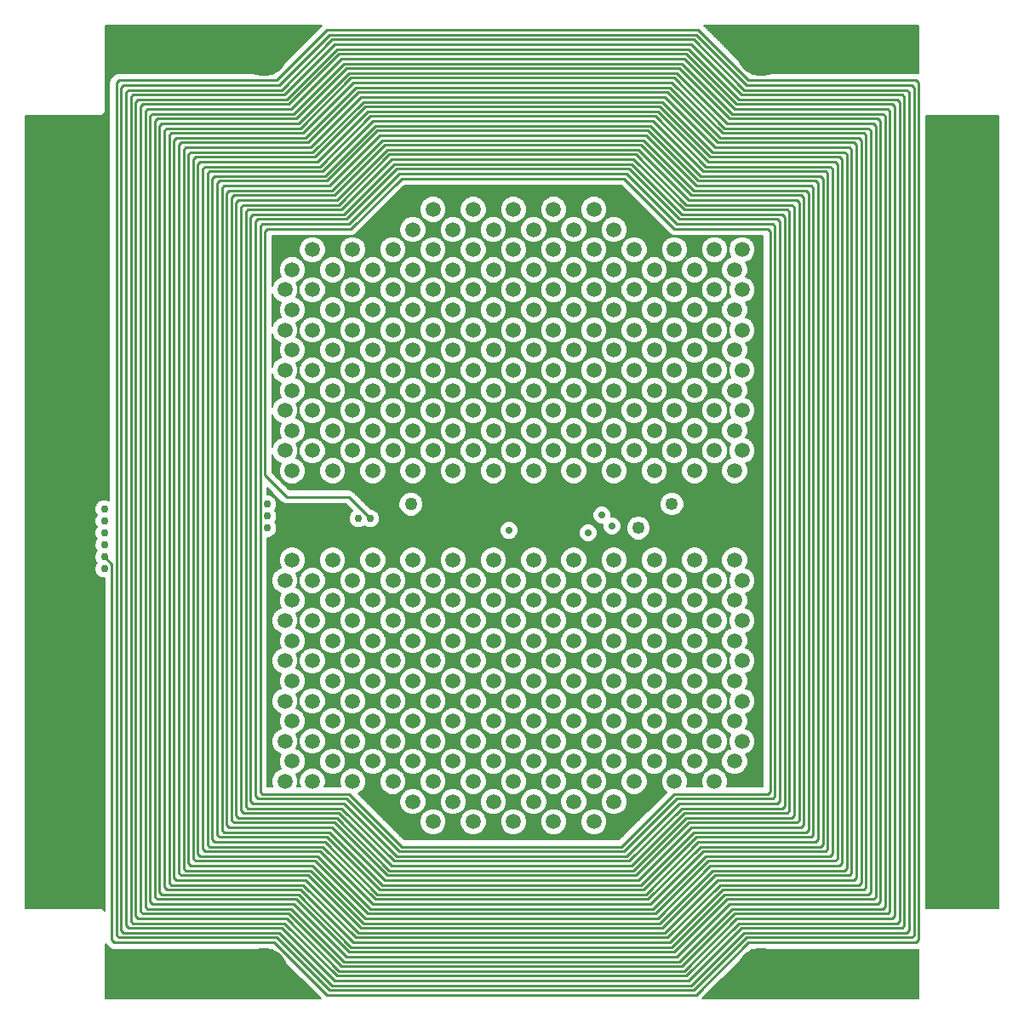
<source format=gbr>
G75*
G70*
%OFA0B0*%
%FSLAX24Y24*%
%IPPOS*%
%LPD*%
%AMOC8*
5,1,8,0,0,1.08239X$1,22.5*
%
%ADD10C,0.1896*%
%ADD11C,0.0594*%
%ADD12C,0.0493*%
%ADD13C,0.0502*%
%ADD14C,0.0108*%
%ADD15C,0.0298*%
%ADD16C,0.0278*%
%ADD17C,0.0396*%
%ADD18C,0.0059*%
D10*
X009751Y001764D03*
X029199Y001764D03*
X029199Y037827D03*
X009751Y037827D03*
D11*
X016365Y031646D03*
X017152Y030858D03*
X016365Y030071D03*
X017152Y029283D03*
X016365Y028496D03*
X017152Y027709D03*
X017940Y028496D03*
X018727Y027709D03*
X019514Y028496D03*
X018727Y029283D03*
X019514Y030071D03*
X018727Y030858D03*
X017940Y030071D03*
X017940Y031646D03*
X019514Y031646D03*
X020302Y030858D03*
X021089Y030071D03*
X020302Y029283D03*
X021089Y028496D03*
X020302Y027709D03*
X021089Y026921D03*
X020302Y026134D03*
X021089Y025346D03*
X020302Y024559D03*
X021089Y023772D03*
X021877Y024559D03*
X022664Y023772D03*
X023451Y024559D03*
X022664Y025346D03*
X023451Y026134D03*
X022664Y026921D03*
X021877Y026134D03*
X021877Y027709D03*
X022664Y028496D03*
X023451Y027709D03*
X024239Y028496D03*
X025026Y027709D03*
X025814Y028496D03*
X026601Y027709D03*
X027388Y028496D03*
X026601Y029283D03*
X027388Y030071D03*
X028176Y029283D03*
X028463Y028496D03*
X028176Y027709D03*
X028463Y026921D03*
X028176Y026134D03*
X028463Y025346D03*
X028176Y024559D03*
X028463Y023772D03*
X028176Y022984D03*
X028463Y022197D03*
X028176Y021409D03*
X027388Y022197D03*
X026601Y022984D03*
X025814Y022197D03*
X026601Y021409D03*
X025026Y021409D03*
X024239Y022197D03*
X025026Y022984D03*
X024239Y023772D03*
X025026Y024559D03*
X024239Y025346D03*
X025026Y026134D03*
X024239Y026921D03*
X025814Y026921D03*
X026601Y026134D03*
X027388Y026921D03*
X027388Y025346D03*
X026601Y024559D03*
X027388Y023772D03*
X025814Y023772D03*
X025814Y025346D03*
X023451Y022984D03*
X022664Y022197D03*
X021877Y022984D03*
X021089Y022197D03*
X020302Y022984D03*
X019514Y022197D03*
X018727Y022984D03*
X017940Y022197D03*
X018727Y021409D03*
X020302Y021409D03*
X021877Y021409D03*
X023451Y021409D03*
X023451Y017906D03*
X022664Y017118D03*
X023451Y016331D03*
X022664Y015543D03*
X023451Y014756D03*
X022664Y013969D03*
X021877Y014756D03*
X021089Y015543D03*
X020302Y014756D03*
X021089Y013969D03*
X020302Y013181D03*
X021089Y012394D03*
X021877Y013181D03*
X022664Y012394D03*
X023451Y013181D03*
X024239Y012394D03*
X025026Y013181D03*
X024239Y013969D03*
X025026Y014756D03*
X024239Y015543D03*
X025026Y016331D03*
X024239Y017118D03*
X025026Y017906D03*
X025814Y017118D03*
X026601Y016331D03*
X027388Y017118D03*
X026601Y017906D03*
X028176Y017906D03*
X028463Y017118D03*
X028176Y016331D03*
X028463Y015543D03*
X028176Y014756D03*
X028463Y013969D03*
X028176Y013181D03*
X028463Y012394D03*
X028176Y011606D03*
X028463Y010819D03*
X028176Y010031D03*
X027388Y009244D03*
X026601Y010031D03*
X025814Y009244D03*
X025026Y010031D03*
X024239Y009244D03*
X023451Y008457D03*
X022664Y009244D03*
X021877Y008457D03*
X022664Y007669D03*
X021089Y007669D03*
X020302Y008457D03*
X021089Y009244D03*
X020302Y010031D03*
X019514Y009244D03*
X018727Y008457D03*
X017940Y009244D03*
X018727Y010031D03*
X019514Y010819D03*
X018727Y011606D03*
X017940Y010819D03*
X017152Y011606D03*
X016365Y010819D03*
X017152Y010031D03*
X016365Y009244D03*
X017152Y008457D03*
X016365Y007669D03*
X015577Y008457D03*
X014790Y009244D03*
X015577Y010031D03*
X014790Y010819D03*
X015577Y011606D03*
X014790Y012394D03*
X015577Y013181D03*
X014790Y013969D03*
X015577Y014756D03*
X014790Y015543D03*
X015577Y016331D03*
X014790Y017118D03*
X015577Y017906D03*
X016365Y017118D03*
X017152Y016331D03*
X017940Y017118D03*
X018727Y016331D03*
X019514Y017118D03*
X018727Y017906D03*
X020302Y017906D03*
X021089Y017118D03*
X020302Y016331D03*
X019514Y015543D03*
X018727Y014756D03*
X017940Y015543D03*
X017152Y014756D03*
X016365Y015543D03*
X016365Y013969D03*
X017152Y013181D03*
X016365Y012394D03*
X017940Y012394D03*
X018727Y013181D03*
X019514Y012394D03*
X020302Y011606D03*
X021089Y010819D03*
X021877Y011606D03*
X022664Y010819D03*
X023451Y011606D03*
X024239Y010819D03*
X025026Y011606D03*
X025814Y010819D03*
X026601Y011606D03*
X027388Y010819D03*
X027388Y012394D03*
X026601Y013181D03*
X025814Y012394D03*
X025814Y013969D03*
X026601Y014756D03*
X027388Y015543D03*
X025814Y015543D03*
X027388Y013969D03*
X023451Y010031D03*
X021877Y010031D03*
X019514Y007669D03*
X017940Y007669D03*
X014003Y010031D03*
X013215Y009244D03*
X012428Y010031D03*
X011640Y009244D03*
X010566Y009244D03*
X010853Y010031D03*
X010566Y010819D03*
X010853Y011606D03*
X010566Y012394D03*
X010853Y013181D03*
X010566Y013969D03*
X010853Y014756D03*
X010566Y015543D03*
X010853Y016331D03*
X010566Y017118D03*
X010853Y017906D03*
X011640Y017118D03*
X012428Y016331D03*
X013215Y017118D03*
X012428Y017906D03*
X014003Y017906D03*
X014003Y016331D03*
X013215Y015543D03*
X012428Y014756D03*
X013215Y013969D03*
X014003Y014756D03*
X014003Y013181D03*
X013215Y012394D03*
X012428Y013181D03*
X011640Y012394D03*
X012428Y011606D03*
X013215Y010819D03*
X014003Y011606D03*
X011640Y010819D03*
X011640Y013969D03*
X011640Y015543D03*
X010853Y021409D03*
X010566Y022197D03*
X010853Y022984D03*
X010566Y023772D03*
X010853Y024559D03*
X010566Y025346D03*
X010853Y026134D03*
X010566Y026921D03*
X010853Y027709D03*
X010566Y028496D03*
X010853Y029283D03*
X011640Y028496D03*
X012428Y027709D03*
X013215Y028496D03*
X012428Y029283D03*
X013215Y030071D03*
X014003Y029283D03*
X014790Y028496D03*
X015577Y027709D03*
X014790Y026921D03*
X015577Y026134D03*
X014790Y025346D03*
X015577Y024559D03*
X014790Y023772D03*
X015577Y022984D03*
X014790Y022197D03*
X015577Y021409D03*
X016365Y022197D03*
X017152Y022984D03*
X016365Y023772D03*
X017152Y024559D03*
X016365Y025346D03*
X017152Y026134D03*
X016365Y026921D03*
X017940Y026921D03*
X018727Y026134D03*
X019514Y026921D03*
X019514Y025346D03*
X018727Y024559D03*
X019514Y023772D03*
X017940Y023772D03*
X017940Y025346D03*
X017152Y021409D03*
X014003Y021409D03*
X013215Y022197D03*
X012428Y022984D03*
X013215Y023772D03*
X012428Y024559D03*
X013215Y025346D03*
X014003Y024559D03*
X014003Y022984D03*
X012428Y021409D03*
X011640Y022197D03*
X011640Y023772D03*
X011640Y025346D03*
X012428Y026134D03*
X013215Y026921D03*
X014003Y026134D03*
X014003Y027709D03*
X015577Y029283D03*
X014790Y030071D03*
X015577Y030858D03*
X011640Y030071D03*
X011640Y026921D03*
X017152Y017906D03*
X017940Y013969D03*
X019514Y013969D03*
X021877Y016331D03*
X021877Y017906D03*
X021877Y029283D03*
X022664Y030071D03*
X023451Y030858D03*
X022664Y031646D03*
X021877Y030858D03*
X021089Y031646D03*
X023451Y029283D03*
X024239Y030071D03*
X025026Y029283D03*
X025814Y030071D03*
X028463Y030071D03*
D12*
X025722Y020104D03*
X024409Y019166D03*
D13*
X015500Y020104D03*
D14*
X013906Y019541D02*
X013062Y020385D01*
X010624Y020385D01*
X009780Y021229D01*
X009780Y030795D01*
X009873Y030889D01*
X013156Y030889D01*
X015125Y032858D01*
X023847Y032858D01*
X025816Y030889D01*
X029473Y030889D01*
X029567Y030795D01*
X029567Y008850D01*
X029473Y008757D01*
X025816Y008757D01*
X023753Y006693D01*
X015125Y006693D01*
X013062Y008757D01*
X009686Y008757D01*
X009592Y008850D01*
X009592Y030982D01*
X009686Y031076D01*
X013062Y031076D01*
X015031Y033045D01*
X023940Y033045D01*
X025910Y031076D01*
X029661Y031076D01*
X029755Y030982D01*
X029755Y008663D01*
X029661Y008569D01*
X025910Y008569D01*
X023847Y006506D01*
X015031Y006506D01*
X012968Y008569D01*
X009498Y008569D01*
X009405Y008663D01*
X009405Y031170D01*
X009498Y031264D01*
X012968Y031264D01*
X014938Y033233D01*
X024034Y033233D01*
X026004Y031264D01*
X029849Y031264D01*
X029942Y031170D01*
X029942Y008475D01*
X029849Y008381D01*
X026004Y008381D01*
X023940Y006318D01*
X014938Y006318D01*
X012874Y008381D01*
X009311Y008381D01*
X009217Y008475D01*
X009217Y031357D01*
X009311Y031451D01*
X012874Y031451D01*
X014844Y033421D01*
X024128Y033421D01*
X026097Y031451D01*
X030036Y031451D01*
X030130Y031357D01*
X030130Y008288D01*
X030036Y008194D01*
X026097Y008194D01*
X024034Y006131D01*
X014844Y006131D01*
X012781Y008194D01*
X009123Y008194D01*
X009029Y008288D01*
X009029Y031545D01*
X009123Y031639D01*
X012781Y031639D01*
X014750Y033608D01*
X024222Y033608D01*
X026191Y031639D01*
X030224Y031639D01*
X030317Y031545D01*
X030317Y008100D01*
X030224Y008006D01*
X026191Y008006D01*
X024128Y005943D01*
X014750Y005943D01*
X012687Y008006D01*
X008936Y008006D01*
X008842Y008100D01*
X008842Y031733D01*
X008936Y031826D01*
X012687Y031826D01*
X014656Y033796D01*
X024316Y033796D01*
X026285Y031826D01*
X030411Y031826D01*
X030505Y031733D01*
X030505Y007913D01*
X030411Y007819D01*
X026285Y007819D01*
X024222Y005756D01*
X014656Y005756D01*
X012593Y007819D01*
X008748Y007819D01*
X008654Y007913D01*
X008654Y031920D01*
X008748Y032014D01*
X012593Y032014D01*
X014562Y033983D01*
X024409Y033983D01*
X026379Y032014D01*
X030599Y032014D01*
X030693Y031920D01*
X030693Y007725D01*
X030599Y007631D01*
X026379Y007631D01*
X024316Y005568D01*
X014562Y005568D01*
X012499Y007631D01*
X008561Y007631D01*
X008467Y007725D01*
X008467Y032108D01*
X008561Y032201D01*
X012499Y032201D01*
X014469Y034171D01*
X024503Y034171D01*
X026472Y032201D01*
X030786Y032201D01*
X030880Y032108D01*
X030880Y007537D01*
X030786Y007444D01*
X026472Y007444D01*
X024409Y005380D01*
X014469Y005380D01*
X012406Y007444D01*
X008373Y007444D01*
X008279Y007537D01*
X008279Y032295D01*
X008373Y032389D01*
X012406Y032389D01*
X014375Y034358D01*
X024597Y034358D01*
X026566Y032389D01*
X030974Y032389D01*
X031068Y032295D01*
X031068Y007350D01*
X030974Y007256D01*
X026566Y007256D01*
X024503Y005193D01*
X014375Y005193D01*
X012312Y007256D01*
X008185Y007256D01*
X008092Y007350D01*
X008092Y032483D01*
X008185Y032577D01*
X012312Y032577D01*
X014281Y034546D01*
X024691Y034546D01*
X026660Y032577D01*
X031161Y032577D01*
X031255Y032483D01*
X031255Y007162D01*
X031161Y007069D01*
X026660Y007069D01*
X024597Y005005D01*
X014281Y005005D01*
X012218Y007069D01*
X007998Y007069D01*
X007904Y007162D01*
X007904Y032670D01*
X007998Y032764D01*
X012218Y032764D01*
X014187Y034733D01*
X024784Y034733D01*
X026754Y032764D01*
X031349Y032764D01*
X031443Y032670D01*
X031443Y006975D01*
X031349Y006881D01*
X026754Y006881D01*
X024691Y004818D01*
X014187Y004818D01*
X012124Y006881D01*
X007810Y006881D01*
X007717Y006975D01*
X007717Y032858D01*
X007810Y032952D01*
X012124Y032952D01*
X014094Y034921D01*
X024878Y034921D01*
X026848Y032952D01*
X031537Y032952D01*
X031630Y032858D01*
X031630Y006787D01*
X031537Y006693D01*
X026848Y006693D01*
X024784Y004630D01*
X014094Y004630D01*
X012030Y006693D01*
X007623Y006693D01*
X007529Y006787D01*
X007529Y033045D01*
X007623Y033139D01*
X012030Y033139D01*
X014000Y035109D01*
X024972Y035109D01*
X026941Y033139D01*
X031724Y033139D01*
X031818Y033045D01*
X031818Y006600D01*
X031724Y006506D01*
X026941Y006506D01*
X024878Y004443D01*
X014000Y004443D01*
X011937Y006506D01*
X007435Y006506D01*
X007341Y006600D01*
X007341Y033233D01*
X007435Y033327D01*
X011937Y033327D01*
X013906Y035296D01*
X025066Y035296D01*
X027035Y033327D01*
X031912Y033327D01*
X032005Y033233D01*
X032005Y006412D01*
X031912Y006318D01*
X027035Y006318D01*
X024972Y004255D01*
X013906Y004255D01*
X011843Y006318D01*
X007248Y006318D01*
X007154Y006412D01*
X007154Y033421D01*
X007248Y033514D01*
X011843Y033514D01*
X013812Y035484D01*
X025160Y035484D01*
X027129Y033514D01*
X032099Y033514D01*
X032193Y033421D01*
X032193Y006224D01*
X032099Y006131D01*
X027129Y006131D01*
X025066Y004068D01*
X013812Y004068D01*
X011749Y006131D01*
X007060Y006131D01*
X006966Y006224D01*
X006966Y033608D01*
X007060Y033702D01*
X011749Y033702D01*
X013718Y035671D01*
X025253Y035671D01*
X027223Y033702D01*
X032287Y033702D01*
X032381Y033608D01*
X032381Y006037D01*
X032287Y005943D01*
X027223Y005943D01*
X025160Y003880D01*
X013718Y003880D01*
X011655Y005943D01*
X006873Y005943D01*
X006779Y006037D01*
X006779Y033796D01*
X006873Y033889D01*
X011655Y033889D01*
X013625Y035859D01*
X025347Y035859D01*
X027316Y033889D01*
X032474Y033889D01*
X032568Y033796D01*
X032568Y005849D01*
X032474Y005756D01*
X027316Y005756D01*
X025253Y003692D01*
X013625Y003692D01*
X011561Y005756D01*
X006685Y005756D01*
X006591Y005849D01*
X006591Y033983D01*
X006685Y034077D01*
X011561Y034077D01*
X013531Y036046D01*
X025441Y036046D01*
X027410Y034077D01*
X032662Y034077D01*
X032756Y033983D01*
X032756Y005662D01*
X032662Y005568D01*
X027410Y005568D01*
X025347Y003505D01*
X013531Y003505D01*
X011468Y005568D01*
X006497Y005568D01*
X006404Y005662D01*
X006404Y034171D01*
X006497Y034265D01*
X011468Y034265D01*
X013437Y036234D01*
X025535Y036234D01*
X027504Y034265D01*
X032849Y034265D01*
X032943Y034171D01*
X032943Y005474D01*
X032849Y005380D01*
X027504Y005380D01*
X025441Y003317D01*
X013437Y003317D01*
X011374Y005380D01*
X006310Y005380D01*
X006216Y005474D01*
X006216Y034358D01*
X006310Y034452D01*
X011374Y034452D01*
X013343Y036421D01*
X025628Y036421D01*
X027598Y034452D01*
X033037Y034452D01*
X033131Y034358D01*
X033131Y005287D01*
X033037Y005193D01*
X027598Y005193D01*
X025535Y003130D01*
X013343Y003130D01*
X011280Y005193D01*
X006122Y005193D01*
X006029Y005287D01*
X006029Y034546D01*
X006122Y034640D01*
X011280Y034640D01*
X013250Y036609D01*
X025722Y036609D01*
X027692Y034640D01*
X033225Y034640D01*
X033318Y034546D01*
X033318Y005099D01*
X033225Y005005D01*
X027692Y005005D01*
X025628Y002942D01*
X013250Y002942D01*
X011186Y005005D01*
X005935Y005005D01*
X005841Y005099D01*
X005841Y034733D01*
X005935Y034827D01*
X011186Y034827D01*
X013156Y036797D01*
X025816Y036797D01*
X027785Y034827D01*
X033412Y034827D01*
X033506Y034733D01*
X033506Y004912D01*
X033412Y004818D01*
X027785Y004818D01*
X025722Y002755D01*
X013156Y002755D01*
X011093Y004818D01*
X005747Y004818D01*
X005653Y004912D01*
X005653Y034921D01*
X005747Y035015D01*
X011093Y035015D01*
X013062Y036984D01*
X025910Y036984D01*
X027879Y035015D01*
X033600Y035015D01*
X033693Y034921D01*
X033693Y004724D01*
X033600Y004630D01*
X027879Y004630D01*
X025816Y002567D01*
X013062Y002567D01*
X010999Y004630D01*
X005560Y004630D01*
X005466Y004724D01*
X005466Y035109D01*
X005560Y035202D01*
X010999Y035202D01*
X012968Y037172D01*
X026004Y037172D01*
X027973Y035202D01*
X033787Y035202D01*
X033881Y035109D01*
X033881Y004536D01*
X033787Y004443D01*
X027973Y004443D01*
X025910Y002380D01*
X012968Y002380D01*
X010905Y004443D01*
X005372Y004443D01*
X005278Y004536D01*
X005278Y035296D01*
X005372Y035390D01*
X010905Y035390D01*
X012874Y037359D01*
X026097Y037359D01*
X028067Y035390D01*
X033975Y035390D01*
X034069Y035296D01*
X034069Y004349D01*
X033975Y004255D01*
X028067Y004255D01*
X026004Y002192D01*
X012874Y002192D01*
X010811Y004255D01*
X005184Y004255D01*
X005091Y004349D01*
X005091Y035484D01*
X005184Y035577D01*
X010811Y035577D01*
X012781Y037547D01*
X026191Y037547D01*
X028160Y035577D01*
X034162Y035577D01*
X034256Y035484D01*
X034256Y004161D01*
X034162Y004068D01*
X028160Y004068D01*
X026097Y002004D01*
X012781Y002004D01*
X010717Y004068D01*
X004997Y004068D01*
X004903Y004161D01*
X004903Y035671D01*
X004997Y035765D01*
X010717Y035765D01*
X012687Y037734D01*
X026285Y037734D01*
X028254Y035765D01*
X034350Y035765D01*
X034444Y035671D01*
X034444Y003974D01*
X034350Y003880D01*
X028254Y003880D01*
X026191Y001817D01*
X012687Y001817D01*
X010624Y003880D01*
X004809Y003880D01*
X004716Y003974D01*
X004716Y035859D01*
X004809Y035953D01*
X010624Y035953D01*
X012593Y037922D01*
X026379Y037922D01*
X028348Y035953D01*
X034537Y035953D01*
X034631Y035859D01*
X034631Y003786D01*
X034537Y003692D01*
X028348Y003692D01*
X026285Y001629D01*
X012593Y001629D01*
X010530Y003692D01*
X004622Y003692D01*
X004528Y003786D01*
X004528Y036046D01*
X004622Y036140D01*
X010530Y036140D01*
X012499Y038110D01*
X026472Y038110D01*
X028442Y036140D01*
X034725Y036140D01*
X034819Y036046D01*
X034819Y003599D01*
X034725Y003505D01*
X028442Y003505D01*
X026379Y001442D01*
X012499Y001442D01*
X010436Y003505D01*
X004434Y003505D01*
X004340Y003599D01*
X004340Y036234D01*
X004434Y036328D01*
X010436Y036328D01*
X012406Y038297D01*
X026566Y038297D01*
X028536Y036328D01*
X034913Y036328D01*
X035006Y036234D01*
X035006Y003411D01*
X034913Y003317D01*
X028536Y003317D01*
X026472Y001254D01*
X012406Y001254D01*
X010342Y003317D01*
X004247Y003317D01*
X004153Y003411D01*
X004153Y036421D01*
X004247Y036515D01*
X010342Y036515D01*
X012312Y038485D01*
X026660Y038485D01*
X028629Y036515D01*
X035100Y036515D01*
X035194Y036421D01*
X035194Y003224D01*
X035100Y003130D01*
X028629Y003130D01*
X026566Y001067D01*
X012312Y001067D01*
X010249Y003130D01*
X004059Y003130D01*
X003965Y003224D01*
X003965Y036609D01*
X004059Y036703D01*
X010249Y036703D01*
X012218Y038672D01*
X026754Y038672D01*
X028723Y036703D01*
X035288Y036703D01*
X035381Y036609D01*
X035381Y003036D01*
X035288Y002942D01*
X028723Y002942D01*
X026660Y000879D01*
X012218Y000879D01*
X010155Y002942D01*
X003872Y002942D01*
X003778Y003036D01*
X003778Y017759D01*
X003496Y018041D01*
D15*
X003496Y018041D03*
X003496Y018510D03*
X003496Y018979D03*
X003496Y019447D03*
X003496Y019916D03*
X003496Y017572D03*
X009873Y019166D03*
X009873Y019635D03*
X009873Y020104D03*
X013437Y019541D03*
X013906Y019541D03*
D16*
X019345Y019072D03*
X022440Y018979D03*
X022979Y019677D03*
X023373Y019244D03*
D17*
X037077Y017256D03*
X037073Y011886D03*
X037073Y006331D03*
X027703Y000937D03*
X011168Y000937D03*
X001743Y006472D03*
X001695Y011839D03*
X001695Y017717D03*
X001695Y023457D03*
X001695Y028402D03*
X001652Y033303D03*
X011207Y038575D03*
X027743Y038535D03*
X036983Y033398D03*
X037030Y028126D03*
X037125Y023039D03*
D18*
X011971Y000730D02*
X003541Y000730D01*
X003541Y002877D01*
X003619Y002798D01*
X003634Y002784D01*
X003713Y002705D01*
X003816Y002662D01*
X010039Y002662D01*
X011971Y000730D01*
X011966Y000734D02*
X003541Y000734D01*
X003541Y000792D02*
X011909Y000792D01*
X011851Y000850D02*
X003541Y000850D01*
X003541Y000907D02*
X011794Y000907D01*
X011736Y000965D02*
X003541Y000965D01*
X003541Y001022D02*
X011678Y001022D01*
X011621Y001080D02*
X003541Y001080D01*
X003541Y001138D02*
X011563Y001138D01*
X011506Y001195D02*
X003541Y001195D01*
X003541Y001253D02*
X011448Y001253D01*
X011390Y001310D02*
X003541Y001310D01*
X003541Y001368D02*
X011333Y001368D01*
X011275Y001426D02*
X003541Y001426D01*
X003541Y001483D02*
X011218Y001483D01*
X011160Y001541D02*
X003541Y001541D01*
X003541Y001598D02*
X011102Y001598D01*
X011045Y001656D02*
X003541Y001656D01*
X003541Y001714D02*
X010987Y001714D01*
X010930Y001771D02*
X003541Y001771D01*
X003541Y001829D02*
X010872Y001829D01*
X010814Y001886D02*
X003541Y001886D01*
X003541Y001944D02*
X010757Y001944D01*
X010699Y002001D02*
X003541Y002001D01*
X003541Y002059D02*
X010642Y002059D01*
X010584Y002117D02*
X003541Y002117D01*
X003541Y002174D02*
X010526Y002174D01*
X010469Y002232D02*
X003541Y002232D01*
X003541Y002289D02*
X010411Y002289D01*
X010354Y002347D02*
X003541Y002347D01*
X003541Y002405D02*
X010296Y002405D01*
X010239Y002462D02*
X003541Y002462D01*
X003541Y002520D02*
X010181Y002520D01*
X010123Y002577D02*
X003541Y002577D01*
X003541Y002635D02*
X010066Y002635D01*
X014741Y007473D02*
X015880Y007473D01*
X015903Y007416D02*
X014799Y007416D01*
X014856Y007358D02*
X015936Y007358D01*
X015921Y007373D02*
X016068Y007226D01*
X016261Y007146D01*
X016469Y007146D01*
X016661Y007226D01*
X016808Y007373D01*
X016888Y007565D01*
X016888Y007773D01*
X016808Y007966D01*
X016661Y008113D01*
X016469Y008192D01*
X016261Y008192D01*
X016068Y008113D01*
X015921Y007966D01*
X015841Y007773D01*
X015841Y007565D01*
X015921Y007373D01*
X015993Y007301D02*
X014914Y007301D01*
X014972Y007243D02*
X016051Y007243D01*
X016166Y007185D02*
X015029Y007185D01*
X015087Y007128D02*
X023791Y007128D01*
X023849Y007185D02*
X022863Y007185D01*
X022768Y007146D02*
X022960Y007226D01*
X023107Y007373D01*
X023187Y007565D01*
X023187Y007773D01*
X023107Y007966D01*
X022960Y008113D01*
X022768Y008192D01*
X022560Y008192D01*
X022368Y008113D01*
X022220Y007966D01*
X022141Y007773D01*
X022141Y007565D01*
X022220Y007373D01*
X022368Y007226D01*
X022560Y007146D01*
X022768Y007146D01*
X022978Y007243D02*
X023906Y007243D01*
X023964Y007301D02*
X023035Y007301D01*
X023093Y007358D02*
X024021Y007358D01*
X024079Y007416D02*
X023125Y007416D01*
X023149Y007473D02*
X024137Y007473D01*
X024194Y007531D02*
X023173Y007531D01*
X023187Y007589D02*
X024252Y007589D01*
X024309Y007646D02*
X023187Y007646D01*
X023187Y007704D02*
X024367Y007704D01*
X024425Y007761D02*
X023187Y007761D01*
X023168Y007819D02*
X024482Y007819D01*
X024540Y007877D02*
X023144Y007877D01*
X023121Y007934D02*
X023346Y007934D01*
X023347Y007933D02*
X023555Y007933D01*
X023748Y008013D01*
X023895Y008160D01*
X023975Y008353D01*
X023975Y008561D01*
X023895Y008753D01*
X023748Y008900D01*
X023555Y008980D01*
X023347Y008980D01*
X023155Y008900D01*
X023008Y008753D01*
X022928Y008561D01*
X022928Y008353D01*
X023008Y008160D01*
X023155Y008013D01*
X023347Y007933D01*
X023207Y007992D02*
X023081Y007992D01*
X023119Y008049D02*
X023024Y008049D01*
X023061Y008107D02*
X022966Y008107D01*
X023006Y008165D02*
X022836Y008165D01*
X022982Y008222D02*
X022346Y008222D01*
X022370Y008280D02*
X022958Y008280D01*
X022934Y008337D02*
X022393Y008337D01*
X022400Y008353D02*
X022320Y008160D01*
X022173Y008013D01*
X021981Y007933D01*
X021772Y007933D01*
X021580Y008013D01*
X021433Y008160D01*
X021353Y008353D01*
X021353Y008561D01*
X021433Y008753D01*
X021580Y008900D01*
X021772Y008980D01*
X021981Y008980D01*
X022173Y008900D01*
X022320Y008753D01*
X022400Y008561D01*
X022400Y008353D01*
X022400Y008395D02*
X022928Y008395D01*
X022928Y008453D02*
X022400Y008453D01*
X022400Y008510D02*
X022928Y008510D01*
X022931Y008568D02*
X022397Y008568D01*
X022373Y008625D02*
X022955Y008625D01*
X022979Y008683D02*
X022349Y008683D01*
X022325Y008741D02*
X022512Y008741D01*
X022560Y008721D02*
X022768Y008721D01*
X022960Y008801D01*
X023107Y008948D01*
X023187Y009140D01*
X023187Y009348D01*
X023107Y009540D01*
X022960Y009688D01*
X022768Y009767D01*
X022560Y009767D01*
X022368Y009688D01*
X022220Y009540D01*
X022141Y009348D01*
X022141Y009140D01*
X022220Y008948D01*
X022368Y008801D01*
X022560Y008721D01*
X022373Y008798D02*
X022275Y008798D01*
X022312Y008856D02*
X022217Y008856D01*
X022255Y008913D02*
X022141Y008913D01*
X022211Y008971D02*
X022002Y008971D01*
X022187Y009029D02*
X021566Y009029D01*
X021590Y009086D02*
X022163Y009086D01*
X022141Y009144D02*
X021612Y009144D01*
X021612Y009140D02*
X021533Y008948D01*
X021386Y008801D01*
X021193Y008721D01*
X020985Y008721D01*
X020793Y008801D01*
X020646Y008948D01*
X020566Y009140D01*
X020566Y009348D01*
X020646Y009540D01*
X020793Y009688D01*
X020985Y009767D01*
X021193Y009767D01*
X021386Y009688D01*
X021533Y009540D01*
X021612Y009348D01*
X021612Y009140D01*
X021612Y009201D02*
X022141Y009201D01*
X022141Y009259D02*
X021612Y009259D01*
X021612Y009316D02*
X022141Y009316D01*
X022151Y009374D02*
X021602Y009374D01*
X021578Y009432D02*
X022175Y009432D01*
X022199Y009489D02*
X021554Y009489D01*
X021526Y009547D02*
X021679Y009547D01*
X021772Y009508D02*
X021981Y009508D01*
X022173Y009588D01*
X022320Y009735D01*
X022400Y009927D01*
X022400Y010136D01*
X022320Y010328D01*
X022173Y010475D01*
X021981Y010555D01*
X021772Y010555D01*
X021580Y010475D01*
X021433Y010328D01*
X021353Y010136D01*
X021353Y009927D01*
X021433Y009735D01*
X021580Y009588D01*
X021772Y009508D01*
X021564Y009604D02*
X021469Y009604D01*
X021506Y009662D02*
X021411Y009662D01*
X021448Y009720D02*
X021308Y009720D01*
X021415Y009777D02*
X020763Y009777D01*
X020745Y009735D02*
X020825Y009927D01*
X020825Y010136D01*
X020745Y010328D01*
X020598Y010475D01*
X020406Y010555D01*
X020198Y010555D01*
X020005Y010475D01*
X019858Y010328D01*
X019779Y010136D01*
X019779Y009927D01*
X019858Y009735D01*
X020005Y009588D01*
X020198Y009508D01*
X020406Y009508D01*
X020598Y009588D01*
X020745Y009735D01*
X020730Y009720D02*
X020870Y009720D01*
X020767Y009662D02*
X020672Y009662D01*
X020710Y009604D02*
X020615Y009604D01*
X020652Y009547D02*
X020499Y009547D01*
X020624Y009489D02*
X019979Y009489D01*
X019958Y009540D02*
X019811Y009688D01*
X019618Y009767D01*
X019410Y009767D01*
X019218Y009688D01*
X019071Y009540D01*
X018991Y009348D01*
X018991Y009140D01*
X019071Y008948D01*
X019218Y008801D01*
X019410Y008721D01*
X019618Y008721D01*
X019811Y008801D01*
X019958Y008948D01*
X020038Y009140D01*
X020038Y009348D01*
X019958Y009540D01*
X019951Y009547D02*
X020104Y009547D01*
X019989Y009604D02*
X019894Y009604D01*
X019931Y009662D02*
X019836Y009662D01*
X019874Y009720D02*
X019733Y009720D01*
X019841Y009777D02*
X019188Y009777D01*
X019170Y009735D02*
X019250Y009927D01*
X019250Y010136D01*
X019170Y010328D01*
X019023Y010475D01*
X018831Y010555D01*
X018623Y010555D01*
X018431Y010475D01*
X018283Y010328D01*
X018204Y010136D01*
X018204Y009927D01*
X018283Y009735D01*
X018431Y009588D01*
X018623Y009508D01*
X018831Y009508D01*
X019023Y009588D01*
X019170Y009735D01*
X019155Y009720D02*
X019295Y009720D01*
X019192Y009662D02*
X019097Y009662D01*
X019135Y009604D02*
X019040Y009604D01*
X019077Y009547D02*
X018924Y009547D01*
X019050Y009489D02*
X018404Y009489D01*
X018383Y009540D02*
X018236Y009688D01*
X018044Y009767D01*
X017835Y009767D01*
X017643Y009688D01*
X017496Y009540D01*
X017416Y009348D01*
X017416Y009140D01*
X017496Y008948D01*
X017643Y008801D01*
X017835Y008721D01*
X018044Y008721D01*
X018236Y008801D01*
X018383Y008948D01*
X018463Y009140D01*
X018463Y009348D01*
X018383Y009540D01*
X018377Y009547D02*
X018530Y009547D01*
X018414Y009604D02*
X018319Y009604D01*
X018356Y009662D02*
X018261Y009662D01*
X018299Y009720D02*
X018159Y009720D01*
X018266Y009777D02*
X017613Y009777D01*
X017596Y009735D02*
X017675Y009927D01*
X017675Y010136D01*
X017596Y010328D01*
X017449Y010475D01*
X017256Y010555D01*
X017048Y010555D01*
X016856Y010475D01*
X016709Y010328D01*
X016629Y010136D01*
X016629Y009927D01*
X016709Y009735D01*
X016856Y009588D01*
X017048Y009508D01*
X017256Y009508D01*
X017449Y009588D01*
X017596Y009735D01*
X017580Y009720D02*
X017721Y009720D01*
X017618Y009662D02*
X017523Y009662D01*
X017560Y009604D02*
X017465Y009604D01*
X017502Y009547D02*
X017349Y009547D01*
X017475Y009489D02*
X016829Y009489D01*
X016808Y009540D02*
X016661Y009688D01*
X016469Y009767D01*
X016261Y009767D01*
X016068Y009688D01*
X015921Y009540D01*
X015841Y009348D01*
X015841Y009140D01*
X015921Y008948D01*
X016068Y008801D01*
X016261Y008721D01*
X016469Y008721D01*
X016661Y008801D01*
X016808Y008948D01*
X016888Y009140D01*
X016888Y009348D01*
X016808Y009540D01*
X016802Y009547D02*
X016955Y009547D01*
X016839Y009604D02*
X016744Y009604D01*
X016782Y009662D02*
X016687Y009662D01*
X016724Y009720D02*
X016584Y009720D01*
X016691Y009777D02*
X016038Y009777D01*
X016021Y009735D02*
X016101Y009927D01*
X016101Y010136D01*
X016021Y010328D01*
X015874Y010475D01*
X015681Y010555D01*
X015473Y010555D01*
X015281Y010475D01*
X015134Y010328D01*
X015054Y010136D01*
X015054Y009927D01*
X015134Y009735D01*
X015281Y009588D01*
X015473Y009508D01*
X015681Y009508D01*
X015874Y009588D01*
X016021Y009735D01*
X016005Y009720D02*
X016146Y009720D01*
X016043Y009662D02*
X015948Y009662D01*
X015985Y009604D02*
X015890Y009604D01*
X015928Y009547D02*
X015775Y009547D01*
X015900Y009489D02*
X015255Y009489D01*
X015233Y009540D02*
X015086Y009688D01*
X014894Y009767D01*
X014686Y009767D01*
X014494Y009688D01*
X014346Y009540D01*
X014267Y009348D01*
X014267Y009140D01*
X014346Y008948D01*
X014494Y008801D01*
X014686Y008721D01*
X014894Y008721D01*
X015086Y008801D01*
X015233Y008948D01*
X015313Y009140D01*
X015313Y009348D01*
X015233Y009540D01*
X015227Y009547D02*
X015380Y009547D01*
X015264Y009604D02*
X015169Y009604D01*
X015207Y009662D02*
X015112Y009662D01*
X015149Y009720D02*
X015009Y009720D01*
X015116Y009777D02*
X014464Y009777D01*
X014446Y009735D02*
X014526Y009927D01*
X014526Y010136D01*
X014446Y010328D01*
X014299Y010475D01*
X014107Y010555D01*
X013898Y010555D01*
X013706Y010475D01*
X013559Y010328D01*
X013479Y010136D01*
X013479Y009927D01*
X013559Y009735D01*
X013706Y009588D01*
X013898Y009508D01*
X014107Y009508D01*
X014299Y009588D01*
X014446Y009735D01*
X014431Y009720D02*
X014571Y009720D01*
X014468Y009662D02*
X014373Y009662D01*
X014410Y009604D02*
X014315Y009604D01*
X014353Y009547D02*
X014200Y009547D01*
X014325Y009489D02*
X013680Y009489D01*
X013659Y009540D02*
X013511Y009688D01*
X013319Y009767D01*
X013111Y009767D01*
X012919Y009688D01*
X012772Y009540D01*
X012692Y009348D01*
X012692Y009140D01*
X012735Y009037D01*
X012121Y009037D01*
X012164Y009140D01*
X012164Y009348D01*
X012084Y009540D01*
X011937Y009688D01*
X011744Y009767D01*
X011536Y009767D01*
X011344Y009688D01*
X011197Y009540D01*
X011117Y009348D01*
X011117Y009140D01*
X011160Y009037D01*
X011046Y009037D01*
X011089Y009140D01*
X011089Y009348D01*
X011013Y009531D01*
X011149Y009588D01*
X011296Y009735D01*
X011376Y009927D01*
X011376Y010136D01*
X011296Y010328D01*
X011149Y010475D01*
X011013Y010532D01*
X011089Y010715D01*
X011089Y010923D01*
X011013Y011106D01*
X011149Y011163D01*
X011296Y011310D01*
X011376Y011502D01*
X011376Y011710D01*
X011296Y011903D01*
X011149Y012050D01*
X011013Y012106D01*
X011089Y012290D01*
X011089Y012498D01*
X011013Y012681D01*
X011149Y012738D01*
X011296Y012885D01*
X011376Y013077D01*
X011376Y013285D01*
X011296Y013477D01*
X011149Y013625D01*
X011013Y013681D01*
X011089Y013864D01*
X011089Y014073D01*
X011013Y014256D01*
X011149Y014312D01*
X011296Y014459D01*
X011376Y014652D01*
X011376Y014860D01*
X011296Y015052D01*
X011149Y015199D01*
X011013Y015256D01*
X011089Y015439D01*
X011089Y015647D01*
X011013Y015831D01*
X011149Y015887D01*
X011296Y016034D01*
X011376Y016227D01*
X011376Y016435D01*
X011296Y016627D01*
X011149Y016774D01*
X011013Y016831D01*
X011089Y017014D01*
X011089Y017222D01*
X011013Y017405D01*
X011149Y017462D01*
X011296Y017609D01*
X011376Y017801D01*
X011376Y018010D01*
X011296Y018202D01*
X011149Y018349D01*
X010957Y018429D01*
X010749Y018429D01*
X010556Y018349D01*
X010409Y018202D01*
X010330Y018010D01*
X010330Y017801D01*
X010406Y017618D01*
X010269Y017562D01*
X010122Y017414D01*
X010042Y017222D01*
X010042Y017014D01*
X010122Y016822D01*
X010269Y016675D01*
X010406Y016618D01*
X010330Y016435D01*
X010330Y016227D01*
X010406Y016043D01*
X010269Y015987D01*
X010122Y015840D01*
X010042Y015647D01*
X010042Y015439D01*
X010122Y015247D01*
X010269Y015100D01*
X010406Y015043D01*
X010330Y014860D01*
X010330Y014652D01*
X010406Y014469D01*
X010269Y014412D01*
X010122Y014265D01*
X010042Y014073D01*
X010042Y013864D01*
X010122Y013672D01*
X010269Y013525D01*
X010406Y013468D01*
X010330Y013285D01*
X010330Y013077D01*
X010406Y012894D01*
X010269Y012837D01*
X010122Y012690D01*
X010042Y012498D01*
X010042Y012290D01*
X010122Y012097D01*
X010269Y011950D01*
X010406Y011894D01*
X010330Y011710D01*
X010330Y011502D01*
X010406Y011319D01*
X010269Y011262D01*
X010122Y011115D01*
X010042Y010923D01*
X010042Y010715D01*
X010122Y010522D01*
X010269Y010375D01*
X010406Y010319D01*
X010330Y010136D01*
X010330Y009927D01*
X010406Y009744D01*
X010269Y009688D01*
X010122Y009540D01*
X010042Y009348D01*
X010042Y009140D01*
X010085Y009037D01*
X009872Y009037D01*
X009872Y018791D01*
X009948Y018791D01*
X010086Y018848D01*
X010192Y018953D01*
X010249Y019091D01*
X010249Y019241D01*
X010192Y019379D01*
X010170Y019401D01*
X010192Y019422D01*
X010249Y019560D01*
X010249Y019710D01*
X010192Y019848D01*
X010170Y019869D01*
X010192Y019891D01*
X010249Y020029D01*
X010249Y020179D01*
X010192Y020316D01*
X010086Y020422D01*
X009948Y020479D01*
X009872Y020479D01*
X009872Y020740D01*
X010386Y020226D01*
X010465Y020148D01*
X010568Y020105D01*
X012946Y020105D01*
X013208Y019843D01*
X013119Y019754D01*
X013062Y019616D01*
X013062Y019466D01*
X013119Y019329D01*
X013224Y019223D01*
X010249Y019223D01*
X010249Y019166D02*
X018988Y019166D01*
X018980Y019145D02*
X018980Y019000D01*
X019035Y018865D01*
X019138Y018762D01*
X019272Y018707D01*
X019418Y018707D01*
X019552Y018762D01*
X019655Y018865D01*
X019711Y019000D01*
X019711Y019145D01*
X019655Y019279D01*
X019552Y019382D01*
X019418Y019438D01*
X019272Y019438D01*
X019138Y019382D01*
X019035Y019279D01*
X018980Y019145D01*
X018980Y019108D02*
X010249Y019108D01*
X010232Y019051D02*
X018980Y019051D01*
X018982Y018993D02*
X010208Y018993D01*
X010174Y018935D02*
X019006Y018935D01*
X019030Y018878D02*
X010116Y018878D01*
X010019Y018820D02*
X019080Y018820D01*
X019138Y018763D02*
X009872Y018763D01*
X009872Y018705D02*
X022197Y018705D01*
X022233Y018669D02*
X022367Y018613D01*
X022513Y018613D01*
X022647Y018669D01*
X022750Y018771D01*
X022805Y018906D01*
X022805Y019051D01*
X022750Y019185D01*
X022647Y019288D01*
X022513Y019344D01*
X022367Y019344D01*
X022233Y019288D01*
X022130Y019185D01*
X022074Y019051D01*
X022074Y018906D01*
X022130Y018771D01*
X022233Y018669D01*
X022284Y018647D02*
X009872Y018647D01*
X009872Y018590D02*
X029287Y018590D01*
X029287Y018647D02*
X022596Y018647D01*
X022683Y018705D02*
X024286Y018705D01*
X024315Y018693D02*
X024503Y018693D01*
X024677Y018765D01*
X024810Y018898D01*
X024882Y019072D01*
X024882Y019260D01*
X024810Y019434D01*
X024677Y019567D01*
X024503Y019639D01*
X024315Y019639D01*
X024141Y019567D01*
X024008Y019434D01*
X023936Y019260D01*
X023936Y019072D01*
X024008Y018898D01*
X024141Y018765D01*
X024315Y018693D01*
X024147Y018763D02*
X022741Y018763D01*
X022770Y018820D02*
X024086Y018820D01*
X024029Y018878D02*
X022794Y018878D01*
X022805Y018935D02*
X023164Y018935D01*
X023166Y018934D02*
X023300Y018879D01*
X023445Y018879D01*
X023580Y018934D01*
X023682Y019037D01*
X023738Y019171D01*
X023738Y019317D01*
X023682Y019451D01*
X023580Y019554D01*
X023445Y019609D01*
X023344Y019609D01*
X023344Y019750D01*
X023289Y019884D01*
X023186Y019987D01*
X023052Y020043D01*
X022906Y020043D01*
X022772Y019987D01*
X022669Y019884D01*
X022613Y019750D01*
X022613Y019604D01*
X022669Y019470D01*
X022772Y019367D01*
X022906Y019312D01*
X023007Y019312D01*
X023007Y019171D01*
X023063Y019037D01*
X023166Y018934D01*
X023107Y018993D02*
X022805Y018993D01*
X022805Y019051D02*
X023057Y019051D01*
X023033Y019108D02*
X022782Y019108D01*
X022758Y019166D02*
X023009Y019166D01*
X023007Y019223D02*
X022712Y019223D01*
X022654Y019281D02*
X023007Y019281D01*
X022841Y019339D02*
X022525Y019339D01*
X022354Y019339D02*
X019596Y019339D01*
X019653Y019281D02*
X022226Y019281D01*
X022168Y019223D02*
X019678Y019223D01*
X019702Y019166D02*
X022122Y019166D01*
X022098Y019108D02*
X019711Y019108D01*
X019711Y019051D02*
X022074Y019051D01*
X022074Y018993D02*
X019708Y018993D01*
X019684Y018935D02*
X022074Y018935D01*
X022086Y018878D02*
X019660Y018878D01*
X019610Y018820D02*
X022110Y018820D01*
X022139Y018763D02*
X019552Y018763D01*
X020005Y018349D02*
X019858Y018202D01*
X019779Y018010D01*
X019779Y017801D01*
X019858Y017609D01*
X020005Y017462D01*
X020198Y017382D01*
X020406Y017382D01*
X020598Y017462D01*
X020745Y017609D01*
X020825Y017801D01*
X020825Y018010D01*
X020745Y018202D01*
X020598Y018349D01*
X020406Y018429D01*
X020198Y018429D01*
X020005Y018349D01*
X020030Y018359D02*
X018998Y018359D01*
X019023Y018349D02*
X018831Y018429D01*
X018623Y018429D01*
X018431Y018349D01*
X018283Y018202D01*
X018204Y018010D01*
X018204Y017801D01*
X018283Y017609D01*
X018431Y017462D01*
X018623Y017382D01*
X018831Y017382D01*
X019023Y017462D01*
X019170Y017609D01*
X019250Y017801D01*
X019250Y018010D01*
X019170Y018202D01*
X019023Y018349D01*
X019071Y018302D02*
X019958Y018302D01*
X019901Y018244D02*
X019128Y018244D01*
X019177Y018187D02*
X019852Y018187D01*
X019828Y018129D02*
X019201Y018129D01*
X019224Y018071D02*
X019804Y018071D01*
X019780Y018014D02*
X019248Y018014D01*
X019250Y017956D02*
X019779Y017956D01*
X019779Y017899D02*
X019250Y017899D01*
X019250Y017841D02*
X019779Y017841D01*
X019786Y017783D02*
X019243Y017783D01*
X019219Y017726D02*
X019810Y017726D01*
X019834Y017668D02*
X019195Y017668D01*
X019171Y017611D02*
X019336Y017611D01*
X019410Y017641D02*
X019218Y017562D01*
X019071Y017414D01*
X018991Y017222D01*
X018991Y017014D01*
X019071Y016822D01*
X019218Y016675D01*
X019410Y016595D01*
X019618Y016595D01*
X019811Y016675D01*
X019958Y016822D01*
X020038Y017014D01*
X020038Y017222D01*
X019958Y017414D01*
X019811Y017562D01*
X019618Y017641D01*
X019410Y017641D01*
X019209Y017553D02*
X019114Y017553D01*
X019152Y017495D02*
X019057Y017495D01*
X019094Y017438D02*
X018965Y017438D01*
X019057Y017380D02*
X018397Y017380D01*
X018383Y017414D02*
X018236Y017562D01*
X018044Y017641D01*
X017835Y017641D01*
X017643Y017562D01*
X017496Y017414D01*
X017416Y017222D01*
X017416Y017014D01*
X017496Y016822D01*
X017643Y016675D01*
X017835Y016595D01*
X018044Y016595D01*
X018236Y016675D01*
X018383Y016822D01*
X018463Y017014D01*
X018463Y017222D01*
X018383Y017414D01*
X018360Y017438D02*
X018489Y017438D01*
X018397Y017495D02*
X018302Y017495D01*
X018339Y017553D02*
X018244Y017553D01*
X018283Y017611D02*
X018118Y017611D01*
X018259Y017668D02*
X017620Y017668D01*
X017596Y017611D02*
X017761Y017611D01*
X017635Y017553D02*
X017540Y017553D01*
X017577Y017495D02*
X017482Y017495D01*
X017449Y017462D02*
X017596Y017609D01*
X017675Y017801D01*
X017675Y018010D01*
X017596Y018202D01*
X017449Y018349D01*
X017256Y018429D01*
X017048Y018429D01*
X016856Y018349D01*
X016709Y018202D01*
X016629Y018010D01*
X016629Y017801D01*
X016709Y017609D01*
X016856Y017462D01*
X017048Y017382D01*
X017256Y017382D01*
X017449Y017462D01*
X017390Y017438D02*
X017519Y017438D01*
X017482Y017380D02*
X016822Y017380D01*
X016808Y017414D02*
X016661Y017562D01*
X016469Y017641D01*
X016261Y017641D01*
X016068Y017562D01*
X015921Y017414D01*
X015841Y017222D01*
X015841Y017014D01*
X015921Y016822D01*
X016068Y016675D01*
X016261Y016595D01*
X016469Y016595D01*
X016661Y016675D01*
X016808Y016822D01*
X016888Y017014D01*
X016888Y017222D01*
X016808Y017414D01*
X016785Y017438D02*
X016914Y017438D01*
X016822Y017495D02*
X016727Y017495D01*
X016765Y017553D02*
X016670Y017553D01*
X016708Y017611D02*
X016543Y017611D01*
X016684Y017668D02*
X016045Y017668D01*
X016021Y017611D02*
X016187Y017611D01*
X016060Y017553D02*
X015965Y017553D01*
X016002Y017495D02*
X015907Y017495D01*
X015874Y017462D02*
X016021Y017609D01*
X016101Y017801D01*
X016101Y018010D01*
X016021Y018202D01*
X015874Y018349D01*
X015681Y018429D01*
X015473Y018429D01*
X015281Y018349D01*
X015134Y018202D01*
X015054Y018010D01*
X015054Y017801D01*
X015134Y017609D01*
X015281Y017462D01*
X015473Y017382D01*
X015681Y017382D01*
X015874Y017462D01*
X015816Y017438D02*
X015945Y017438D01*
X015907Y017380D02*
X015248Y017380D01*
X015233Y017414D02*
X015086Y017562D01*
X014894Y017641D01*
X014686Y017641D01*
X014494Y017562D01*
X014346Y017414D01*
X014267Y017222D01*
X014267Y017014D01*
X014346Y016822D01*
X014494Y016675D01*
X014686Y016595D01*
X014894Y016595D01*
X015086Y016675D01*
X015233Y016822D01*
X015313Y017014D01*
X015313Y017222D01*
X015233Y017414D01*
X015210Y017438D02*
X015339Y017438D01*
X015247Y017495D02*
X015152Y017495D01*
X015190Y017553D02*
X015095Y017553D01*
X015133Y017611D02*
X014968Y017611D01*
X015109Y017668D02*
X014471Y017668D01*
X014447Y017611D02*
X014612Y017611D01*
X014485Y017553D02*
X014390Y017553D01*
X014427Y017495D02*
X014332Y017495D01*
X014299Y017462D02*
X014446Y017609D01*
X014526Y017801D01*
X014526Y018010D01*
X014446Y018202D01*
X014299Y018349D01*
X014107Y018429D01*
X013898Y018429D01*
X013706Y018349D01*
X013559Y018202D01*
X013479Y018010D01*
X013479Y017801D01*
X013559Y017609D01*
X013706Y017462D01*
X013898Y017382D01*
X014107Y017382D01*
X014299Y017462D01*
X014241Y017438D02*
X014370Y017438D01*
X014332Y017380D02*
X013673Y017380D01*
X013659Y017414D02*
X013511Y017562D01*
X013319Y017641D01*
X013111Y017641D01*
X012919Y017562D01*
X012772Y017414D01*
X012692Y017222D01*
X012692Y017014D01*
X012772Y016822D01*
X012919Y016675D01*
X013111Y016595D01*
X013319Y016595D01*
X013511Y016675D01*
X013659Y016822D01*
X013738Y017014D01*
X013738Y017222D01*
X013659Y017414D01*
X013635Y017438D02*
X013764Y017438D01*
X013673Y017495D02*
X013578Y017495D01*
X013615Y017553D02*
X013520Y017553D01*
X013558Y017611D02*
X013393Y017611D01*
X013534Y017668D02*
X012896Y017668D01*
X012872Y017611D02*
X013037Y017611D01*
X012910Y017553D02*
X012815Y017553D01*
X012853Y017495D02*
X012758Y017495D01*
X012724Y017462D02*
X012871Y017609D01*
X012951Y017801D01*
X012951Y018010D01*
X012871Y018202D01*
X012724Y018349D01*
X012532Y018429D01*
X012324Y018429D01*
X012131Y018349D01*
X011984Y018202D01*
X011904Y018010D01*
X011904Y017801D01*
X011984Y017609D01*
X012131Y017462D01*
X012324Y017382D01*
X012532Y017382D01*
X012724Y017462D01*
X012666Y017438D02*
X012795Y017438D01*
X012757Y017380D02*
X012098Y017380D01*
X012084Y017414D02*
X011937Y017562D01*
X011744Y017641D01*
X011536Y017641D01*
X011344Y017562D01*
X011197Y017414D01*
X011117Y017222D01*
X011117Y017014D01*
X011197Y016822D01*
X011344Y016675D01*
X011536Y016595D01*
X011744Y016595D01*
X011937Y016675D01*
X012084Y016822D01*
X012164Y017014D01*
X012164Y017222D01*
X012084Y017414D01*
X012060Y017438D02*
X012189Y017438D01*
X012098Y017495D02*
X012003Y017495D01*
X012040Y017553D02*
X011945Y017553D01*
X011983Y017611D02*
X011818Y017611D01*
X011960Y017668D02*
X011321Y017668D01*
X011297Y017611D02*
X011462Y017611D01*
X011335Y017553D02*
X011240Y017553D01*
X011278Y017495D02*
X011183Y017495D01*
X011220Y017438D02*
X011091Y017438D01*
X011023Y017380D02*
X011183Y017380D01*
X011159Y017323D02*
X011047Y017323D01*
X011071Y017265D02*
X011135Y017265D01*
X011117Y017207D02*
X011089Y017207D01*
X011089Y017150D02*
X011117Y017150D01*
X011117Y017092D02*
X011089Y017092D01*
X011089Y017035D02*
X011117Y017035D01*
X011132Y016977D02*
X011073Y016977D01*
X011050Y016919D02*
X011156Y016919D01*
X011180Y016862D02*
X011026Y016862D01*
X011077Y016804D02*
X011214Y016804D01*
X011177Y016747D02*
X011272Y016747D01*
X011234Y016689D02*
X011329Y016689D01*
X011292Y016631D02*
X011448Y016631D01*
X011319Y016574D02*
X011962Y016574D01*
X011984Y016627D02*
X011904Y016435D01*
X011904Y016227D01*
X011984Y016034D01*
X012131Y015887D01*
X012324Y015807D01*
X012532Y015807D01*
X012724Y015887D01*
X012871Y016034D01*
X012951Y016227D01*
X012951Y016435D01*
X012871Y016627D01*
X012724Y016774D01*
X012532Y016854D01*
X012324Y016854D01*
X012131Y016774D01*
X011984Y016627D01*
X011989Y016631D02*
X011833Y016631D01*
X011951Y016689D02*
X012046Y016689D01*
X012009Y016747D02*
X012104Y016747D01*
X012066Y016804D02*
X012204Y016804D01*
X012100Y016862D02*
X012755Y016862D01*
X012731Y016919D02*
X012124Y016919D01*
X012148Y016977D02*
X012707Y016977D01*
X012692Y017035D02*
X012164Y017035D01*
X012164Y017092D02*
X012692Y017092D01*
X012692Y017150D02*
X012164Y017150D01*
X012164Y017207D02*
X012692Y017207D01*
X012710Y017265D02*
X012146Y017265D01*
X012122Y017323D02*
X012734Y017323D01*
X012920Y017726D02*
X013511Y017726D01*
X013487Y017783D02*
X012943Y017783D01*
X012951Y017841D02*
X013479Y017841D01*
X013479Y017899D02*
X012951Y017899D01*
X012951Y017956D02*
X013479Y017956D01*
X013481Y018014D02*
X012949Y018014D01*
X012925Y018071D02*
X013505Y018071D01*
X013529Y018129D02*
X012901Y018129D01*
X012878Y018187D02*
X013553Y018187D01*
X013601Y018244D02*
X012829Y018244D01*
X012771Y018302D02*
X013659Y018302D01*
X013731Y018359D02*
X012699Y018359D01*
X012560Y018417D02*
X013870Y018417D01*
X014135Y018417D02*
X015445Y018417D01*
X015306Y018359D02*
X014274Y018359D01*
X014346Y018302D02*
X015234Y018302D01*
X015176Y018244D02*
X014404Y018244D01*
X014452Y018187D02*
X015127Y018187D01*
X015104Y018129D02*
X014476Y018129D01*
X014500Y018071D02*
X015080Y018071D01*
X015056Y018014D02*
X014524Y018014D01*
X014526Y017956D02*
X015054Y017956D01*
X015054Y017899D02*
X014526Y017899D01*
X014526Y017841D02*
X015054Y017841D01*
X015061Y017783D02*
X014518Y017783D01*
X014494Y017726D02*
X015085Y017726D01*
X015271Y017323D02*
X015883Y017323D01*
X015859Y017265D02*
X015295Y017265D01*
X015313Y017207D02*
X015841Y017207D01*
X015841Y017150D02*
X015313Y017150D01*
X015313Y017092D02*
X015841Y017092D01*
X015841Y017035D02*
X015313Y017035D01*
X015298Y016977D02*
X015857Y016977D01*
X015881Y016919D02*
X015274Y016919D01*
X015250Y016862D02*
X015904Y016862D01*
X015939Y016804D02*
X015801Y016804D01*
X015874Y016774D02*
X015681Y016854D01*
X015473Y016854D01*
X015281Y016774D01*
X015134Y016627D01*
X015054Y016435D01*
X015054Y016227D01*
X015134Y016034D01*
X015281Y015887D01*
X015473Y015807D01*
X015681Y015807D01*
X015874Y015887D01*
X016021Y016034D01*
X016101Y016227D01*
X016101Y016435D01*
X016021Y016627D01*
X015874Y016774D01*
X015901Y016747D02*
X015996Y016747D01*
X015959Y016689D02*
X016054Y016689D01*
X016016Y016631D02*
X016172Y016631D01*
X016043Y016574D02*
X016687Y016574D01*
X016709Y016627D02*
X016629Y016435D01*
X016629Y016227D01*
X016709Y016034D01*
X016856Y015887D01*
X017048Y015807D01*
X017256Y015807D01*
X017449Y015887D01*
X017596Y016034D01*
X017675Y016227D01*
X017675Y016435D01*
X017596Y016627D01*
X017449Y016774D01*
X017256Y016854D01*
X017048Y016854D01*
X016856Y016774D01*
X016709Y016627D01*
X016713Y016631D02*
X016557Y016631D01*
X016676Y016689D02*
X016771Y016689D01*
X016733Y016747D02*
X016828Y016747D01*
X016791Y016804D02*
X016928Y016804D01*
X016825Y016862D02*
X017479Y016862D01*
X017455Y016919D02*
X016849Y016919D01*
X016873Y016977D02*
X017432Y016977D01*
X017416Y017035D02*
X016888Y017035D01*
X016888Y017092D02*
X017416Y017092D01*
X017416Y017150D02*
X016888Y017150D01*
X016888Y017207D02*
X017416Y017207D01*
X017434Y017265D02*
X016870Y017265D01*
X016846Y017323D02*
X017458Y017323D01*
X017644Y017726D02*
X018235Y017726D01*
X018211Y017783D02*
X017668Y017783D01*
X017675Y017841D02*
X018204Y017841D01*
X018204Y017899D02*
X017675Y017899D01*
X017675Y017956D02*
X018204Y017956D01*
X018206Y018014D02*
X017674Y018014D01*
X017650Y018071D02*
X018229Y018071D01*
X018253Y018129D02*
X017626Y018129D01*
X017602Y018187D02*
X018277Y018187D01*
X018326Y018244D02*
X017553Y018244D01*
X017496Y018302D02*
X018383Y018302D01*
X018456Y018359D02*
X017423Y018359D01*
X017284Y018417D02*
X018595Y018417D01*
X018859Y018417D02*
X020170Y018417D01*
X020434Y018417D02*
X021744Y018417D01*
X021772Y018429D02*
X021580Y018349D01*
X021433Y018202D01*
X021353Y018010D01*
X021353Y017801D01*
X021433Y017609D01*
X021580Y017462D01*
X021772Y017382D01*
X021981Y017382D01*
X022173Y017462D01*
X022320Y017609D01*
X022400Y017801D01*
X022400Y018010D01*
X022320Y018202D01*
X022173Y018349D01*
X021981Y018429D01*
X021772Y018429D01*
X021605Y018359D02*
X020573Y018359D01*
X020645Y018302D02*
X021533Y018302D01*
X021475Y018244D02*
X020703Y018244D01*
X020752Y018187D02*
X021427Y018187D01*
X021403Y018129D02*
X020775Y018129D01*
X020799Y018071D02*
X021379Y018071D01*
X021355Y018014D02*
X020823Y018014D01*
X020825Y017956D02*
X021353Y017956D01*
X021353Y017899D02*
X020825Y017899D01*
X020825Y017841D02*
X021353Y017841D01*
X021361Y017783D02*
X020817Y017783D01*
X020794Y017726D02*
X021385Y017726D01*
X021408Y017668D02*
X020770Y017668D01*
X020746Y017611D02*
X020911Y017611D01*
X020985Y017641D02*
X020793Y017562D01*
X020646Y017414D01*
X020566Y017222D01*
X020566Y017014D01*
X020646Y016822D01*
X020793Y016675D01*
X020985Y016595D01*
X021193Y016595D01*
X021386Y016675D01*
X021533Y016822D01*
X021612Y017014D01*
X021612Y017222D01*
X021533Y017414D01*
X021386Y017562D01*
X021193Y017641D01*
X020985Y017641D01*
X020784Y017553D02*
X020689Y017553D01*
X020727Y017495D02*
X020632Y017495D01*
X020669Y017438D02*
X020540Y017438D01*
X020631Y017380D02*
X019972Y017380D01*
X019996Y017323D02*
X020608Y017323D01*
X020584Y017265D02*
X020020Y017265D01*
X020038Y017207D02*
X020566Y017207D01*
X020566Y017150D02*
X020038Y017150D01*
X020038Y017092D02*
X020566Y017092D01*
X020566Y017035D02*
X020038Y017035D01*
X020022Y016977D02*
X020581Y016977D01*
X020605Y016919D02*
X019998Y016919D01*
X019974Y016862D02*
X020629Y016862D01*
X020663Y016804D02*
X020526Y016804D01*
X020598Y016774D02*
X020406Y016854D01*
X020198Y016854D01*
X020005Y016774D01*
X019858Y016627D01*
X019779Y016435D01*
X019779Y016227D01*
X019858Y016034D01*
X020005Y015887D01*
X020198Y015807D01*
X020406Y015807D01*
X020598Y015887D01*
X020745Y016034D01*
X020825Y016227D01*
X020825Y016435D01*
X020745Y016627D01*
X020598Y016774D01*
X020626Y016747D02*
X020721Y016747D01*
X020683Y016689D02*
X020778Y016689D01*
X020741Y016631D02*
X020897Y016631D01*
X020767Y016574D02*
X021411Y016574D01*
X021433Y016627D02*
X021353Y016435D01*
X021353Y016227D01*
X021433Y016034D01*
X021580Y015887D01*
X021772Y015807D01*
X021981Y015807D01*
X022173Y015887D01*
X022320Y016034D01*
X022400Y016227D01*
X022400Y016435D01*
X022320Y016627D01*
X022173Y016774D01*
X021981Y016854D01*
X021772Y016854D01*
X021580Y016774D01*
X021433Y016627D01*
X021437Y016631D02*
X021282Y016631D01*
X021400Y016689D02*
X021495Y016689D01*
X021458Y016747D02*
X021553Y016747D01*
X021515Y016804D02*
X021653Y016804D01*
X021549Y016862D02*
X022204Y016862D01*
X022220Y016822D02*
X022368Y016675D01*
X022560Y016595D01*
X022768Y016595D01*
X022960Y016675D01*
X023107Y016822D01*
X023187Y017014D01*
X023187Y017222D01*
X023107Y017414D01*
X022960Y017562D01*
X022768Y017641D01*
X022560Y017641D01*
X022368Y017562D01*
X022220Y017414D01*
X022141Y017222D01*
X022141Y017014D01*
X022220Y016822D01*
X022238Y016804D02*
X022100Y016804D01*
X022200Y016747D02*
X022295Y016747D01*
X022258Y016689D02*
X022353Y016689D01*
X022316Y016631D02*
X022471Y016631D01*
X022342Y016574D02*
X022986Y016574D01*
X023008Y016627D02*
X022928Y016435D01*
X022928Y016227D01*
X023008Y016034D01*
X023155Y015887D01*
X023347Y015807D01*
X023555Y015807D01*
X023748Y015887D01*
X023895Y016034D01*
X023975Y016227D01*
X023975Y016435D01*
X023895Y016627D01*
X023748Y016774D01*
X023555Y016854D01*
X023347Y016854D01*
X023155Y016774D01*
X023008Y016627D01*
X023012Y016631D02*
X022856Y016631D01*
X022975Y016689D02*
X023070Y016689D01*
X023032Y016747D02*
X023127Y016747D01*
X023090Y016804D02*
X023227Y016804D01*
X023124Y016862D02*
X023779Y016862D01*
X023795Y016822D02*
X023942Y016675D01*
X024135Y016595D01*
X024343Y016595D01*
X024535Y016675D01*
X024682Y016822D01*
X024762Y017014D01*
X024762Y017222D01*
X024682Y017414D01*
X024535Y017562D01*
X024343Y017641D01*
X024135Y017641D01*
X023942Y017562D01*
X023795Y017414D01*
X023716Y017222D01*
X023716Y017014D01*
X023795Y016822D01*
X023813Y016804D02*
X023675Y016804D01*
X023775Y016747D02*
X023870Y016747D01*
X023833Y016689D02*
X023928Y016689D01*
X023890Y016631D02*
X024046Y016631D01*
X023917Y016574D02*
X024561Y016574D01*
X024583Y016627D02*
X024503Y016435D01*
X024503Y016227D01*
X024583Y016034D01*
X024730Y015887D01*
X024922Y015807D01*
X025130Y015807D01*
X025323Y015887D01*
X025470Y016034D01*
X025549Y016227D01*
X025549Y016435D01*
X025470Y016627D01*
X025323Y016774D01*
X025130Y016854D01*
X024922Y016854D01*
X024730Y016774D01*
X024583Y016627D01*
X024587Y016631D02*
X024431Y016631D01*
X024550Y016689D02*
X024645Y016689D01*
X024607Y016747D02*
X024702Y016747D01*
X024665Y016804D02*
X024802Y016804D01*
X024699Y016862D02*
X025353Y016862D01*
X025370Y016822D02*
X025517Y016675D01*
X025709Y016595D01*
X025918Y016595D01*
X026110Y016675D01*
X026257Y016822D01*
X026337Y017014D01*
X026337Y017222D01*
X026257Y017414D01*
X026110Y017562D01*
X025918Y017641D01*
X025709Y017641D01*
X025517Y017562D01*
X025370Y017414D01*
X025290Y017222D01*
X025290Y017014D01*
X025370Y016822D01*
X025387Y016804D02*
X025250Y016804D01*
X025350Y016747D02*
X025445Y016747D01*
X025408Y016689D02*
X025503Y016689D01*
X025465Y016631D02*
X025621Y016631D01*
X025492Y016574D02*
X026135Y016574D01*
X026157Y016627D02*
X026078Y016435D01*
X026078Y016227D01*
X026157Y016034D01*
X026305Y015887D01*
X026497Y015807D01*
X026705Y015807D01*
X026897Y015887D01*
X027044Y016034D01*
X027124Y016227D01*
X027124Y016435D01*
X027044Y016627D01*
X026897Y016774D01*
X026705Y016854D01*
X026497Y016854D01*
X026305Y016774D01*
X026157Y016627D01*
X026162Y016631D02*
X026006Y016631D01*
X026124Y016689D02*
X026219Y016689D01*
X026182Y016747D02*
X026277Y016747D01*
X026240Y016804D02*
X026377Y016804D01*
X026274Y016862D02*
X026928Y016862D01*
X026945Y016822D02*
X027092Y016675D01*
X027284Y016595D01*
X027492Y016595D01*
X027685Y016675D01*
X027832Y016822D01*
X027912Y017014D01*
X027912Y017222D01*
X027832Y017414D01*
X027685Y017562D01*
X027492Y017641D01*
X027284Y017641D01*
X027092Y017562D01*
X026945Y017414D01*
X026865Y017222D01*
X026865Y017014D01*
X026945Y016822D01*
X026962Y016804D02*
X026825Y016804D01*
X026925Y016747D02*
X027020Y016747D01*
X026982Y016689D02*
X027077Y016689D01*
X027040Y016631D02*
X027196Y016631D01*
X027067Y016574D02*
X027710Y016574D01*
X027732Y016627D02*
X027653Y016435D01*
X027653Y016227D01*
X027732Y016034D01*
X027879Y015887D01*
X028016Y015831D01*
X027940Y015647D01*
X027940Y015439D01*
X028016Y015256D01*
X027879Y015199D01*
X027732Y015052D01*
X027653Y014860D01*
X027653Y014652D01*
X027732Y014459D01*
X027879Y014312D01*
X028016Y014256D01*
X027940Y014073D01*
X027940Y013864D01*
X028016Y013681D01*
X027879Y013625D01*
X027732Y013477D01*
X027653Y013285D01*
X027653Y013077D01*
X027732Y012885D01*
X027879Y012738D01*
X028016Y012681D01*
X027940Y012498D01*
X027940Y012290D01*
X028016Y012106D01*
X027879Y012050D01*
X027732Y011903D01*
X027653Y011710D01*
X027653Y011502D01*
X027732Y011310D01*
X027879Y011163D01*
X028016Y011106D01*
X027940Y010923D01*
X027940Y010715D01*
X028016Y010532D01*
X027879Y010475D01*
X027732Y010328D01*
X027653Y010136D01*
X027653Y009927D01*
X027732Y009735D01*
X027879Y009588D01*
X028072Y009508D01*
X028280Y009508D01*
X028472Y009588D01*
X028619Y009735D01*
X028699Y009927D01*
X028699Y010136D01*
X028623Y010319D01*
X028760Y010375D01*
X028907Y010522D01*
X028986Y010715D01*
X028986Y010923D01*
X028907Y011115D01*
X028760Y011262D01*
X028623Y011319D01*
X028699Y011502D01*
X028699Y011710D01*
X028623Y011894D01*
X028760Y011950D01*
X028907Y012097D01*
X028986Y012290D01*
X028986Y012498D01*
X028907Y012690D01*
X028760Y012837D01*
X028623Y012894D01*
X028699Y013077D01*
X028699Y013285D01*
X028623Y013468D01*
X028760Y013525D01*
X028907Y013672D01*
X028986Y013864D01*
X028986Y014073D01*
X028907Y014265D01*
X028760Y014412D01*
X028623Y014469D01*
X028699Y014652D01*
X028699Y014860D01*
X028623Y015043D01*
X028760Y015100D01*
X028907Y015247D01*
X028986Y015439D01*
X028986Y015647D01*
X028907Y015840D01*
X028760Y015987D01*
X028623Y016043D01*
X028699Y016227D01*
X028699Y016435D01*
X028623Y016618D01*
X028760Y016675D01*
X028907Y016822D01*
X028986Y017014D01*
X028986Y017222D01*
X028907Y017414D01*
X028760Y017562D01*
X028623Y017618D01*
X028699Y017801D01*
X028699Y018010D01*
X028619Y018202D01*
X028472Y018349D01*
X028280Y018429D01*
X028072Y018429D01*
X027879Y018349D01*
X027732Y018202D01*
X027653Y018010D01*
X027653Y017801D01*
X027732Y017609D01*
X027879Y017462D01*
X028016Y017405D01*
X027940Y017222D01*
X027940Y017014D01*
X028016Y016831D01*
X027879Y016774D01*
X027732Y016627D01*
X027737Y016631D02*
X027581Y016631D01*
X027699Y016689D02*
X027794Y016689D01*
X027757Y016747D02*
X027852Y016747D01*
X027814Y016804D02*
X027952Y016804D01*
X028003Y016862D02*
X027849Y016862D01*
X027872Y016919D02*
X027979Y016919D01*
X027955Y016977D02*
X027896Y016977D01*
X027912Y017035D02*
X027940Y017035D01*
X027940Y017092D02*
X027912Y017092D01*
X027912Y017150D02*
X027940Y017150D01*
X027940Y017207D02*
X027912Y017207D01*
X027894Y017265D02*
X027958Y017265D01*
X027982Y017323D02*
X027870Y017323D01*
X027846Y017380D02*
X028005Y017380D01*
X027937Y017438D02*
X027809Y017438D01*
X027846Y017495D02*
X027751Y017495D01*
X027788Y017553D02*
X027693Y017553D01*
X027731Y017611D02*
X027566Y017611D01*
X027708Y017668D02*
X027069Y017668D01*
X027045Y017611D02*
X027210Y017611D01*
X027083Y017553D02*
X026988Y017553D01*
X027026Y017495D02*
X026931Y017495D01*
X026897Y017462D02*
X027044Y017609D01*
X027124Y017801D01*
X027124Y018010D01*
X027044Y018202D01*
X026897Y018349D01*
X026705Y018429D01*
X026497Y018429D01*
X026305Y018349D01*
X026157Y018202D01*
X026078Y018010D01*
X026078Y017801D01*
X026157Y017609D01*
X026305Y017462D01*
X026497Y017382D01*
X026705Y017382D01*
X026897Y017462D01*
X026839Y017438D02*
X026968Y017438D01*
X026931Y017380D02*
X026271Y017380D01*
X026295Y017323D02*
X026907Y017323D01*
X026883Y017265D02*
X026319Y017265D01*
X026337Y017207D02*
X026865Y017207D01*
X026865Y017150D02*
X026337Y017150D01*
X026337Y017092D02*
X026865Y017092D01*
X026865Y017035D02*
X026337Y017035D01*
X026321Y016977D02*
X026880Y016977D01*
X026904Y016919D02*
X026298Y016919D01*
X026111Y016516D02*
X025516Y016516D01*
X025539Y016459D02*
X026088Y016459D01*
X026078Y016401D02*
X025549Y016401D01*
X025549Y016344D02*
X026078Y016344D01*
X026078Y016286D02*
X025549Y016286D01*
X025549Y016228D02*
X026078Y016228D01*
X026101Y016171D02*
X025526Y016171D01*
X025502Y016113D02*
X026125Y016113D01*
X026149Y016056D02*
X025944Y016056D01*
X025918Y016066D02*
X025709Y016066D01*
X025517Y015987D01*
X025370Y015840D01*
X025290Y015647D01*
X025290Y015439D01*
X025370Y015247D01*
X025517Y015100D01*
X025709Y015020D01*
X025918Y015020D01*
X026110Y015100D01*
X026257Y015247D01*
X026337Y015439D01*
X026337Y015647D01*
X026257Y015840D01*
X026110Y015987D01*
X025918Y016066D01*
X026083Y015998D02*
X026194Y015998D01*
X026156Y015940D02*
X026251Y015940D01*
X026214Y015883D02*
X026315Y015883D01*
X026263Y015825D02*
X026454Y015825D01*
X026287Y015768D02*
X026915Y015768D01*
X026939Y015825D02*
X026748Y015825D01*
X026887Y015883D02*
X026988Y015883D01*
X026945Y015840D02*
X026865Y015647D01*
X026865Y015439D01*
X026945Y015247D01*
X027092Y015100D01*
X027284Y015020D01*
X027492Y015020D01*
X027685Y015100D01*
X027832Y015247D01*
X027912Y015439D01*
X027912Y015647D01*
X027832Y015840D01*
X027685Y015987D01*
X027492Y016066D01*
X027284Y016066D01*
X027092Y015987D01*
X026945Y015840D01*
X026951Y015940D02*
X027045Y015940D01*
X027008Y015998D02*
X027119Y015998D01*
X027053Y016056D02*
X027258Y016056D01*
X027077Y016113D02*
X027699Y016113D01*
X027676Y016171D02*
X027101Y016171D01*
X027124Y016228D02*
X027653Y016228D01*
X027653Y016286D02*
X027124Y016286D01*
X027124Y016344D02*
X027653Y016344D01*
X027653Y016401D02*
X027124Y016401D01*
X027114Y016459D02*
X027662Y016459D01*
X027686Y016516D02*
X027090Y016516D01*
X027519Y016056D02*
X027723Y016056D01*
X027769Y015998D02*
X027658Y015998D01*
X027731Y015940D02*
X027826Y015940D01*
X027789Y015883D02*
X027890Y015883D01*
X027838Y015825D02*
X028014Y015825D01*
X027990Y015768D02*
X027862Y015768D01*
X027886Y015710D02*
X027966Y015710D01*
X027942Y015652D02*
X027909Y015652D01*
X027912Y015595D02*
X027940Y015595D01*
X027940Y015537D02*
X027912Y015537D01*
X027912Y015480D02*
X027940Y015480D01*
X027947Y015422D02*
X027904Y015422D01*
X027881Y015364D02*
X027971Y015364D01*
X027995Y015307D02*
X027857Y015307D01*
X027833Y015249D02*
X027999Y015249D01*
X027871Y015192D02*
X027777Y015192D01*
X027814Y015134D02*
X027719Y015134D01*
X027756Y015076D02*
X027628Y015076D01*
X027718Y015019D02*
X027058Y015019D01*
X027044Y015052D02*
X026897Y015199D01*
X026705Y015279D01*
X026497Y015279D01*
X026305Y015199D01*
X026157Y015052D01*
X026078Y014860D01*
X026078Y014652D01*
X026157Y014459D01*
X026305Y014312D01*
X026497Y014233D01*
X026705Y014233D01*
X026897Y014312D01*
X027044Y014459D01*
X027124Y014652D01*
X027124Y014860D01*
X027044Y015052D01*
X027020Y015076D02*
X027148Y015076D01*
X027058Y015134D02*
X026963Y015134D01*
X027000Y015192D02*
X026905Y015192D01*
X026944Y015249D02*
X026777Y015249D01*
X026920Y015307D02*
X026282Y015307D01*
X026306Y015364D02*
X026896Y015364D01*
X026872Y015422D02*
X026330Y015422D01*
X026337Y015480D02*
X026865Y015480D01*
X026865Y015537D02*
X026337Y015537D01*
X026337Y015595D02*
X026865Y015595D01*
X026867Y015652D02*
X026335Y015652D01*
X026311Y015710D02*
X026891Y015710D01*
X026425Y015249D02*
X026258Y015249D01*
X026297Y015192D02*
X026202Y015192D01*
X026239Y015134D02*
X026144Y015134D01*
X026181Y015076D02*
X026053Y015076D01*
X026144Y015019D02*
X025484Y015019D01*
X025470Y015052D02*
X025323Y015199D01*
X025130Y015279D01*
X024922Y015279D01*
X024730Y015199D01*
X024583Y015052D01*
X024503Y014860D01*
X024503Y014652D01*
X024583Y014459D01*
X024730Y014312D01*
X024922Y014233D01*
X025130Y014233D01*
X025323Y014312D01*
X025470Y014459D01*
X025549Y014652D01*
X025549Y014860D01*
X025470Y015052D01*
X025446Y015076D02*
X025574Y015076D01*
X025483Y015134D02*
X025388Y015134D01*
X025425Y015192D02*
X025330Y015192D01*
X025369Y015249D02*
X025203Y015249D01*
X025345Y015307D02*
X024707Y015307D01*
X024731Y015364D02*
X025321Y015364D01*
X025297Y015422D02*
X024755Y015422D01*
X024762Y015439D02*
X024682Y015247D01*
X024535Y015100D01*
X024343Y015020D01*
X024135Y015020D01*
X023942Y015100D01*
X023795Y015247D01*
X023716Y015439D01*
X023716Y015647D01*
X023795Y015840D01*
X023942Y015987D01*
X024135Y016066D01*
X024343Y016066D01*
X024535Y015987D01*
X024682Y015840D01*
X024762Y015647D01*
X024762Y015439D01*
X024762Y015480D02*
X025290Y015480D01*
X025290Y015537D02*
X024762Y015537D01*
X024762Y015595D02*
X025290Y015595D01*
X025292Y015652D02*
X024760Y015652D01*
X024736Y015710D02*
X025316Y015710D01*
X025340Y015768D02*
X024712Y015768D01*
X024688Y015825D02*
X024879Y015825D01*
X024740Y015883D02*
X024639Y015883D01*
X024677Y015940D02*
X024582Y015940D01*
X024619Y015998D02*
X024508Y015998D01*
X024574Y016056D02*
X024369Y016056D01*
X024550Y016113D02*
X023928Y016113D01*
X023951Y016171D02*
X024526Y016171D01*
X024503Y016228D02*
X023975Y016228D01*
X023975Y016286D02*
X024503Y016286D01*
X024503Y016344D02*
X023975Y016344D01*
X023975Y016401D02*
X024503Y016401D01*
X024513Y016459D02*
X023965Y016459D01*
X023941Y016516D02*
X024537Y016516D01*
X024723Y016919D02*
X025329Y016919D01*
X025306Y016977D02*
X024747Y016977D01*
X024762Y017035D02*
X025290Y017035D01*
X025290Y017092D02*
X024762Y017092D01*
X024762Y017150D02*
X025290Y017150D01*
X025290Y017207D02*
X024762Y017207D01*
X024744Y017265D02*
X025308Y017265D01*
X025332Y017323D02*
X024720Y017323D01*
X024696Y017380D02*
X025356Y017380D01*
X025393Y017438D02*
X025264Y017438D01*
X025323Y017462D02*
X025130Y017382D01*
X024922Y017382D01*
X024730Y017462D01*
X024583Y017609D01*
X024503Y017801D01*
X024503Y018010D01*
X024583Y018202D01*
X024730Y018349D01*
X024922Y018429D01*
X025130Y018429D01*
X025323Y018349D01*
X025470Y018202D01*
X025549Y018010D01*
X025549Y017801D01*
X025470Y017609D01*
X025323Y017462D01*
X025356Y017495D02*
X025451Y017495D01*
X025414Y017553D02*
X025509Y017553D01*
X025470Y017611D02*
X025636Y017611D01*
X025494Y017668D02*
X026133Y017668D01*
X026157Y017611D02*
X025992Y017611D01*
X026119Y017553D02*
X026213Y017553D01*
X026176Y017495D02*
X026271Y017495D01*
X026234Y017438D02*
X026363Y017438D01*
X026109Y017726D02*
X025518Y017726D01*
X025542Y017783D02*
X026085Y017783D01*
X026078Y017841D02*
X025549Y017841D01*
X025549Y017899D02*
X026078Y017899D01*
X026078Y017956D02*
X025549Y017956D01*
X025548Y018014D02*
X026080Y018014D01*
X026103Y018071D02*
X025524Y018071D01*
X025500Y018129D02*
X026127Y018129D01*
X026151Y018187D02*
X025476Y018187D01*
X025427Y018244D02*
X026200Y018244D01*
X026257Y018302D02*
X025370Y018302D01*
X025297Y018359D02*
X026330Y018359D01*
X026469Y018417D02*
X025158Y018417D01*
X024894Y018417D02*
X023584Y018417D01*
X023555Y018429D02*
X023347Y018429D01*
X023155Y018349D01*
X023008Y018202D01*
X022928Y018010D01*
X022928Y017801D01*
X023008Y017609D01*
X023155Y017462D01*
X023347Y017382D01*
X023555Y017382D01*
X023748Y017462D01*
X023895Y017609D01*
X023975Y017801D01*
X023975Y018010D01*
X023895Y018202D01*
X023748Y018349D01*
X023555Y018429D01*
X023723Y018359D02*
X024755Y018359D01*
X024683Y018302D02*
X023795Y018302D01*
X023853Y018244D02*
X024625Y018244D01*
X024576Y018187D02*
X023901Y018187D01*
X023925Y018129D02*
X024552Y018129D01*
X024529Y018071D02*
X023949Y018071D01*
X023973Y018014D02*
X024505Y018014D01*
X024503Y017956D02*
X023975Y017956D01*
X023975Y017899D02*
X024503Y017899D01*
X024503Y017841D02*
X023975Y017841D01*
X023967Y017783D02*
X024510Y017783D01*
X024534Y017726D02*
X023943Y017726D01*
X023919Y017668D02*
X024558Y017668D01*
X024582Y017611D02*
X024417Y017611D01*
X024544Y017553D02*
X024639Y017553D01*
X024601Y017495D02*
X024696Y017495D01*
X024659Y017438D02*
X024788Y017438D01*
X024061Y017611D02*
X023896Y017611D01*
X023934Y017553D02*
X023839Y017553D01*
X023876Y017495D02*
X023781Y017495D01*
X023819Y017438D02*
X023690Y017438D01*
X023781Y017380D02*
X023122Y017380D01*
X023146Y017323D02*
X023757Y017323D01*
X023733Y017265D02*
X023169Y017265D01*
X023187Y017207D02*
X023716Y017207D01*
X023716Y017150D02*
X023187Y017150D01*
X023187Y017092D02*
X023716Y017092D01*
X023716Y017035D02*
X023187Y017035D01*
X023172Y016977D02*
X023731Y016977D01*
X023755Y016919D02*
X023148Y016919D01*
X022962Y016516D02*
X022366Y016516D01*
X022390Y016459D02*
X022938Y016459D01*
X022928Y016401D02*
X022400Y016401D01*
X022400Y016344D02*
X022928Y016344D01*
X022928Y016286D02*
X022400Y016286D01*
X022400Y016228D02*
X022928Y016228D01*
X022951Y016171D02*
X022377Y016171D01*
X022353Y016113D02*
X022975Y016113D01*
X022999Y016056D02*
X022795Y016056D01*
X022768Y016066D02*
X022560Y016066D01*
X022368Y015987D01*
X022220Y015840D01*
X022141Y015647D01*
X022141Y015439D01*
X022220Y015247D01*
X022368Y015100D01*
X022560Y015020D01*
X022768Y015020D01*
X022960Y015100D01*
X023107Y015247D01*
X023187Y015439D01*
X023187Y015647D01*
X023107Y015840D01*
X022960Y015987D01*
X022768Y016066D01*
X022934Y015998D02*
X023044Y015998D01*
X023007Y015940D02*
X023102Y015940D01*
X023064Y015883D02*
X023166Y015883D01*
X023114Y015825D02*
X023305Y015825D01*
X023137Y015768D02*
X023765Y015768D01*
X023789Y015825D02*
X023598Y015825D01*
X023737Y015883D02*
X023838Y015883D01*
X023801Y015940D02*
X023896Y015940D01*
X023859Y015998D02*
X023969Y015998D01*
X023904Y016056D02*
X024108Y016056D01*
X023741Y015710D02*
X023161Y015710D01*
X023185Y015652D02*
X023718Y015652D01*
X023716Y015595D02*
X023187Y015595D01*
X023187Y015537D02*
X023716Y015537D01*
X023716Y015480D02*
X023187Y015480D01*
X023180Y015422D02*
X023723Y015422D01*
X023746Y015364D02*
X023156Y015364D01*
X023132Y015307D02*
X023770Y015307D01*
X023794Y015249D02*
X023628Y015249D01*
X023555Y015279D02*
X023347Y015279D01*
X023155Y015199D01*
X023008Y015052D01*
X022928Y014860D01*
X022928Y014652D01*
X023008Y014459D01*
X023155Y014312D01*
X023347Y014233D01*
X023555Y014233D01*
X023748Y014312D01*
X023895Y014459D01*
X023975Y014652D01*
X023975Y014860D01*
X023895Y015052D01*
X023748Y015199D01*
X023555Y015279D01*
X023756Y015192D02*
X023851Y015192D01*
X023813Y015134D02*
X023908Y015134D01*
X023871Y015076D02*
X023999Y015076D01*
X023909Y015019D02*
X024569Y015019D01*
X024545Y014961D02*
X023933Y014961D01*
X023956Y014904D02*
X024521Y014904D01*
X024503Y014846D02*
X023975Y014846D01*
X023975Y014788D02*
X024503Y014788D01*
X024503Y014731D02*
X023975Y014731D01*
X023975Y014673D02*
X024503Y014673D01*
X024518Y014616D02*
X023959Y014616D01*
X023936Y014558D02*
X024542Y014558D01*
X024566Y014500D02*
X023912Y014500D01*
X023878Y014443D02*
X024016Y014443D01*
X023942Y014412D02*
X023795Y014265D01*
X023716Y014073D01*
X023716Y013864D01*
X023795Y013672D01*
X023942Y013525D01*
X024135Y013445D01*
X024343Y013445D01*
X024535Y013525D01*
X024682Y013672D01*
X024762Y013864D01*
X024762Y014073D01*
X024682Y014265D01*
X024535Y014412D01*
X024343Y014492D01*
X024135Y014492D01*
X023942Y014412D01*
X023915Y014385D02*
X023821Y014385D01*
X023858Y014328D02*
X023763Y014328D01*
X023800Y014270D02*
X023645Y014270D01*
X023773Y014212D02*
X023129Y014212D01*
X023107Y014265D02*
X022960Y014412D01*
X022768Y014492D01*
X022560Y014492D01*
X022368Y014412D01*
X022220Y014265D01*
X022141Y014073D01*
X022141Y013864D01*
X022220Y013672D01*
X022368Y013525D01*
X022560Y013445D01*
X022768Y013445D01*
X022960Y013525D01*
X023107Y013672D01*
X023187Y013864D01*
X023187Y014073D01*
X023107Y014265D01*
X023102Y014270D02*
X023257Y014270D01*
X023140Y014328D02*
X023045Y014328D01*
X023082Y014385D02*
X022987Y014385D01*
X023024Y014443D02*
X022886Y014443D01*
X022991Y014500D02*
X022337Y014500D01*
X022320Y014459D02*
X022400Y014652D01*
X022400Y014860D01*
X022320Y015052D01*
X022173Y015199D01*
X021981Y015279D01*
X021772Y015279D01*
X021580Y015199D01*
X021433Y015052D01*
X021353Y014860D01*
X021353Y014652D01*
X021433Y014459D01*
X021580Y014312D01*
X021772Y014233D01*
X021981Y014233D01*
X022173Y014312D01*
X022320Y014459D01*
X022303Y014443D02*
X022442Y014443D01*
X022341Y014385D02*
X022246Y014385D01*
X022283Y014328D02*
X022188Y014328D01*
X022225Y014270D02*
X022071Y014270D01*
X022199Y014212D02*
X021554Y014212D01*
X021533Y014265D02*
X021386Y014412D01*
X021193Y014492D01*
X020985Y014492D01*
X020793Y014412D01*
X020646Y014265D01*
X020566Y014073D01*
X020566Y013864D01*
X020646Y013672D01*
X020793Y013525D01*
X020985Y013445D01*
X021193Y013445D01*
X021386Y013525D01*
X021533Y013672D01*
X021612Y013864D01*
X021612Y014073D01*
X021533Y014265D01*
X021528Y014270D02*
X021682Y014270D01*
X021565Y014328D02*
X021470Y014328D01*
X021507Y014385D02*
X021412Y014385D01*
X021450Y014443D02*
X021311Y014443D01*
X021416Y014500D02*
X020762Y014500D01*
X020745Y014459D02*
X020825Y014652D01*
X020825Y014860D01*
X020745Y015052D01*
X020598Y015199D01*
X020406Y015279D01*
X020198Y015279D01*
X020005Y015199D01*
X019858Y015052D01*
X019779Y014860D01*
X019779Y014652D01*
X019858Y014459D01*
X020005Y014312D01*
X020198Y014233D01*
X020406Y014233D01*
X020598Y014312D01*
X020745Y014459D01*
X020729Y014443D02*
X020867Y014443D01*
X020766Y014385D02*
X020671Y014385D01*
X020708Y014328D02*
X020613Y014328D01*
X020651Y014270D02*
X020496Y014270D01*
X020624Y014212D02*
X019980Y014212D01*
X019958Y014265D02*
X019811Y014412D01*
X019618Y014492D01*
X019410Y014492D01*
X019218Y014412D01*
X019071Y014265D01*
X018991Y014073D01*
X018991Y013864D01*
X019071Y013672D01*
X019218Y013525D01*
X019410Y013445D01*
X019618Y013445D01*
X019811Y013525D01*
X019958Y013672D01*
X020038Y013864D01*
X020038Y014073D01*
X019958Y014265D01*
X019953Y014270D02*
X020108Y014270D01*
X019990Y014328D02*
X019895Y014328D01*
X019932Y014385D02*
X019838Y014385D01*
X019875Y014443D02*
X019737Y014443D01*
X019841Y014500D02*
X019187Y014500D01*
X019170Y014459D02*
X019250Y014652D01*
X019250Y014860D01*
X019170Y015052D01*
X019023Y015199D01*
X018831Y015279D01*
X018623Y015279D01*
X018431Y015199D01*
X018283Y015052D01*
X018204Y014860D01*
X018204Y014652D01*
X018283Y014459D01*
X018431Y014312D01*
X018623Y014233D01*
X018831Y014233D01*
X019023Y014312D01*
X019170Y014459D01*
X019154Y014443D02*
X019292Y014443D01*
X019191Y014385D02*
X019096Y014385D01*
X019133Y014328D02*
X019039Y014328D01*
X019076Y014270D02*
X018921Y014270D01*
X019049Y014212D02*
X018405Y014212D01*
X018383Y014265D02*
X018236Y014412D01*
X018044Y014492D01*
X017835Y014492D01*
X017643Y014412D01*
X017496Y014265D01*
X017416Y014073D01*
X017416Y013864D01*
X017496Y013672D01*
X017643Y013525D01*
X017835Y013445D01*
X018044Y013445D01*
X018236Y013525D01*
X018383Y013672D01*
X018463Y013864D01*
X018463Y014073D01*
X018383Y014265D01*
X018378Y014270D02*
X018533Y014270D01*
X018415Y014328D02*
X018320Y014328D01*
X018358Y014385D02*
X018263Y014385D01*
X018300Y014443D02*
X018162Y014443D01*
X018266Y014500D02*
X017613Y014500D01*
X017596Y014459D02*
X017675Y014652D01*
X017675Y014860D01*
X017596Y015052D01*
X017449Y015199D01*
X017256Y015279D01*
X017048Y015279D01*
X016856Y015199D01*
X016709Y015052D01*
X016629Y014860D01*
X016629Y014652D01*
X016709Y014459D01*
X016856Y014312D01*
X017048Y014233D01*
X017256Y014233D01*
X017449Y014312D01*
X017596Y014459D01*
X017579Y014443D02*
X017717Y014443D01*
X017616Y014385D02*
X017521Y014385D01*
X017559Y014328D02*
X017464Y014328D01*
X017501Y014270D02*
X017346Y014270D01*
X017474Y014212D02*
X016830Y014212D01*
X016808Y014265D02*
X016661Y014412D01*
X016469Y014492D01*
X016261Y014492D01*
X016068Y014412D01*
X015921Y014265D01*
X015841Y014073D01*
X015841Y013864D01*
X015921Y013672D01*
X016068Y013525D01*
X016261Y013445D01*
X016469Y013445D01*
X016661Y013525D01*
X016808Y013672D01*
X016888Y013864D01*
X016888Y014073D01*
X016808Y014265D01*
X016803Y014270D02*
X016958Y014270D01*
X016840Y014328D02*
X016746Y014328D01*
X016783Y014385D02*
X016688Y014385D01*
X016725Y014443D02*
X016587Y014443D01*
X016692Y014500D02*
X016038Y014500D01*
X016021Y014459D02*
X016101Y014652D01*
X016101Y014860D01*
X016021Y015052D01*
X015874Y015199D01*
X015681Y015279D01*
X015473Y015279D01*
X015281Y015199D01*
X015134Y015052D01*
X015054Y014860D01*
X015054Y014652D01*
X015134Y014459D01*
X015281Y014312D01*
X015473Y014233D01*
X015681Y014233D01*
X015874Y014312D01*
X016021Y014459D01*
X016004Y014443D02*
X016142Y014443D01*
X016041Y014385D02*
X015947Y014385D01*
X015984Y014328D02*
X015889Y014328D01*
X015926Y014270D02*
X015771Y014270D01*
X015899Y014212D02*
X015255Y014212D01*
X015233Y014265D02*
X015086Y014412D01*
X014894Y014492D01*
X014686Y014492D01*
X014494Y014412D01*
X014346Y014265D01*
X014267Y014073D01*
X014267Y013864D01*
X014346Y013672D01*
X014494Y013525D01*
X014686Y013445D01*
X014894Y013445D01*
X015086Y013525D01*
X015233Y013672D01*
X015313Y013864D01*
X015313Y014073D01*
X015233Y014265D01*
X015228Y014270D02*
X015383Y014270D01*
X015266Y014328D02*
X015171Y014328D01*
X015208Y014385D02*
X015113Y014385D01*
X015150Y014443D02*
X015012Y014443D01*
X015117Y014500D02*
X014463Y014500D01*
X014446Y014459D02*
X014526Y014652D01*
X014526Y014860D01*
X014446Y015052D01*
X014299Y015199D01*
X014107Y015279D01*
X013898Y015279D01*
X013706Y015199D01*
X013559Y015052D01*
X013479Y014860D01*
X013479Y014652D01*
X013559Y014459D01*
X013706Y014312D01*
X013898Y014233D01*
X014107Y014233D01*
X014299Y014312D01*
X014446Y014459D01*
X014429Y014443D02*
X014568Y014443D01*
X014467Y014385D02*
X014372Y014385D01*
X014409Y014328D02*
X014314Y014328D01*
X014351Y014270D02*
X014197Y014270D01*
X014325Y014212D02*
X013680Y014212D01*
X013659Y014265D02*
X013511Y014412D01*
X013319Y014492D01*
X013111Y014492D01*
X012919Y014412D01*
X012772Y014265D01*
X012692Y014073D01*
X012692Y013864D01*
X012772Y013672D01*
X012919Y013525D01*
X013111Y013445D01*
X013319Y013445D01*
X013511Y013525D01*
X013659Y013672D01*
X013738Y013864D01*
X013738Y014073D01*
X013659Y014265D01*
X013654Y014270D02*
X013808Y014270D01*
X013691Y014328D02*
X013596Y014328D01*
X013633Y014385D02*
X013538Y014385D01*
X013576Y014443D02*
X013437Y014443D01*
X013542Y014500D02*
X012888Y014500D01*
X012871Y014459D02*
X012951Y014652D01*
X012951Y014860D01*
X012871Y015052D01*
X012724Y015199D01*
X012532Y015279D01*
X012324Y015279D01*
X012131Y015199D01*
X011984Y015052D01*
X011904Y014860D01*
X011904Y014652D01*
X011984Y014459D01*
X012131Y014312D01*
X012324Y014233D01*
X012532Y014233D01*
X012724Y014312D01*
X012871Y014459D01*
X012855Y014443D02*
X012993Y014443D01*
X012892Y014385D02*
X012797Y014385D01*
X012834Y014328D02*
X012739Y014328D01*
X012777Y014270D02*
X012622Y014270D01*
X012750Y014212D02*
X012106Y014212D01*
X012084Y014265D02*
X011937Y014412D01*
X011744Y014492D01*
X011536Y014492D01*
X011344Y014412D01*
X011197Y014265D01*
X011117Y014073D01*
X011117Y013864D01*
X011197Y013672D01*
X011344Y013525D01*
X011536Y013445D01*
X011744Y013445D01*
X011937Y013525D01*
X012084Y013672D01*
X012164Y013864D01*
X012164Y014073D01*
X012084Y014265D01*
X012079Y014270D02*
X012234Y014270D01*
X012116Y014328D02*
X012021Y014328D01*
X012058Y014385D02*
X011964Y014385D01*
X012001Y014443D02*
X011863Y014443D01*
X011967Y014500D02*
X011313Y014500D01*
X011337Y014558D02*
X011943Y014558D01*
X011919Y014616D02*
X011361Y014616D01*
X011376Y014673D02*
X011904Y014673D01*
X011904Y014731D02*
X011376Y014731D01*
X011376Y014788D02*
X011904Y014788D01*
X011904Y014846D02*
X011376Y014846D01*
X011358Y014904D02*
X011923Y014904D01*
X011946Y014961D02*
X011334Y014961D01*
X011310Y015019D02*
X011970Y015019D01*
X012008Y015076D02*
X011880Y015076D01*
X011937Y015100D02*
X012084Y015247D01*
X012164Y015439D01*
X012164Y015647D01*
X012084Y015840D01*
X011937Y015987D01*
X011744Y016066D01*
X011536Y016066D01*
X011344Y015987D01*
X011197Y015840D01*
X011117Y015647D01*
X011117Y015439D01*
X011197Y015247D01*
X011344Y015100D01*
X011536Y015020D01*
X011744Y015020D01*
X011937Y015100D01*
X011971Y015134D02*
X012066Y015134D01*
X012029Y015192D02*
X012123Y015192D01*
X012085Y015249D02*
X012251Y015249D01*
X012109Y015307D02*
X012747Y015307D01*
X012723Y015364D02*
X012132Y015364D01*
X012156Y015422D02*
X012699Y015422D01*
X012692Y015439D02*
X012772Y015247D01*
X012919Y015100D01*
X013111Y015020D01*
X013319Y015020D01*
X013511Y015100D01*
X013659Y015247D01*
X013738Y015439D01*
X013738Y015647D01*
X013659Y015840D01*
X013511Y015987D01*
X013319Y016066D01*
X013111Y016066D01*
X012919Y015987D01*
X012772Y015840D01*
X012692Y015647D01*
X012692Y015439D01*
X012692Y015480D02*
X012164Y015480D01*
X012164Y015537D02*
X012692Y015537D01*
X012692Y015595D02*
X012164Y015595D01*
X012161Y015652D02*
X012694Y015652D01*
X012718Y015710D02*
X012138Y015710D01*
X012114Y015768D02*
X012742Y015768D01*
X012766Y015825D02*
X012574Y015825D01*
X012713Y015883D02*
X012815Y015883D01*
X012777Y015940D02*
X012872Y015940D01*
X012835Y015998D02*
X012945Y015998D01*
X012880Y016056D02*
X013085Y016056D01*
X012904Y016113D02*
X013526Y016113D01*
X013502Y016171D02*
X012928Y016171D01*
X012951Y016228D02*
X013479Y016228D01*
X013479Y016227D02*
X013559Y016034D01*
X013706Y015887D01*
X013898Y015807D01*
X014107Y015807D01*
X014299Y015887D01*
X014446Y016034D01*
X014526Y016227D01*
X014526Y016435D01*
X014446Y016627D01*
X014299Y016774D01*
X014107Y016854D01*
X013898Y016854D01*
X013706Y016774D01*
X013559Y016627D01*
X013479Y016435D01*
X013479Y016227D01*
X013479Y016286D02*
X012951Y016286D01*
X012951Y016344D02*
X013479Y016344D01*
X013479Y016401D02*
X012951Y016401D01*
X012941Y016459D02*
X013489Y016459D01*
X013513Y016516D02*
X012917Y016516D01*
X012893Y016574D02*
X013537Y016574D01*
X013563Y016631D02*
X013408Y016631D01*
X013526Y016689D02*
X013621Y016689D01*
X013584Y016747D02*
X013679Y016747D01*
X013641Y016804D02*
X013779Y016804D01*
X013675Y016862D02*
X014330Y016862D01*
X014306Y016919D02*
X013699Y016919D01*
X013723Y016977D02*
X014282Y016977D01*
X014267Y017035D02*
X013738Y017035D01*
X013738Y017092D02*
X014267Y017092D01*
X014267Y017150D02*
X013738Y017150D01*
X013738Y017207D02*
X014267Y017207D01*
X014284Y017265D02*
X013721Y017265D01*
X013697Y017323D02*
X014308Y017323D01*
X014364Y016804D02*
X014226Y016804D01*
X014326Y016747D02*
X014421Y016747D01*
X014384Y016689D02*
X014479Y016689D01*
X014442Y016631D02*
X014597Y016631D01*
X014468Y016574D02*
X015112Y016574D01*
X015088Y016516D02*
X014492Y016516D01*
X014516Y016459D02*
X015064Y016459D01*
X015054Y016401D02*
X014526Y016401D01*
X014526Y016344D02*
X015054Y016344D01*
X015054Y016286D02*
X014526Y016286D01*
X014526Y016228D02*
X015054Y016228D01*
X015077Y016171D02*
X014503Y016171D01*
X014479Y016113D02*
X015101Y016113D01*
X015125Y016056D02*
X014921Y016056D01*
X014894Y016066D02*
X014686Y016066D01*
X014494Y015987D01*
X014346Y015840D01*
X014267Y015647D01*
X014267Y015439D01*
X014346Y015247D01*
X014494Y015100D01*
X014686Y015020D01*
X014894Y015020D01*
X015086Y015100D01*
X015233Y015247D01*
X015313Y015439D01*
X015313Y015647D01*
X015233Y015840D01*
X015086Y015987D01*
X014894Y016066D01*
X015060Y015998D02*
X015170Y015998D01*
X015133Y015940D02*
X015228Y015940D01*
X015190Y015883D02*
X015292Y015883D01*
X015240Y015825D02*
X015431Y015825D01*
X015263Y015768D02*
X015891Y015768D01*
X015915Y015825D02*
X015724Y015825D01*
X015863Y015883D02*
X015964Y015883D01*
X015921Y015840D02*
X016068Y015987D01*
X016261Y016066D01*
X016469Y016066D01*
X016661Y015987D01*
X016808Y015840D01*
X016888Y015647D01*
X016888Y015439D01*
X016808Y015247D01*
X016661Y015100D01*
X016469Y015020D01*
X016261Y015020D01*
X016068Y015100D01*
X015921Y015247D01*
X015841Y015439D01*
X015841Y015647D01*
X015921Y015840D01*
X015927Y015940D02*
X016022Y015940D01*
X015984Y015998D02*
X016095Y015998D01*
X016030Y016056D02*
X016234Y016056D01*
X016054Y016113D02*
X016676Y016113D01*
X016700Y016056D02*
X016495Y016056D01*
X016634Y015998D02*
X016745Y015998D01*
X016708Y015940D02*
X016803Y015940D01*
X016765Y015883D02*
X016866Y015883D01*
X016814Y015825D02*
X017005Y015825D01*
X016838Y015768D02*
X017466Y015768D01*
X017490Y015825D02*
X017299Y015825D01*
X017438Y015883D02*
X017539Y015883D01*
X017496Y015840D02*
X017643Y015987D01*
X017835Y016066D01*
X018044Y016066D01*
X018236Y015987D01*
X018383Y015840D01*
X018463Y015647D01*
X018463Y015439D01*
X018383Y015247D01*
X018236Y015100D01*
X018044Y015020D01*
X017835Y015020D01*
X017643Y015100D01*
X017496Y015247D01*
X017416Y015439D01*
X017416Y015647D01*
X017496Y015840D01*
X017502Y015940D02*
X017597Y015940D01*
X017559Y015998D02*
X017670Y015998D01*
X017604Y016056D02*
X017809Y016056D01*
X017628Y016113D02*
X018251Y016113D01*
X018275Y016056D02*
X018070Y016056D01*
X018209Y015998D02*
X018320Y015998D01*
X018283Y016034D02*
X018431Y015887D01*
X018623Y015807D01*
X018831Y015807D01*
X019023Y015887D01*
X019170Y016034D01*
X019250Y016227D01*
X019250Y016435D01*
X019170Y016627D01*
X019023Y016774D01*
X018831Y016854D01*
X018623Y016854D01*
X018431Y016774D01*
X018283Y016627D01*
X018204Y016435D01*
X018204Y016227D01*
X018283Y016034D01*
X018282Y015940D02*
X018377Y015940D01*
X018340Y015883D02*
X018441Y015883D01*
X018389Y015825D02*
X018580Y015825D01*
X018413Y015768D02*
X019041Y015768D01*
X019065Y015825D02*
X018874Y015825D01*
X019013Y015883D02*
X019114Y015883D01*
X019071Y015840D02*
X018991Y015647D01*
X018991Y015439D01*
X019071Y015247D01*
X019218Y015100D01*
X019410Y015020D01*
X019618Y015020D01*
X019811Y015100D01*
X019958Y015247D01*
X020038Y015439D01*
X020038Y015647D01*
X019958Y015840D01*
X019811Y015987D01*
X019618Y016066D01*
X019410Y016066D01*
X019218Y015987D01*
X019071Y015840D01*
X019076Y015940D02*
X019171Y015940D01*
X019134Y015998D02*
X019245Y015998D01*
X019179Y016056D02*
X019384Y016056D01*
X019203Y016113D02*
X019825Y016113D01*
X019802Y016171D02*
X019227Y016171D01*
X019250Y016228D02*
X019779Y016228D01*
X019779Y016286D02*
X019250Y016286D01*
X019250Y016344D02*
X019779Y016344D01*
X019779Y016401D02*
X019250Y016401D01*
X019240Y016459D02*
X019788Y016459D01*
X019812Y016516D02*
X019216Y016516D01*
X019193Y016574D02*
X019836Y016574D01*
X019863Y016631D02*
X019707Y016631D01*
X019825Y016689D02*
X019920Y016689D01*
X019883Y016747D02*
X019978Y016747D01*
X019940Y016804D02*
X020078Y016804D01*
X020063Y017438D02*
X019934Y017438D01*
X019972Y017495D02*
X019877Y017495D01*
X019914Y017553D02*
X019819Y017553D01*
X019857Y017611D02*
X019692Y017611D01*
X019033Y017323D02*
X018421Y017323D01*
X018445Y017265D02*
X019009Y017265D01*
X018991Y017207D02*
X018463Y017207D01*
X018463Y017150D02*
X018991Y017150D01*
X018991Y017092D02*
X018463Y017092D01*
X018463Y017035D02*
X018991Y017035D01*
X019006Y016977D02*
X018447Y016977D01*
X018424Y016919D02*
X019030Y016919D01*
X019054Y016862D02*
X018400Y016862D01*
X018366Y016804D02*
X018503Y016804D01*
X018403Y016747D02*
X018308Y016747D01*
X018345Y016689D02*
X018250Y016689D01*
X018288Y016631D02*
X018132Y016631D01*
X018261Y016574D02*
X017618Y016574D01*
X017642Y016516D02*
X018237Y016516D01*
X018214Y016459D02*
X017665Y016459D01*
X017675Y016401D02*
X018204Y016401D01*
X018204Y016344D02*
X017675Y016344D01*
X017675Y016286D02*
X018204Y016286D01*
X018204Y016228D02*
X017675Y016228D01*
X017652Y016171D02*
X018227Y016171D01*
X018437Y015710D02*
X019017Y015710D01*
X018993Y015652D02*
X018461Y015652D01*
X018463Y015595D02*
X018991Y015595D01*
X018991Y015537D02*
X018463Y015537D01*
X018463Y015480D02*
X018991Y015480D01*
X018998Y015422D02*
X018456Y015422D01*
X018432Y015364D02*
X019022Y015364D01*
X019046Y015307D02*
X018408Y015307D01*
X018384Y015249D02*
X018551Y015249D01*
X018423Y015192D02*
X018328Y015192D01*
X018365Y015134D02*
X018270Y015134D01*
X018307Y015076D02*
X018179Y015076D01*
X018269Y015019D02*
X017610Y015019D01*
X017633Y014961D02*
X018246Y014961D01*
X018222Y014904D02*
X017657Y014904D01*
X017675Y014846D02*
X018204Y014846D01*
X018204Y014788D02*
X017675Y014788D01*
X017675Y014731D02*
X018204Y014731D01*
X018204Y014673D02*
X017675Y014673D01*
X017660Y014616D02*
X018219Y014616D01*
X018243Y014558D02*
X017636Y014558D01*
X017450Y014155D02*
X016854Y014155D01*
X016878Y014097D02*
X017426Y014097D01*
X017416Y014040D02*
X016888Y014040D01*
X016888Y013982D02*
X017416Y013982D01*
X017416Y013924D02*
X016888Y013924D01*
X016888Y013867D02*
X017416Y013867D01*
X017439Y013809D02*
X016865Y013809D01*
X016841Y013752D02*
X017463Y013752D01*
X017487Y013694D02*
X017281Y013694D01*
X017256Y013704D02*
X017048Y013704D01*
X016856Y013625D01*
X016709Y013477D01*
X016629Y013285D01*
X016629Y013077D01*
X016709Y012885D01*
X016856Y012738D01*
X017048Y012658D01*
X017256Y012658D01*
X017449Y012738D01*
X017596Y012885D01*
X017675Y013077D01*
X017675Y013285D01*
X017596Y013477D01*
X017449Y013625D01*
X017256Y013704D01*
X017420Y013636D02*
X017532Y013636D01*
X017494Y013579D02*
X017589Y013579D01*
X017552Y013521D02*
X017652Y013521D01*
X017601Y013464D02*
X017791Y013464D01*
X017625Y013406D02*
X018254Y013406D01*
X018278Y013464D02*
X018088Y013464D01*
X018227Y013521D02*
X018327Y013521D01*
X018283Y013477D02*
X018431Y013625D01*
X018623Y013704D01*
X018831Y013704D01*
X019023Y013625D01*
X019170Y013477D01*
X019250Y013285D01*
X019250Y013077D01*
X019170Y012885D01*
X019023Y012738D01*
X018831Y012658D01*
X018623Y012658D01*
X018431Y012738D01*
X018283Y012885D01*
X018204Y013077D01*
X018204Y013285D01*
X018283Y013477D01*
X018290Y013579D02*
X018385Y013579D01*
X018347Y013636D02*
X018459Y013636D01*
X018392Y013694D02*
X018598Y013694D01*
X018416Y013752D02*
X019038Y013752D01*
X019014Y013809D02*
X018440Y013809D01*
X018463Y013867D02*
X018991Y013867D01*
X018991Y013924D02*
X018463Y013924D01*
X018463Y013982D02*
X018991Y013982D01*
X018991Y014040D02*
X018463Y014040D01*
X018453Y014097D02*
X019001Y014097D01*
X019025Y014155D02*
X018429Y014155D01*
X018856Y013694D02*
X019062Y013694D01*
X019106Y013636D02*
X018995Y013636D01*
X019069Y013579D02*
X019164Y013579D01*
X019127Y013521D02*
X019227Y013521D01*
X019176Y013464D02*
X019366Y013464D01*
X019200Y013406D02*
X019829Y013406D01*
X019852Y013464D02*
X019663Y013464D01*
X019802Y013521D02*
X019902Y013521D01*
X019858Y013477D02*
X019779Y013285D01*
X019779Y013077D01*
X019858Y012885D01*
X020005Y012738D01*
X020198Y012658D01*
X020406Y012658D01*
X020598Y012738D01*
X020745Y012885D01*
X020825Y013077D01*
X020825Y013285D01*
X020745Y013477D01*
X020598Y013625D01*
X020406Y013704D01*
X020198Y013704D01*
X020005Y013625D01*
X019858Y013477D01*
X019865Y013579D02*
X019959Y013579D01*
X019922Y013636D02*
X020034Y013636D01*
X019967Y013694D02*
X020173Y013694D01*
X019991Y013752D02*
X020613Y013752D01*
X020589Y013809D02*
X020015Y013809D01*
X020038Y013867D02*
X020566Y013867D01*
X020566Y013924D02*
X020038Y013924D01*
X020038Y013982D02*
X020566Y013982D01*
X020566Y014040D02*
X020038Y014040D01*
X020027Y014097D02*
X020576Y014097D01*
X020600Y014155D02*
X020004Y014155D01*
X019817Y014558D02*
X019211Y014558D01*
X019235Y014616D02*
X019794Y014616D01*
X019779Y014673D02*
X019250Y014673D01*
X019250Y014731D02*
X019779Y014731D01*
X019779Y014788D02*
X019250Y014788D01*
X019250Y014846D02*
X019779Y014846D01*
X019797Y014904D02*
X019232Y014904D01*
X019208Y014961D02*
X019820Y014961D01*
X019844Y015019D02*
X019184Y015019D01*
X019146Y015076D02*
X019274Y015076D01*
X019184Y015134D02*
X019089Y015134D01*
X019126Y015192D02*
X019031Y015192D01*
X019070Y015249D02*
X018903Y015249D01*
X019754Y015076D02*
X019882Y015076D01*
X019845Y015134D02*
X019940Y015134D01*
X019903Y015192D02*
X019997Y015192D01*
X019959Y015249D02*
X020125Y015249D01*
X019983Y015307D02*
X020621Y015307D01*
X020597Y015364D02*
X020006Y015364D01*
X020030Y015422D02*
X020573Y015422D01*
X020566Y015439D02*
X020646Y015247D01*
X020793Y015100D01*
X020985Y015020D01*
X021193Y015020D01*
X021386Y015100D01*
X021533Y015247D01*
X021612Y015439D01*
X021612Y015647D01*
X021533Y015840D01*
X021386Y015987D01*
X021193Y016066D01*
X020985Y016066D01*
X020793Y015987D01*
X020646Y015840D01*
X020566Y015647D01*
X020566Y015439D01*
X020566Y015480D02*
X020038Y015480D01*
X020038Y015537D02*
X020566Y015537D01*
X020566Y015595D02*
X020038Y015595D01*
X020035Y015652D02*
X020568Y015652D01*
X020592Y015710D02*
X020012Y015710D01*
X019988Y015768D02*
X020616Y015768D01*
X020640Y015825D02*
X020448Y015825D01*
X020587Y015883D02*
X020689Y015883D01*
X020651Y015940D02*
X020746Y015940D01*
X020709Y015998D02*
X020819Y015998D01*
X020754Y016056D02*
X020959Y016056D01*
X020778Y016113D02*
X021400Y016113D01*
X021376Y016171D02*
X020802Y016171D01*
X020825Y016228D02*
X021353Y016228D01*
X021353Y016286D02*
X020825Y016286D01*
X020825Y016344D02*
X021353Y016344D01*
X021353Y016401D02*
X020825Y016401D01*
X020815Y016459D02*
X021363Y016459D01*
X021387Y016516D02*
X020791Y016516D01*
X021220Y016056D02*
X021424Y016056D01*
X021469Y015998D02*
X021359Y015998D01*
X021432Y015940D02*
X021527Y015940D01*
X021490Y015883D02*
X021591Y015883D01*
X021539Y015825D02*
X021730Y015825D01*
X021563Y015768D02*
X022190Y015768D01*
X022214Y015825D02*
X022023Y015825D01*
X022162Y015883D02*
X022263Y015883D01*
X022226Y015940D02*
X022321Y015940D01*
X022284Y015998D02*
X022394Y015998D01*
X022329Y016056D02*
X022533Y016056D01*
X022167Y015710D02*
X021586Y015710D01*
X021610Y015652D02*
X022143Y015652D01*
X022141Y015595D02*
X021612Y015595D01*
X021612Y015537D02*
X022141Y015537D01*
X022141Y015480D02*
X021612Y015480D01*
X021605Y015422D02*
X022148Y015422D01*
X022172Y015364D02*
X021581Y015364D01*
X021557Y015307D02*
X022196Y015307D01*
X022219Y015249D02*
X022053Y015249D01*
X022181Y015192D02*
X022276Y015192D01*
X022238Y015134D02*
X022333Y015134D01*
X022296Y015076D02*
X022424Y015076D01*
X022334Y015019D02*
X022994Y015019D01*
X022970Y014961D02*
X022358Y014961D01*
X022382Y014904D02*
X022946Y014904D01*
X022928Y014846D02*
X022400Y014846D01*
X022400Y014788D02*
X022928Y014788D01*
X022928Y014731D02*
X022400Y014731D01*
X022400Y014673D02*
X022928Y014673D01*
X022943Y014616D02*
X022385Y014616D01*
X022361Y014558D02*
X022967Y014558D01*
X023153Y014155D02*
X023750Y014155D01*
X023726Y014097D02*
X023177Y014097D01*
X023187Y014040D02*
X023716Y014040D01*
X023716Y013982D02*
X023187Y013982D01*
X023187Y013924D02*
X023716Y013924D01*
X023716Y013867D02*
X023187Y013867D01*
X023164Y013809D02*
X023738Y013809D01*
X023762Y013752D02*
X023140Y013752D01*
X023117Y013694D02*
X023322Y013694D01*
X023347Y013704D02*
X023155Y013625D01*
X023008Y013477D01*
X022928Y013285D01*
X022928Y013077D01*
X023008Y012885D01*
X023155Y012738D01*
X023347Y012658D01*
X023555Y012658D01*
X023748Y012738D01*
X023895Y012885D01*
X023975Y013077D01*
X023975Y013285D01*
X023895Y013477D01*
X023748Y013625D01*
X023555Y013704D01*
X023347Y013704D01*
X023183Y013636D02*
X023072Y013636D01*
X023109Y013579D02*
X023014Y013579D01*
X023051Y013521D02*
X022951Y013521D01*
X023002Y013464D02*
X022812Y013464D01*
X022978Y013406D02*
X022350Y013406D01*
X022374Y013348D02*
X022954Y013348D01*
X022930Y013291D02*
X022397Y013291D01*
X022400Y013285D02*
X022320Y013477D01*
X022173Y013625D01*
X021981Y013704D01*
X021772Y013704D01*
X021580Y013625D01*
X021433Y013477D01*
X021353Y013285D01*
X021353Y013077D01*
X021433Y012885D01*
X021580Y012738D01*
X021772Y012658D01*
X021981Y012658D01*
X022173Y012738D01*
X022320Y012885D01*
X022400Y013077D01*
X022400Y013285D01*
X022400Y013233D02*
X022928Y013233D01*
X022928Y013176D02*
X022400Y013176D01*
X022400Y013118D02*
X022928Y013118D01*
X022935Y013060D02*
X022393Y013060D01*
X022369Y013003D02*
X022959Y013003D01*
X022983Y012945D02*
X022345Y012945D01*
X022321Y012888D02*
X022489Y012888D01*
X022560Y012917D02*
X022368Y012837D01*
X022220Y012690D01*
X022141Y012498D01*
X022141Y012290D01*
X022220Y012097D01*
X022368Y011950D01*
X022560Y011870D01*
X022768Y011870D01*
X022960Y011950D01*
X023107Y012097D01*
X023187Y012290D01*
X023187Y012498D01*
X023107Y012690D01*
X022960Y012837D01*
X022768Y012917D01*
X022560Y012917D01*
X022360Y012830D02*
X022265Y012830D01*
X022303Y012772D02*
X022208Y012772D01*
X022245Y012715D02*
X022118Y012715D01*
X022207Y012657D02*
X021546Y012657D01*
X021533Y012690D02*
X021386Y012837D01*
X021193Y012917D01*
X020985Y012917D01*
X020793Y012837D01*
X020646Y012690D01*
X020566Y012498D01*
X020566Y012290D01*
X020646Y012097D01*
X020793Y011950D01*
X020985Y011870D01*
X021193Y011870D01*
X021386Y011950D01*
X021533Y012097D01*
X021612Y012290D01*
X021612Y012498D01*
X021533Y012690D01*
X021508Y012715D02*
X021635Y012715D01*
X021545Y012772D02*
X021450Y012772D01*
X021488Y012830D02*
X021393Y012830D01*
X021432Y012888D02*
X021264Y012888D01*
X021408Y012945D02*
X020770Y012945D01*
X020746Y012888D02*
X020914Y012888D01*
X020785Y012830D02*
X020691Y012830D01*
X020728Y012772D02*
X020633Y012772D01*
X020670Y012715D02*
X020543Y012715D01*
X020632Y012657D02*
X019971Y012657D01*
X019958Y012690D02*
X019811Y012837D01*
X019618Y012917D01*
X019410Y012917D01*
X019218Y012837D01*
X019071Y012690D01*
X018991Y012498D01*
X018991Y012290D01*
X019071Y012097D01*
X019218Y011950D01*
X019410Y011870D01*
X019618Y011870D01*
X019811Y011950D01*
X019958Y012097D01*
X020038Y012290D01*
X020038Y012498D01*
X019958Y012690D01*
X019933Y012715D02*
X020060Y012715D01*
X019970Y012772D02*
X019876Y012772D01*
X019913Y012830D02*
X019818Y012830D01*
X019857Y012888D02*
X019689Y012888D01*
X019833Y012945D02*
X019196Y012945D01*
X019219Y013003D02*
X019809Y013003D01*
X019785Y013060D02*
X019243Y013060D01*
X019250Y013118D02*
X019779Y013118D01*
X019779Y013176D02*
X019250Y013176D01*
X019250Y013233D02*
X019779Y013233D01*
X019781Y013291D02*
X019248Y013291D01*
X019224Y013348D02*
X019805Y013348D01*
X019340Y012888D02*
X019172Y012888D01*
X019211Y012830D02*
X019116Y012830D01*
X019153Y012772D02*
X019058Y012772D01*
X019095Y012715D02*
X018968Y012715D01*
X019057Y012657D02*
X018397Y012657D01*
X018383Y012690D02*
X018236Y012837D01*
X018044Y012917D01*
X017835Y012917D01*
X017643Y012837D01*
X017496Y012690D01*
X017416Y012498D01*
X017416Y012290D01*
X017496Y012097D01*
X017643Y011950D01*
X017835Y011870D01*
X018044Y011870D01*
X018236Y011950D01*
X018383Y012097D01*
X018463Y012290D01*
X018463Y012498D01*
X018383Y012690D01*
X018358Y012715D02*
X018485Y012715D01*
X018396Y012772D02*
X018301Y012772D01*
X018338Y012830D02*
X018243Y012830D01*
X018282Y012888D02*
X018114Y012888D01*
X018258Y012945D02*
X017621Y012945D01*
X017597Y012888D02*
X017765Y012888D01*
X017636Y012830D02*
X017541Y012830D01*
X017578Y012772D02*
X017483Y012772D01*
X017521Y012715D02*
X017394Y012715D01*
X017482Y012657D02*
X016822Y012657D01*
X016808Y012690D02*
X016661Y012837D01*
X016469Y012917D01*
X016261Y012917D01*
X016068Y012837D01*
X015921Y012690D01*
X015841Y012498D01*
X015841Y012290D01*
X015921Y012097D01*
X016068Y011950D01*
X016261Y011870D01*
X016469Y011870D01*
X016661Y011950D01*
X016808Y012097D01*
X016888Y012290D01*
X016888Y012498D01*
X016808Y012690D01*
X016784Y012715D02*
X016911Y012715D01*
X016821Y012772D02*
X016726Y012772D01*
X016763Y012830D02*
X016668Y012830D01*
X016707Y012888D02*
X016540Y012888D01*
X016683Y012945D02*
X016046Y012945D01*
X016022Y012888D02*
X016190Y012888D01*
X016061Y012830D02*
X015966Y012830D01*
X016003Y012772D02*
X015909Y012772D01*
X015874Y012738D02*
X016021Y012885D01*
X016101Y013077D01*
X016101Y013285D01*
X016021Y013477D01*
X015874Y013625D01*
X015681Y013704D01*
X015473Y013704D01*
X015281Y013625D01*
X015134Y013477D01*
X015054Y013285D01*
X015054Y013077D01*
X015134Y012885D01*
X015281Y012738D01*
X015473Y012658D01*
X015681Y012658D01*
X015874Y012738D01*
X015819Y012715D02*
X015946Y012715D01*
X015908Y012657D02*
X015247Y012657D01*
X015233Y012690D02*
X015086Y012837D01*
X014894Y012917D01*
X014686Y012917D01*
X014494Y012837D01*
X014346Y012690D01*
X014267Y012498D01*
X014267Y012290D01*
X014346Y012097D01*
X014494Y011950D01*
X014686Y011870D01*
X014894Y011870D01*
X015086Y011950D01*
X015233Y012097D01*
X015313Y012290D01*
X015313Y012498D01*
X015233Y012690D01*
X015209Y012715D02*
X015336Y012715D01*
X015246Y012772D02*
X015151Y012772D01*
X015188Y012830D02*
X015094Y012830D01*
X015133Y012888D02*
X014965Y012888D01*
X015109Y012945D02*
X014471Y012945D01*
X014447Y012888D02*
X014615Y012888D01*
X014486Y012830D02*
X014391Y012830D01*
X014429Y012772D02*
X014334Y012772D01*
X014299Y012738D02*
X014446Y012885D01*
X014526Y013077D01*
X014526Y013285D01*
X014446Y013477D01*
X014299Y013625D01*
X014107Y013704D01*
X013898Y013704D01*
X013706Y013625D01*
X013559Y013477D01*
X013479Y013285D01*
X013479Y013077D01*
X013559Y012885D01*
X013706Y012738D01*
X013898Y012658D01*
X014107Y012658D01*
X014299Y012738D01*
X014244Y012715D02*
X014371Y012715D01*
X014333Y012657D02*
X013672Y012657D01*
X013659Y012690D02*
X013511Y012837D01*
X013319Y012917D01*
X013111Y012917D01*
X012919Y012837D01*
X012772Y012690D01*
X012692Y012498D01*
X012692Y012290D01*
X012772Y012097D01*
X012919Y011950D01*
X013111Y011870D01*
X013319Y011870D01*
X013511Y011950D01*
X013659Y012097D01*
X013738Y012290D01*
X013738Y012498D01*
X013659Y012690D01*
X013634Y012715D02*
X013761Y012715D01*
X013671Y012772D02*
X013576Y012772D01*
X013614Y012830D02*
X013519Y012830D01*
X013558Y012888D02*
X013390Y012888D01*
X013534Y012945D02*
X012896Y012945D01*
X012872Y012888D02*
X013040Y012888D01*
X012911Y012830D02*
X012817Y012830D01*
X012854Y012772D02*
X012759Y012772D01*
X012724Y012738D02*
X012871Y012885D01*
X012951Y013077D01*
X012951Y013285D01*
X012871Y013477D01*
X012724Y013625D01*
X012532Y013704D01*
X012324Y013704D01*
X012131Y013625D01*
X011984Y013477D01*
X011904Y013285D01*
X011904Y013077D01*
X011984Y012885D01*
X012131Y012738D01*
X012324Y012658D01*
X012532Y012658D01*
X012724Y012738D01*
X012669Y012715D02*
X012796Y012715D01*
X012758Y012657D02*
X012097Y012657D01*
X012084Y012690D02*
X011937Y012837D01*
X011744Y012917D01*
X011536Y012917D01*
X011344Y012837D01*
X011197Y012690D01*
X011117Y012498D01*
X011117Y012290D01*
X011197Y012097D01*
X011344Y011950D01*
X011536Y011870D01*
X011744Y011870D01*
X011937Y011950D01*
X012084Y012097D01*
X012164Y012290D01*
X012164Y012498D01*
X012084Y012690D01*
X012059Y012715D02*
X012186Y012715D01*
X012096Y012772D02*
X012002Y012772D01*
X012039Y012830D02*
X011944Y012830D01*
X011983Y012888D02*
X011815Y012888D01*
X011959Y012945D02*
X011321Y012945D01*
X011298Y012888D02*
X011466Y012888D01*
X011337Y012830D02*
X011242Y012830D01*
X011279Y012772D02*
X011184Y012772D01*
X011221Y012715D02*
X011094Y012715D01*
X011023Y012657D02*
X011183Y012657D01*
X011159Y012600D02*
X011047Y012600D01*
X011070Y012542D02*
X011135Y012542D01*
X011117Y012484D02*
X011089Y012484D01*
X011089Y012427D02*
X011117Y012427D01*
X011117Y012369D02*
X011089Y012369D01*
X011089Y012312D02*
X011117Y012312D01*
X011132Y012254D02*
X011074Y012254D01*
X011050Y012196D02*
X011156Y012196D01*
X011180Y012139D02*
X011026Y012139D01*
X011074Y012081D02*
X011213Y012081D01*
X011176Y012024D02*
X011270Y012024D01*
X011233Y011966D02*
X011328Y011966D01*
X011291Y011908D02*
X011445Y011908D01*
X011318Y011851D02*
X011963Y011851D01*
X011984Y011903D02*
X011904Y011710D01*
X011904Y011502D01*
X011984Y011310D01*
X012131Y011163D01*
X012324Y011083D01*
X012532Y011083D01*
X012724Y011163D01*
X012871Y011310D01*
X012951Y011502D01*
X012951Y011710D01*
X012871Y011903D01*
X012724Y012050D01*
X012532Y012129D01*
X012324Y012129D01*
X012131Y012050D01*
X011984Y011903D01*
X011990Y011908D02*
X011836Y011908D01*
X011953Y011966D02*
X012047Y011966D01*
X012010Y012024D02*
X012105Y012024D01*
X012068Y012081D02*
X012207Y012081D01*
X012101Y012139D02*
X012754Y012139D01*
X012730Y012196D02*
X012125Y012196D01*
X012149Y012254D02*
X012707Y012254D01*
X012692Y012312D02*
X012164Y012312D01*
X012164Y012369D02*
X012692Y012369D01*
X012692Y012427D02*
X012164Y012427D01*
X012164Y012484D02*
X012692Y012484D01*
X012710Y012542D02*
X012145Y012542D01*
X012121Y012600D02*
X012734Y012600D01*
X012920Y013003D02*
X013510Y013003D01*
X013486Y013060D02*
X012944Y013060D01*
X012951Y013118D02*
X013479Y013118D01*
X013479Y013176D02*
X012951Y013176D01*
X012951Y013233D02*
X013479Y013233D01*
X013482Y013291D02*
X012949Y013291D01*
X012925Y013348D02*
X013506Y013348D01*
X013529Y013406D02*
X012901Y013406D01*
X012877Y013464D02*
X013067Y013464D01*
X012928Y013521D02*
X012828Y013521D01*
X012865Y013579D02*
X012770Y013579D01*
X012807Y013636D02*
X012696Y013636D01*
X012762Y013694D02*
X012557Y013694D01*
X012739Y013752D02*
X012117Y013752D01*
X012141Y013809D02*
X012715Y013809D01*
X012692Y013867D02*
X012164Y013867D01*
X012164Y013924D02*
X012692Y013924D01*
X012692Y013982D02*
X012164Y013982D01*
X012164Y014040D02*
X012692Y014040D01*
X012702Y014097D02*
X012153Y014097D01*
X012129Y014155D02*
X012726Y014155D01*
X012912Y014558D02*
X013518Y014558D01*
X013494Y014616D02*
X012936Y014616D01*
X012951Y014673D02*
X013479Y014673D01*
X013479Y014731D02*
X012951Y014731D01*
X012951Y014788D02*
X013479Y014788D01*
X013479Y014846D02*
X012951Y014846D01*
X012933Y014904D02*
X013497Y014904D01*
X013521Y014961D02*
X012909Y014961D01*
X012885Y015019D02*
X013545Y015019D01*
X013583Y015076D02*
X013455Y015076D01*
X013546Y015134D02*
X013641Y015134D01*
X013603Y015192D02*
X013698Y015192D01*
X013660Y015249D02*
X013826Y015249D01*
X013683Y015307D02*
X014322Y015307D01*
X014298Y015364D02*
X013707Y015364D01*
X013731Y015422D02*
X014274Y015422D01*
X014267Y015480D02*
X013738Y015480D01*
X013738Y015537D02*
X014267Y015537D01*
X014267Y015595D02*
X013738Y015595D01*
X013736Y015652D02*
X014269Y015652D01*
X014293Y015710D02*
X013712Y015710D01*
X013689Y015768D02*
X014316Y015768D01*
X014340Y015825D02*
X014149Y015825D01*
X014288Y015883D02*
X014389Y015883D01*
X014352Y015940D02*
X014447Y015940D01*
X014410Y015998D02*
X014520Y015998D01*
X014455Y016056D02*
X014659Y016056D01*
X014982Y016631D02*
X015138Y016631D01*
X015101Y016689D02*
X015196Y016689D01*
X015158Y016747D02*
X015253Y016747D01*
X015216Y016804D02*
X015353Y016804D01*
X016067Y016516D02*
X016663Y016516D01*
X016639Y016459D02*
X016091Y016459D01*
X016101Y016401D02*
X016629Y016401D01*
X016629Y016344D02*
X016101Y016344D01*
X016101Y016286D02*
X016629Y016286D01*
X016629Y016228D02*
X016101Y016228D01*
X016077Y016171D02*
X016652Y016171D01*
X016862Y015710D02*
X017442Y015710D01*
X017418Y015652D02*
X016886Y015652D01*
X016888Y015595D02*
X017416Y015595D01*
X017416Y015537D02*
X016888Y015537D01*
X016888Y015480D02*
X017416Y015480D01*
X017423Y015422D02*
X016881Y015422D01*
X016857Y015364D02*
X017447Y015364D01*
X017471Y015307D02*
X016833Y015307D01*
X016809Y015249D02*
X016976Y015249D01*
X016848Y015192D02*
X016753Y015192D01*
X016790Y015134D02*
X016695Y015134D01*
X016733Y015076D02*
X016605Y015076D01*
X016695Y015019D02*
X016035Y015019D01*
X016059Y014961D02*
X016671Y014961D01*
X016647Y014904D02*
X016082Y014904D01*
X016101Y014846D02*
X016629Y014846D01*
X016629Y014788D02*
X016101Y014788D01*
X016101Y014731D02*
X016629Y014731D01*
X016629Y014673D02*
X016101Y014673D01*
X016085Y014616D02*
X016644Y014616D01*
X016668Y014558D02*
X016062Y014558D01*
X015876Y014155D02*
X015279Y014155D01*
X015303Y014097D02*
X015852Y014097D01*
X015841Y014040D02*
X015313Y014040D01*
X015313Y013982D02*
X015841Y013982D01*
X015841Y013924D02*
X015313Y013924D01*
X015313Y013867D02*
X015841Y013867D01*
X015864Y013809D02*
X015290Y013809D01*
X015266Y013752D02*
X015888Y013752D01*
X015912Y013694D02*
X015706Y013694D01*
X015845Y013636D02*
X015957Y013636D01*
X015920Y013579D02*
X016014Y013579D01*
X015977Y013521D02*
X016077Y013521D01*
X016027Y013464D02*
X016216Y013464D01*
X016051Y013406D02*
X016679Y013406D01*
X016703Y013464D02*
X016513Y013464D01*
X016652Y013521D02*
X016752Y013521D01*
X016715Y013579D02*
X016810Y013579D01*
X016773Y013636D02*
X016884Y013636D01*
X016817Y013694D02*
X017023Y013694D01*
X016655Y013348D02*
X016074Y013348D01*
X016098Y013291D02*
X016631Y013291D01*
X016629Y013233D02*
X016101Y013233D01*
X016101Y013176D02*
X016629Y013176D01*
X016629Y013118D02*
X016101Y013118D01*
X016094Y013060D02*
X016636Y013060D01*
X016660Y013003D02*
X016070Y013003D01*
X015884Y012600D02*
X015271Y012600D01*
X015295Y012542D02*
X015860Y012542D01*
X015841Y012484D02*
X015313Y012484D01*
X015313Y012427D02*
X015841Y012427D01*
X015841Y012369D02*
X015313Y012369D01*
X015313Y012312D02*
X015841Y012312D01*
X015856Y012254D02*
X015298Y012254D01*
X015274Y012196D02*
X015880Y012196D01*
X015904Y012139D02*
X015251Y012139D01*
X015217Y012081D02*
X015357Y012081D01*
X015281Y012050D02*
X015134Y011903D01*
X015054Y011710D01*
X015054Y011502D01*
X015134Y011310D01*
X015281Y011163D01*
X015473Y011083D01*
X015681Y011083D01*
X015874Y011163D01*
X016021Y011310D01*
X016101Y011502D01*
X016101Y011710D01*
X016021Y011903D01*
X015874Y012050D01*
X015681Y012129D01*
X015473Y012129D01*
X015281Y012050D01*
X015255Y012024D02*
X015160Y012024D01*
X015197Y011966D02*
X015102Y011966D01*
X015139Y011908D02*
X014986Y011908D01*
X015112Y011851D02*
X014468Y011851D01*
X014446Y011903D02*
X014299Y012050D01*
X014107Y012129D01*
X013898Y012129D01*
X013706Y012050D01*
X013559Y011903D01*
X013479Y011710D01*
X013479Y011502D01*
X013559Y011310D01*
X013706Y011163D01*
X013898Y011083D01*
X014107Y011083D01*
X014299Y011163D01*
X014446Y011310D01*
X014526Y011502D01*
X014526Y011710D01*
X014446Y011903D01*
X014440Y011908D02*
X014594Y011908D01*
X014478Y011966D02*
X014383Y011966D01*
X014420Y012024D02*
X014325Y012024D01*
X014362Y012081D02*
X014223Y012081D01*
X014329Y012139D02*
X013676Y012139D01*
X013700Y012196D02*
X014305Y012196D01*
X014281Y012254D02*
X013724Y012254D01*
X013738Y012312D02*
X014267Y012312D01*
X014267Y012369D02*
X013738Y012369D01*
X013738Y012427D02*
X014267Y012427D01*
X014267Y012484D02*
X013738Y012484D01*
X013720Y012542D02*
X014285Y012542D01*
X014309Y012600D02*
X013696Y012600D01*
X013643Y012081D02*
X013782Y012081D01*
X013680Y012024D02*
X013585Y012024D01*
X013622Y011966D02*
X013527Y011966D01*
X013565Y011908D02*
X013411Y011908D01*
X013537Y011851D02*
X012893Y011851D01*
X012917Y011793D02*
X013514Y011793D01*
X013490Y011736D02*
X012940Y011736D01*
X012951Y011678D02*
X013479Y011678D01*
X013479Y011620D02*
X012951Y011620D01*
X012951Y011563D02*
X013479Y011563D01*
X013479Y011505D02*
X012951Y011505D01*
X012928Y011448D02*
X013502Y011448D01*
X013526Y011390D02*
X012904Y011390D01*
X012881Y011332D02*
X013088Y011332D01*
X013111Y011342D02*
X012919Y011262D01*
X012772Y011115D01*
X012692Y010923D01*
X012692Y010715D01*
X012772Y010522D01*
X012919Y010375D01*
X013111Y010296D01*
X012885Y010296D01*
X012871Y010328D02*
X012724Y010475D01*
X012532Y010555D01*
X012324Y010555D01*
X012131Y010475D01*
X011984Y010328D01*
X011904Y010136D01*
X011904Y009927D01*
X011984Y009735D01*
X012131Y009588D01*
X012324Y009508D01*
X012532Y009508D01*
X012724Y009588D01*
X012871Y009735D01*
X012951Y009927D01*
X012951Y010136D01*
X012871Y010328D01*
X012846Y010353D02*
X012972Y010353D01*
X012883Y010411D02*
X012788Y010411D01*
X012826Y010468D02*
X012731Y010468D01*
X012770Y010526D02*
X012601Y010526D01*
X012746Y010584D02*
X012109Y010584D01*
X012133Y010641D02*
X012722Y010641D01*
X012698Y010699D02*
X012157Y010699D01*
X012164Y010715D02*
X012084Y010522D01*
X011937Y010375D01*
X011744Y010296D01*
X011971Y010296D01*
X011947Y010238D02*
X011334Y010238D01*
X011358Y010180D02*
X011923Y010180D01*
X011904Y010123D02*
X011376Y010123D01*
X011376Y010065D02*
X011904Y010065D01*
X011904Y010008D02*
X011376Y010008D01*
X011376Y009950D02*
X011904Y009950D01*
X011919Y009892D02*
X011362Y009892D01*
X011338Y009835D02*
X011943Y009835D01*
X011967Y009777D02*
X011314Y009777D01*
X011281Y009720D02*
X011421Y009720D01*
X011318Y009662D02*
X011223Y009662D01*
X011261Y009604D02*
X011166Y009604D01*
X011203Y009547D02*
X011050Y009547D01*
X011030Y009489D02*
X011176Y009489D01*
X011152Y009432D02*
X011054Y009432D01*
X011078Y009374D02*
X011128Y009374D01*
X011117Y009316D02*
X011089Y009316D01*
X011089Y009259D02*
X011117Y009259D01*
X011117Y009201D02*
X011089Y009201D01*
X011089Y009144D02*
X011117Y009144D01*
X011139Y009086D02*
X011066Y009086D01*
X010347Y009720D02*
X009872Y009720D01*
X009872Y009777D02*
X010392Y009777D01*
X010368Y009835D02*
X009872Y009835D01*
X009872Y009892D02*
X010344Y009892D01*
X010330Y009950D02*
X009872Y009950D01*
X009872Y010008D02*
X010330Y010008D01*
X010330Y010065D02*
X009872Y010065D01*
X009872Y010123D02*
X010330Y010123D01*
X010348Y010180D02*
X009872Y010180D01*
X009872Y010238D02*
X010372Y010238D01*
X010396Y010296D02*
X009872Y010296D01*
X009872Y010353D02*
X010322Y010353D01*
X010234Y010411D02*
X009872Y010411D01*
X009872Y010468D02*
X010176Y010468D01*
X010120Y010526D02*
X009872Y010526D01*
X009872Y010584D02*
X010097Y010584D01*
X010073Y010641D02*
X009872Y010641D01*
X009872Y010699D02*
X010049Y010699D01*
X010042Y010756D02*
X009872Y010756D01*
X009872Y010814D02*
X010042Y010814D01*
X010042Y010872D02*
X009872Y010872D01*
X009872Y010929D02*
X010045Y010929D01*
X010069Y010987D02*
X009872Y010987D01*
X009872Y011044D02*
X010093Y011044D01*
X010116Y011102D02*
X009872Y011102D01*
X009872Y011160D02*
X010166Y011160D01*
X010224Y011217D02*
X009872Y011217D01*
X009872Y011275D02*
X010299Y011275D01*
X010400Y011332D02*
X009872Y011332D01*
X009872Y011390D02*
X010376Y011390D01*
X010352Y011448D02*
X009872Y011448D01*
X009872Y011505D02*
X010330Y011505D01*
X010330Y011563D02*
X009872Y011563D01*
X009872Y011620D02*
X010330Y011620D01*
X010330Y011678D02*
X009872Y011678D01*
X009872Y011736D02*
X010340Y011736D01*
X010364Y011793D02*
X009872Y011793D01*
X009872Y011851D02*
X010388Y011851D01*
X010370Y011908D02*
X009872Y011908D01*
X009872Y011966D02*
X010253Y011966D01*
X010196Y012024D02*
X009872Y012024D01*
X009872Y012081D02*
X010138Y012081D01*
X010105Y012139D02*
X009872Y012139D01*
X009872Y012196D02*
X010081Y012196D01*
X010057Y012254D02*
X009872Y012254D01*
X009872Y012312D02*
X010042Y012312D01*
X010042Y012369D02*
X009872Y012369D01*
X009872Y012427D02*
X010042Y012427D01*
X010042Y012484D02*
X009872Y012484D01*
X009872Y012542D02*
X010061Y012542D01*
X010084Y012600D02*
X009872Y012600D01*
X009872Y012657D02*
X010108Y012657D01*
X010147Y012715D02*
X009872Y012715D01*
X009872Y012772D02*
X010204Y012772D01*
X010262Y012830D02*
X009872Y012830D01*
X009872Y012888D02*
X010391Y012888D01*
X010384Y012945D02*
X009872Y012945D01*
X009872Y013003D02*
X010360Y013003D01*
X010337Y013060D02*
X009872Y013060D01*
X009872Y013118D02*
X010330Y013118D01*
X010330Y013176D02*
X009872Y013176D01*
X009872Y013233D02*
X010330Y013233D01*
X010332Y013291D02*
X009872Y013291D01*
X009872Y013348D02*
X010356Y013348D01*
X010380Y013406D02*
X009872Y013406D01*
X009872Y013464D02*
X010404Y013464D01*
X010278Y013521D02*
X009872Y013521D01*
X009872Y013579D02*
X010215Y013579D01*
X010158Y013636D02*
X009872Y013636D01*
X009872Y013694D02*
X010113Y013694D01*
X010089Y013752D02*
X009872Y013752D01*
X009872Y013809D02*
X010065Y013809D01*
X010042Y013867D02*
X009872Y013867D01*
X009872Y013924D02*
X010042Y013924D01*
X010042Y013982D02*
X009872Y013982D01*
X009872Y014040D02*
X010042Y014040D01*
X010052Y014097D02*
X009872Y014097D01*
X009872Y014155D02*
X010076Y014155D01*
X010100Y014212D02*
X009872Y014212D01*
X009872Y014270D02*
X010127Y014270D01*
X010185Y014328D02*
X009872Y014328D01*
X009872Y014385D02*
X010242Y014385D01*
X010343Y014443D02*
X009872Y014443D01*
X009872Y014500D02*
X010392Y014500D01*
X010369Y014558D02*
X009872Y014558D01*
X009872Y014616D02*
X010345Y014616D01*
X010330Y014673D02*
X009872Y014673D01*
X009872Y014731D02*
X010330Y014731D01*
X010330Y014788D02*
X009872Y014788D01*
X009872Y014846D02*
X010330Y014846D01*
X010348Y014904D02*
X009872Y014904D01*
X009872Y014961D02*
X010372Y014961D01*
X010395Y015019D02*
X009872Y015019D01*
X009872Y015076D02*
X010326Y015076D01*
X010235Y015134D02*
X009872Y015134D01*
X009872Y015192D02*
X010177Y015192D01*
X010121Y015249D02*
X009872Y015249D01*
X009872Y015307D02*
X010097Y015307D01*
X010073Y015364D02*
X009872Y015364D01*
X009872Y015422D02*
X010049Y015422D01*
X010042Y015480D02*
X009872Y015480D01*
X009872Y015537D02*
X010042Y015537D01*
X010042Y015595D02*
X009872Y015595D01*
X009872Y015652D02*
X010044Y015652D01*
X010068Y015710D02*
X009872Y015710D01*
X009872Y015768D02*
X010092Y015768D01*
X010116Y015825D02*
X009872Y015825D01*
X009872Y015883D02*
X010165Y015883D01*
X010223Y015940D02*
X009872Y015940D01*
X009872Y015998D02*
X010296Y015998D01*
X010401Y016056D02*
X009872Y016056D01*
X009872Y016113D02*
X010377Y016113D01*
X010353Y016171D02*
X009872Y016171D01*
X009872Y016228D02*
X010330Y016228D01*
X010330Y016286D02*
X009872Y016286D01*
X009872Y016344D02*
X010330Y016344D01*
X010330Y016401D02*
X009872Y016401D01*
X009872Y016459D02*
X010340Y016459D01*
X010363Y016516D02*
X009872Y016516D01*
X009872Y016574D02*
X010387Y016574D01*
X010373Y016631D02*
X009872Y016631D01*
X009872Y016689D02*
X010255Y016689D01*
X010197Y016747D02*
X009872Y016747D01*
X009872Y016804D02*
X010139Y016804D01*
X010105Y016862D02*
X009872Y016862D01*
X009872Y016919D02*
X010081Y016919D01*
X010058Y016977D02*
X009872Y016977D01*
X009872Y017035D02*
X010042Y017035D01*
X010042Y017092D02*
X009872Y017092D01*
X009872Y017150D02*
X010042Y017150D01*
X010042Y017207D02*
X009872Y017207D01*
X009872Y017265D02*
X010060Y017265D01*
X010084Y017323D02*
X009872Y017323D01*
X009872Y017380D02*
X010108Y017380D01*
X010145Y017438D02*
X009872Y017438D01*
X009872Y017495D02*
X010203Y017495D01*
X010261Y017553D02*
X009872Y017553D01*
X009872Y017611D02*
X010388Y017611D01*
X010385Y017668D02*
X009872Y017668D01*
X009872Y017726D02*
X010361Y017726D01*
X010337Y017783D02*
X009872Y017783D01*
X009872Y017841D02*
X010330Y017841D01*
X010330Y017899D02*
X009872Y017899D01*
X009872Y017956D02*
X010330Y017956D01*
X010331Y018014D02*
X009872Y018014D01*
X009872Y018071D02*
X010355Y018071D01*
X010379Y018129D02*
X009872Y018129D01*
X009872Y018187D02*
X010403Y018187D01*
X010452Y018244D02*
X009872Y018244D01*
X009872Y018302D02*
X010509Y018302D01*
X010582Y018359D02*
X009872Y018359D01*
X009872Y018417D02*
X010721Y018417D01*
X010985Y018417D02*
X012296Y018417D01*
X012156Y018359D02*
X011124Y018359D01*
X011196Y018302D02*
X012084Y018302D01*
X012026Y018244D02*
X011254Y018244D01*
X011303Y018187D02*
X011978Y018187D01*
X011954Y018129D02*
X011327Y018129D01*
X011350Y018071D02*
X011930Y018071D01*
X011906Y018014D02*
X011374Y018014D01*
X011376Y017956D02*
X011904Y017956D01*
X011904Y017899D02*
X011376Y017899D01*
X011376Y017841D02*
X011904Y017841D01*
X011912Y017783D02*
X011369Y017783D01*
X011345Y017726D02*
X011936Y017726D01*
X012652Y016804D02*
X012789Y016804D01*
X012752Y016747D02*
X012847Y016747D01*
X012809Y016689D02*
X012904Y016689D01*
X012867Y016631D02*
X013023Y016631D01*
X013346Y016056D02*
X013550Y016056D01*
X013595Y015998D02*
X013485Y015998D01*
X013558Y015940D02*
X013653Y015940D01*
X013616Y015883D02*
X013717Y015883D01*
X013665Y015825D02*
X013856Y015825D01*
X014179Y015249D02*
X014345Y015249D01*
X014307Y015192D02*
X014402Y015192D01*
X014364Y015134D02*
X014459Y015134D01*
X014422Y015076D02*
X014550Y015076D01*
X014460Y015019D02*
X015120Y015019D01*
X015096Y014961D02*
X014484Y014961D01*
X014508Y014904D02*
X015072Y014904D01*
X015054Y014846D02*
X014526Y014846D01*
X014526Y014788D02*
X015054Y014788D01*
X015054Y014731D02*
X014526Y014731D01*
X014526Y014673D02*
X015054Y014673D01*
X015069Y014616D02*
X014511Y014616D01*
X014487Y014558D02*
X015093Y014558D01*
X015030Y015076D02*
X015158Y015076D01*
X015121Y015134D02*
X015215Y015134D01*
X015178Y015192D02*
X015273Y015192D01*
X015234Y015249D02*
X015401Y015249D01*
X015258Y015307D02*
X015896Y015307D01*
X015872Y015364D02*
X015282Y015364D01*
X015306Y015422D02*
X015849Y015422D01*
X015841Y015480D02*
X015313Y015480D01*
X015313Y015537D02*
X015841Y015537D01*
X015841Y015595D02*
X015313Y015595D01*
X015311Y015652D02*
X015844Y015652D01*
X015867Y015710D02*
X015287Y015710D01*
X015754Y015249D02*
X015920Y015249D01*
X015882Y015192D02*
X015976Y015192D01*
X015939Y015134D02*
X016034Y015134D01*
X015997Y015076D02*
X016125Y015076D01*
X017329Y015249D02*
X017495Y015249D01*
X017456Y015192D02*
X017551Y015192D01*
X017514Y015134D02*
X017609Y015134D01*
X017572Y015076D02*
X017700Y015076D01*
X017747Y016631D02*
X017591Y016631D01*
X017629Y016689D02*
X017534Y016689D01*
X017571Y016747D02*
X017476Y016747D01*
X017513Y016804D02*
X017376Y016804D01*
X016660Y017726D02*
X016069Y017726D01*
X016093Y017783D02*
X016636Y017783D01*
X016629Y017841D02*
X016101Y017841D01*
X016101Y017899D02*
X016629Y017899D01*
X016629Y017956D02*
X016101Y017956D01*
X016099Y018014D02*
X016631Y018014D01*
X016655Y018071D02*
X016075Y018071D01*
X016051Y018129D02*
X016678Y018129D01*
X016702Y018187D02*
X016027Y018187D01*
X015979Y018244D02*
X016751Y018244D01*
X016809Y018302D02*
X015921Y018302D01*
X015849Y018359D02*
X016881Y018359D01*
X017020Y018417D02*
X015710Y018417D01*
X015595Y019626D02*
X015405Y019626D01*
X015230Y019699D01*
X015096Y019833D01*
X015023Y020009D01*
X015023Y020199D01*
X015096Y020374D01*
X015230Y020509D01*
X015405Y020581D01*
X015595Y020581D01*
X015771Y020509D01*
X015905Y020374D01*
X015978Y020199D01*
X015978Y020009D01*
X015905Y019833D01*
X015771Y019699D01*
X015595Y019626D01*
X015595Y019627D02*
X022613Y019627D01*
X022613Y019684D02*
X015734Y019684D01*
X015813Y019742D02*
X022613Y019742D01*
X022634Y019799D02*
X015871Y019799D01*
X015915Y019857D02*
X022658Y019857D01*
X022700Y019915D02*
X015939Y019915D01*
X015962Y019972D02*
X022757Y019972D01*
X022875Y020030D02*
X015978Y020030D01*
X015978Y020087D02*
X025249Y020087D01*
X025249Y020030D02*
X023082Y020030D01*
X023201Y019972D02*
X025265Y019972D01*
X025249Y020010D02*
X025321Y019836D01*
X025454Y019703D01*
X025628Y019631D01*
X025816Y019631D01*
X025990Y019703D01*
X026123Y019836D01*
X026195Y020010D01*
X026195Y020198D01*
X026123Y020372D01*
X025990Y020505D01*
X025816Y020577D01*
X025628Y020577D01*
X025454Y020505D01*
X025321Y020372D01*
X025249Y020198D01*
X025249Y020010D01*
X025289Y019915D02*
X023258Y019915D01*
X023300Y019857D02*
X025313Y019857D01*
X025358Y019799D02*
X023324Y019799D01*
X023344Y019742D02*
X025415Y019742D01*
X025499Y019684D02*
X023344Y019684D01*
X023344Y019627D02*
X024285Y019627D01*
X024146Y019569D02*
X023543Y019569D01*
X023622Y019511D02*
X024086Y019511D01*
X024028Y019454D02*
X023680Y019454D01*
X023705Y019396D02*
X023993Y019396D01*
X023969Y019339D02*
X023729Y019339D01*
X023738Y019281D02*
X023945Y019281D01*
X023936Y019223D02*
X023738Y019223D01*
X023736Y019166D02*
X023936Y019166D01*
X023936Y019108D02*
X023712Y019108D01*
X023688Y019051D02*
X023945Y019051D01*
X023969Y018993D02*
X023638Y018993D01*
X023581Y018935D02*
X023993Y018935D01*
X024532Y018705D02*
X029287Y018705D01*
X029287Y018763D02*
X024671Y018763D01*
X024732Y018820D02*
X029287Y018820D01*
X029287Y018878D02*
X024790Y018878D01*
X024826Y018935D02*
X029287Y018935D01*
X029287Y018993D02*
X024849Y018993D01*
X024873Y019051D02*
X029287Y019051D01*
X029287Y019108D02*
X024882Y019108D01*
X024882Y019166D02*
X029287Y019166D01*
X029287Y019223D02*
X024882Y019223D01*
X024874Y019281D02*
X029287Y019281D01*
X029287Y019339D02*
X024850Y019339D01*
X024826Y019396D02*
X029287Y019396D01*
X029287Y019454D02*
X024790Y019454D01*
X024733Y019511D02*
X029287Y019511D01*
X029287Y019569D02*
X024672Y019569D01*
X024533Y019627D02*
X029287Y019627D01*
X029287Y019684D02*
X025945Y019684D01*
X026029Y019742D02*
X029287Y019742D01*
X029287Y019799D02*
X026087Y019799D01*
X026132Y019857D02*
X029287Y019857D01*
X029287Y019915D02*
X026156Y019915D01*
X026180Y019972D02*
X029287Y019972D01*
X029287Y020030D02*
X026195Y020030D01*
X026195Y020087D02*
X029287Y020087D01*
X029287Y020145D02*
X026195Y020145D01*
X026193Y020203D02*
X029287Y020203D01*
X029287Y020260D02*
X026169Y020260D01*
X026145Y020318D02*
X029287Y020318D01*
X029287Y020375D02*
X026119Y020375D01*
X026062Y020433D02*
X029287Y020433D01*
X029287Y020491D02*
X026004Y020491D01*
X025885Y020548D02*
X029287Y020548D01*
X029287Y020606D02*
X013238Y020606D01*
X013221Y020623D02*
X013299Y020544D01*
X013927Y019916D01*
X013981Y019916D01*
X014119Y019859D01*
X014224Y019754D01*
X014281Y019616D01*
X014281Y019466D01*
X014224Y019329D01*
X014119Y019223D01*
X019012Y019223D01*
X019037Y019281D02*
X014177Y019281D01*
X014228Y019339D02*
X019095Y019339D01*
X019172Y019396D02*
X014252Y019396D01*
X014276Y019454D02*
X022685Y019454D01*
X022652Y019511D02*
X014281Y019511D01*
X014281Y019569D02*
X022628Y019569D01*
X022743Y019396D02*
X019518Y019396D01*
X020179Y020894D02*
X018849Y020894D01*
X018831Y020886D02*
X019023Y020966D01*
X019170Y021113D01*
X019250Y021305D01*
X019250Y021514D01*
X019170Y021706D01*
X019023Y021853D01*
X018831Y021933D01*
X018623Y021933D01*
X018431Y021853D01*
X018283Y021706D01*
X018204Y021514D01*
X018204Y021305D01*
X018283Y021113D01*
X018431Y020966D01*
X018623Y020886D01*
X018831Y020886D01*
X018988Y020951D02*
X020040Y020951D01*
X020005Y020966D02*
X020198Y020886D01*
X020406Y020886D01*
X020598Y020966D01*
X020745Y021113D01*
X020825Y021305D01*
X020825Y021514D01*
X020745Y021706D01*
X020598Y021853D01*
X020406Y021933D01*
X020198Y021933D01*
X020005Y021853D01*
X019858Y021706D01*
X019779Y021514D01*
X019779Y021305D01*
X019858Y021113D01*
X020005Y020966D01*
X019962Y021009D02*
X019066Y021009D01*
X019124Y021067D02*
X019905Y021067D01*
X019854Y021124D02*
X019175Y021124D01*
X019199Y021182D02*
X019830Y021182D01*
X019806Y021239D02*
X019223Y021239D01*
X019247Y021297D02*
X019782Y021297D01*
X019779Y021355D02*
X019250Y021355D01*
X019250Y021412D02*
X019779Y021412D01*
X019779Y021470D02*
X019250Y021470D01*
X019244Y021527D02*
X019784Y021527D01*
X019808Y021585D02*
X019221Y021585D01*
X019197Y021643D02*
X019832Y021643D01*
X019856Y021700D02*
X019682Y021700D01*
X019618Y021674D02*
X019811Y021753D01*
X019958Y021900D01*
X020038Y022093D01*
X020038Y022301D01*
X019958Y022493D01*
X019811Y022640D01*
X019618Y022720D01*
X019410Y022720D01*
X019218Y022640D01*
X019071Y022493D01*
X018991Y022301D01*
X018991Y022093D01*
X019071Y021900D01*
X019218Y021753D01*
X019410Y021674D01*
X019618Y021674D01*
X019815Y021758D02*
X019910Y021758D01*
X019873Y021815D02*
X019968Y021815D01*
X019930Y021873D02*
X020054Y021873D01*
X019970Y021931D02*
X020193Y021931D01*
X019994Y021988D02*
X020609Y021988D01*
X020633Y021931D02*
X020411Y021931D01*
X020550Y021873D02*
X020673Y021873D01*
X020646Y021900D02*
X020793Y021753D01*
X020985Y021674D01*
X021193Y021674D01*
X021386Y021753D01*
X021533Y021900D01*
X021612Y022093D01*
X021612Y022301D01*
X021533Y022493D01*
X021386Y022640D01*
X021193Y022720D01*
X020985Y022720D01*
X020793Y022640D01*
X020646Y022493D01*
X020566Y022301D01*
X020566Y022093D01*
X020646Y021900D01*
X020636Y021815D02*
X020731Y021815D01*
X020693Y021758D02*
X020788Y021758D01*
X020748Y021700D02*
X020921Y021700D01*
X020771Y021643D02*
X021407Y021643D01*
X021431Y021700D02*
X021257Y021700D01*
X021390Y021758D02*
X021485Y021758D01*
X021448Y021815D02*
X021542Y021815D01*
X021580Y021853D02*
X021433Y021706D01*
X021353Y021514D01*
X021353Y021305D01*
X021433Y021113D01*
X021580Y020966D01*
X021772Y020886D01*
X021981Y020886D01*
X022173Y020966D01*
X022320Y021113D01*
X022400Y021305D01*
X022400Y021514D01*
X022320Y021706D01*
X022173Y021853D01*
X021981Y021933D01*
X021772Y021933D01*
X021580Y021853D01*
X021628Y021873D02*
X021505Y021873D01*
X021545Y021931D02*
X021767Y021931D01*
X021569Y021988D02*
X022184Y021988D01*
X022208Y021931D02*
X021986Y021931D01*
X022125Y021873D02*
X022248Y021873D01*
X022220Y021900D02*
X022368Y021753D01*
X022560Y021674D01*
X022768Y021674D01*
X022960Y021753D01*
X023107Y021900D01*
X023187Y022093D01*
X023187Y022301D01*
X023107Y022493D01*
X022960Y022640D01*
X022768Y022720D01*
X022560Y022720D01*
X022368Y022640D01*
X022220Y022493D01*
X022141Y022301D01*
X022141Y022093D01*
X022220Y021900D01*
X022211Y021815D02*
X022305Y021815D01*
X022268Y021758D02*
X022363Y021758D01*
X022322Y021700D02*
X022496Y021700D01*
X022346Y021643D02*
X022982Y021643D01*
X023005Y021700D02*
X022832Y021700D01*
X022965Y021758D02*
X023060Y021758D01*
X023022Y021815D02*
X023117Y021815D01*
X023155Y021853D02*
X023008Y021706D01*
X022928Y021514D01*
X022928Y021305D01*
X023008Y021113D01*
X023155Y020966D01*
X023347Y020886D01*
X023555Y020886D01*
X023748Y020966D01*
X023895Y021113D01*
X023975Y021305D01*
X023975Y021514D01*
X023895Y021706D01*
X023748Y021853D01*
X023555Y021933D01*
X023347Y021933D01*
X023155Y021853D01*
X023203Y021873D02*
X023080Y021873D01*
X023120Y021931D02*
X023342Y021931D01*
X023144Y021988D02*
X023759Y021988D01*
X023783Y021931D02*
X023560Y021931D01*
X023700Y021873D02*
X023823Y021873D01*
X023795Y021900D02*
X023942Y021753D01*
X024135Y021674D01*
X024343Y021674D01*
X024535Y021753D01*
X024682Y021900D01*
X024762Y022093D01*
X024762Y022301D01*
X024682Y022493D01*
X024535Y022640D01*
X024343Y022720D01*
X024135Y022720D01*
X023942Y022640D01*
X023795Y022493D01*
X023716Y022301D01*
X023716Y022093D01*
X023795Y021900D01*
X023785Y021815D02*
X023880Y021815D01*
X023843Y021758D02*
X023938Y021758D01*
X023897Y021700D02*
X024071Y021700D01*
X023921Y021643D02*
X024556Y021643D01*
X024580Y021700D02*
X024407Y021700D01*
X024540Y021758D02*
X024634Y021758D01*
X024597Y021815D02*
X024692Y021815D01*
X024730Y021853D02*
X024583Y021706D01*
X024503Y021514D01*
X024503Y021305D01*
X024583Y021113D01*
X024730Y020966D01*
X024922Y020886D01*
X025130Y020886D01*
X025323Y020966D01*
X025470Y021113D01*
X025549Y021305D01*
X025549Y021514D01*
X025470Y021706D01*
X025323Y021853D01*
X025130Y021933D01*
X024922Y021933D01*
X024730Y021853D01*
X024778Y021873D02*
X024655Y021873D01*
X024695Y021931D02*
X024917Y021931D01*
X024719Y021988D02*
X025334Y021988D01*
X025357Y021931D02*
X025135Y021931D01*
X025274Y021873D02*
X025397Y021873D01*
X025370Y021900D02*
X025517Y021753D01*
X025709Y021674D01*
X025918Y021674D01*
X026110Y021753D01*
X026257Y021900D01*
X026337Y022093D01*
X026337Y022301D01*
X026257Y022493D01*
X026110Y022640D01*
X025918Y022720D01*
X025709Y022720D01*
X025517Y022640D01*
X025370Y022493D01*
X025290Y022301D01*
X025290Y022093D01*
X025370Y021900D01*
X025360Y021815D02*
X025455Y021815D01*
X025418Y021758D02*
X025513Y021758D01*
X025472Y021700D02*
X025645Y021700D01*
X025496Y021643D02*
X026131Y021643D01*
X026155Y021700D02*
X025982Y021700D01*
X026114Y021758D02*
X026209Y021758D01*
X026172Y021815D02*
X026267Y021815D01*
X026305Y021853D02*
X026157Y021706D01*
X026078Y021514D01*
X026078Y021305D01*
X026157Y021113D01*
X026305Y020966D01*
X026497Y020886D01*
X026705Y020886D01*
X026897Y020966D01*
X027044Y021113D01*
X027124Y021305D01*
X027124Y021514D01*
X027044Y021706D01*
X026897Y021853D01*
X026705Y021933D01*
X026497Y021933D01*
X026305Y021853D01*
X026353Y021873D02*
X026230Y021873D01*
X026270Y021931D02*
X026492Y021931D01*
X026293Y021988D02*
X026908Y021988D01*
X026885Y022046D02*
X026317Y022046D01*
X026337Y022103D02*
X026865Y022103D01*
X026865Y022093D02*
X026945Y021900D01*
X027092Y021753D01*
X027284Y021674D01*
X027492Y021674D01*
X027685Y021753D01*
X027832Y021900D01*
X027912Y022093D01*
X027912Y022301D01*
X027832Y022493D01*
X027685Y022640D01*
X027492Y022720D01*
X027284Y022720D01*
X027092Y022640D01*
X026945Y022493D01*
X026865Y022301D01*
X026865Y022093D01*
X026865Y022161D02*
X026337Y022161D01*
X026337Y022219D02*
X026865Y022219D01*
X026865Y022276D02*
X026337Y022276D01*
X026323Y022334D02*
X026879Y022334D01*
X026903Y022391D02*
X026299Y022391D01*
X026275Y022449D02*
X026926Y022449D01*
X026958Y022507D02*
X026815Y022507D01*
X026897Y022541D02*
X026705Y022461D01*
X026497Y022461D01*
X026305Y022541D01*
X026157Y022688D01*
X026078Y022880D01*
X026078Y023088D01*
X026157Y023281D01*
X026305Y023428D01*
X026210Y023428D01*
X026257Y023475D02*
X026337Y023668D01*
X026337Y023876D01*
X026257Y024068D01*
X026110Y024215D01*
X025918Y024295D01*
X025709Y024295D01*
X025517Y024215D01*
X025370Y024068D01*
X025290Y023876D01*
X025290Y023668D01*
X025370Y023475D01*
X025517Y023328D01*
X025709Y023248D01*
X025918Y023248D01*
X026110Y023328D01*
X026257Y023475D01*
X026261Y023486D02*
X026444Y023486D01*
X026497Y023507D02*
X026305Y023428D01*
X026247Y023371D02*
X026152Y023371D01*
X026190Y023313D02*
X026073Y023313D01*
X026147Y023255D02*
X025934Y023255D01*
X026123Y023198D02*
X025504Y023198D01*
X025480Y023255D02*
X025693Y023255D01*
X025554Y023313D02*
X025437Y023313D01*
X025470Y023281D02*
X025323Y023428D01*
X025130Y023507D01*
X024922Y023507D01*
X024730Y023428D01*
X024583Y023281D01*
X024503Y023088D01*
X024503Y022880D01*
X024583Y022688D01*
X024730Y022541D01*
X024922Y022461D01*
X025130Y022461D01*
X025323Y022541D01*
X025470Y022688D01*
X025549Y022880D01*
X025549Y023088D01*
X025470Y023281D01*
X025475Y023371D02*
X025380Y023371D01*
X025417Y023428D02*
X025322Y023428D01*
X025366Y023486D02*
X025183Y023486D01*
X025342Y023543D02*
X024710Y023543D01*
X024687Y023486D02*
X024870Y023486D01*
X024731Y023428D02*
X024635Y023428D01*
X024682Y023475D02*
X024762Y023668D01*
X024762Y023876D01*
X024682Y024068D01*
X024535Y024215D01*
X024343Y024295D01*
X024135Y024295D01*
X023942Y024215D01*
X023795Y024068D01*
X023716Y023876D01*
X023716Y023668D01*
X023795Y023475D01*
X023942Y023328D01*
X024135Y023248D01*
X024343Y023248D01*
X024535Y023328D01*
X024682Y023475D01*
X024672Y023371D02*
X024578Y023371D01*
X024615Y023313D02*
X024499Y023313D01*
X024572Y023255D02*
X024359Y023255D01*
X024548Y023198D02*
X023929Y023198D01*
X023905Y023255D02*
X024118Y023255D01*
X023979Y023313D02*
X023863Y023313D01*
X023895Y023281D02*
X023748Y023428D01*
X023555Y023507D01*
X023347Y023507D01*
X023155Y023428D01*
X023008Y023281D01*
X022928Y023088D01*
X022928Y022880D01*
X023008Y022688D01*
X023155Y022541D01*
X023347Y022461D01*
X023555Y022461D01*
X023748Y022541D01*
X023895Y022688D01*
X023975Y022880D01*
X023975Y023088D01*
X023895Y023281D01*
X023900Y023371D02*
X023805Y023371D01*
X023842Y023428D02*
X023747Y023428D01*
X023791Y023486D02*
X023608Y023486D01*
X023767Y023543D02*
X023136Y023543D01*
X023112Y023486D02*
X023295Y023486D01*
X023156Y023428D02*
X023060Y023428D01*
X023107Y023475D02*
X023187Y023668D01*
X023187Y023876D01*
X023107Y024068D01*
X022960Y024215D01*
X022768Y024295D01*
X022560Y024295D01*
X022368Y024215D01*
X022220Y024068D01*
X022141Y023876D01*
X022141Y023668D01*
X022220Y023475D01*
X022368Y023328D01*
X022560Y023248D01*
X022768Y023248D01*
X022960Y023328D01*
X023107Y023475D01*
X023098Y023371D02*
X023003Y023371D01*
X023040Y023313D02*
X022924Y023313D01*
X022997Y023255D02*
X022785Y023255D01*
X022973Y023198D02*
X022354Y023198D01*
X022331Y023255D02*
X022543Y023255D01*
X022404Y023313D02*
X022288Y023313D01*
X022320Y023281D02*
X022173Y023428D01*
X021981Y023507D01*
X021772Y023507D01*
X021580Y023428D01*
X021433Y023281D01*
X021353Y023088D01*
X021353Y022880D01*
X021433Y022688D01*
X021580Y022541D01*
X021772Y022461D01*
X021981Y022461D01*
X022173Y022541D01*
X022320Y022688D01*
X022400Y022880D01*
X022400Y023088D01*
X022320Y023281D01*
X022325Y023371D02*
X022230Y023371D01*
X022267Y023428D02*
X022172Y023428D01*
X022216Y023486D02*
X022033Y023486D01*
X022192Y023543D02*
X021561Y023543D01*
X021537Y023486D02*
X021720Y023486D01*
X021581Y023428D02*
X021486Y023428D01*
X021533Y023475D02*
X021612Y023668D01*
X021612Y023876D01*
X021533Y024068D01*
X021386Y024215D01*
X021193Y024295D01*
X020985Y024295D01*
X020793Y024215D01*
X020646Y024068D01*
X020566Y023876D01*
X020566Y023668D01*
X020646Y023475D01*
X020793Y023328D01*
X020985Y023248D01*
X021193Y023248D01*
X021386Y023328D01*
X021533Y023475D01*
X021523Y023371D02*
X021428Y023371D01*
X021465Y023313D02*
X021349Y023313D01*
X021422Y023255D02*
X021210Y023255D01*
X021399Y023198D02*
X020780Y023198D01*
X020756Y023255D02*
X020968Y023255D01*
X020829Y023313D02*
X020713Y023313D01*
X020745Y023281D02*
X020598Y023428D01*
X020406Y023507D01*
X020198Y023507D01*
X020005Y023428D01*
X019858Y023281D01*
X019779Y023088D01*
X019779Y022880D01*
X019858Y022688D01*
X020005Y022541D01*
X020198Y022461D01*
X020406Y022461D01*
X020598Y022541D01*
X020745Y022688D01*
X020825Y022880D01*
X020825Y023088D01*
X020745Y023281D01*
X020750Y023371D02*
X020655Y023371D01*
X020693Y023428D02*
X020597Y023428D01*
X020641Y023486D02*
X020458Y023486D01*
X020617Y023543D02*
X019986Y023543D01*
X019962Y023486D02*
X020145Y023486D01*
X020006Y023428D02*
X019911Y023428D01*
X019958Y023475D02*
X020038Y023668D01*
X020038Y023876D01*
X019958Y024068D01*
X019811Y024215D01*
X019618Y024295D01*
X019410Y024295D01*
X019218Y024215D01*
X019071Y024068D01*
X018991Y023876D01*
X018991Y023668D01*
X019071Y023475D01*
X019218Y023328D01*
X019410Y023248D01*
X019618Y023248D01*
X019811Y023328D01*
X019958Y023475D01*
X019948Y023371D02*
X019853Y023371D01*
X019890Y023313D02*
X019774Y023313D01*
X019848Y023255D02*
X019635Y023255D01*
X019824Y023198D02*
X019205Y023198D01*
X019181Y023255D02*
X019394Y023255D01*
X019254Y023313D02*
X019138Y023313D01*
X019170Y023281D02*
X019023Y023428D01*
X018831Y023507D01*
X018623Y023507D01*
X018431Y023428D01*
X018336Y023428D01*
X018383Y023475D02*
X018463Y023668D01*
X018463Y023876D01*
X018383Y024068D01*
X018236Y024215D01*
X018044Y024295D01*
X017835Y024295D01*
X017643Y024215D01*
X017496Y024068D01*
X017416Y023876D01*
X017416Y023668D01*
X017496Y023475D01*
X017643Y023328D01*
X017835Y023248D01*
X018044Y023248D01*
X018236Y023328D01*
X018383Y023475D01*
X018387Y023486D02*
X018570Y023486D01*
X018431Y023428D02*
X018283Y023281D01*
X018204Y023088D01*
X018204Y022880D01*
X018283Y022688D01*
X018431Y022541D01*
X018623Y022461D01*
X018831Y022461D01*
X019023Y022541D01*
X019170Y022688D01*
X019250Y022880D01*
X019250Y023088D01*
X019170Y023281D01*
X019175Y023371D02*
X019081Y023371D01*
X019118Y023428D02*
X019023Y023428D01*
X019066Y023486D02*
X018883Y023486D01*
X019043Y023543D02*
X018411Y023543D01*
X018435Y023601D02*
X019019Y023601D01*
X018995Y023659D02*
X018459Y023659D01*
X018463Y023716D02*
X018991Y023716D01*
X018991Y023774D02*
X018463Y023774D01*
X018463Y023831D02*
X018991Y023831D01*
X018997Y023889D02*
X018457Y023889D01*
X018433Y023946D02*
X019020Y023946D01*
X019044Y024004D02*
X018410Y024004D01*
X018386Y024062D02*
X018560Y024062D01*
X018623Y024036D02*
X018831Y024036D01*
X019023Y024115D01*
X019170Y024263D01*
X019250Y024455D01*
X019250Y024663D01*
X019170Y024855D01*
X019023Y025003D01*
X018831Y025082D01*
X018623Y025082D01*
X018431Y025003D01*
X018283Y024855D01*
X018204Y024663D01*
X018204Y024455D01*
X018283Y024263D01*
X018431Y024115D01*
X018623Y024036D01*
X018427Y024119D02*
X018332Y024119D01*
X018369Y024177D02*
X018274Y024177D01*
X018311Y024234D02*
X018189Y024234D01*
X018271Y024292D02*
X018050Y024292D01*
X018247Y024350D02*
X017632Y024350D01*
X017656Y024407D02*
X018223Y024407D01*
X018204Y024465D02*
X017675Y024465D01*
X017675Y024455D02*
X017596Y024263D01*
X017449Y024115D01*
X017256Y024036D01*
X017048Y024036D01*
X016856Y024115D01*
X016709Y024263D01*
X016629Y024455D01*
X016629Y024663D01*
X016709Y024855D01*
X016856Y025003D01*
X017048Y025082D01*
X017256Y025082D01*
X017449Y025003D01*
X017596Y024855D01*
X017675Y024663D01*
X017675Y024455D01*
X017675Y024522D02*
X018204Y024522D01*
X018204Y024580D02*
X017675Y024580D01*
X017675Y024638D02*
X018204Y024638D01*
X018217Y024695D02*
X017662Y024695D01*
X017638Y024753D02*
X018241Y024753D01*
X018265Y024810D02*
X017614Y024810D01*
X017583Y024868D02*
X017727Y024868D01*
X017643Y024903D02*
X017835Y024823D01*
X018044Y024823D01*
X018236Y024903D01*
X018383Y025050D01*
X018463Y025242D01*
X018463Y025451D01*
X018383Y025643D01*
X018236Y025790D01*
X018044Y025870D01*
X017835Y025870D01*
X017643Y025790D01*
X017496Y025643D01*
X017416Y025451D01*
X017416Y025242D01*
X017496Y025050D01*
X017643Y024903D01*
X017620Y024926D02*
X017525Y024926D01*
X017563Y024983D02*
X017468Y024983D01*
X017505Y025041D02*
X017356Y025041D01*
X017476Y025098D02*
X016828Y025098D01*
X016808Y025050D02*
X016888Y025242D01*
X016888Y025451D01*
X016808Y025643D01*
X016661Y025790D01*
X016469Y025870D01*
X016261Y025870D01*
X016068Y025790D01*
X015921Y025643D01*
X015841Y025451D01*
X015841Y025242D01*
X015921Y025050D01*
X016068Y024903D01*
X016261Y024823D01*
X016469Y024823D01*
X016661Y024903D01*
X016808Y025050D01*
X016799Y025041D02*
X016948Y025041D01*
X016836Y024983D02*
X016741Y024983D01*
X016779Y024926D02*
X016684Y024926D01*
X016721Y024868D02*
X016577Y024868D01*
X016690Y024810D02*
X016039Y024810D01*
X016021Y024855D02*
X015874Y025003D01*
X015681Y025082D01*
X015473Y025082D01*
X015281Y025003D01*
X015134Y024855D01*
X015054Y024663D01*
X015054Y024455D01*
X015134Y024263D01*
X015281Y024115D01*
X015473Y024036D01*
X015681Y024036D01*
X015874Y024115D01*
X016021Y024263D01*
X016101Y024455D01*
X016101Y024663D01*
X016021Y024855D01*
X016008Y024868D02*
X016152Y024868D01*
X016046Y024926D02*
X015951Y024926D01*
X015988Y024983D02*
X015893Y024983D01*
X015930Y025041D02*
X015781Y025041D01*
X015901Y025098D02*
X015254Y025098D01*
X015233Y025050D02*
X015313Y025242D01*
X015313Y025451D01*
X015233Y025643D01*
X015086Y025790D01*
X014894Y025870D01*
X014686Y025870D01*
X014494Y025790D01*
X014346Y025643D01*
X014267Y025451D01*
X014267Y025242D01*
X014346Y025050D01*
X014494Y024903D01*
X014686Y024823D01*
X014894Y024823D01*
X015086Y024903D01*
X015233Y025050D01*
X015224Y025041D02*
X015373Y025041D01*
X015262Y024983D02*
X015167Y024983D01*
X015204Y024926D02*
X015109Y024926D01*
X015146Y024868D02*
X015002Y024868D01*
X015115Y024810D02*
X014465Y024810D01*
X014446Y024855D02*
X014299Y025003D01*
X014107Y025082D01*
X013898Y025082D01*
X013706Y025003D01*
X013559Y024855D01*
X013479Y024663D01*
X013479Y024455D01*
X013559Y024263D01*
X013706Y024115D01*
X013898Y024036D01*
X014107Y024036D01*
X014299Y024115D01*
X014446Y024263D01*
X014526Y024455D01*
X014526Y024663D01*
X014446Y024855D01*
X014433Y024868D02*
X014578Y024868D01*
X014471Y024926D02*
X014376Y024926D01*
X014413Y024983D02*
X014318Y024983D01*
X014356Y025041D02*
X014206Y025041D01*
X014326Y025098D02*
X013679Y025098D01*
X013659Y025050D02*
X013738Y025242D01*
X013738Y025451D01*
X013659Y025643D01*
X013511Y025790D01*
X013319Y025870D01*
X013111Y025870D01*
X012919Y025790D01*
X012772Y025643D01*
X012692Y025451D01*
X012692Y025242D01*
X012772Y025050D01*
X012919Y024903D01*
X013111Y024823D01*
X013319Y024823D01*
X013511Y024903D01*
X013659Y025050D01*
X013649Y025041D02*
X013799Y025041D01*
X013687Y024983D02*
X013592Y024983D01*
X013629Y024926D02*
X013534Y024926D01*
X013572Y024868D02*
X013427Y024868D01*
X013540Y024810D02*
X012890Y024810D01*
X012871Y024855D02*
X012724Y025003D01*
X012532Y025082D01*
X012324Y025082D01*
X012131Y025003D01*
X011984Y024855D01*
X011904Y024663D01*
X011904Y024455D01*
X011984Y024263D01*
X012131Y024115D01*
X012324Y024036D01*
X012532Y024036D01*
X012724Y024115D01*
X012871Y024263D01*
X012951Y024455D01*
X012951Y024663D01*
X012871Y024855D01*
X012859Y024868D02*
X013003Y024868D01*
X012896Y024926D02*
X012801Y024926D01*
X012838Y024983D02*
X012743Y024983D01*
X012781Y025041D02*
X012632Y025041D01*
X012751Y025098D02*
X012104Y025098D01*
X012084Y025050D02*
X012164Y025242D01*
X012164Y025451D01*
X012084Y025643D01*
X011937Y025790D01*
X011744Y025870D01*
X011536Y025870D01*
X011344Y025790D01*
X011197Y025643D01*
X011117Y025451D01*
X011117Y025242D01*
X011197Y025050D01*
X011344Y024903D01*
X011536Y024823D01*
X011744Y024823D01*
X011937Y024903D01*
X012084Y025050D01*
X012075Y025041D02*
X012224Y025041D01*
X012112Y024983D02*
X012017Y024983D01*
X012054Y024926D02*
X011959Y024926D01*
X011997Y024868D02*
X011853Y024868D01*
X011966Y024810D02*
X011315Y024810D01*
X011296Y024855D02*
X011149Y025003D01*
X011013Y025059D01*
X011089Y025242D01*
X011089Y025451D01*
X011013Y025634D01*
X011149Y025690D01*
X011296Y025837D01*
X011376Y026030D01*
X011376Y026238D01*
X011296Y026430D01*
X011149Y026577D01*
X011013Y026634D01*
X011089Y026817D01*
X011089Y027025D01*
X011013Y027209D01*
X011149Y027265D01*
X011296Y027412D01*
X011376Y027605D01*
X011376Y027813D01*
X011296Y028005D01*
X011149Y028152D01*
X011013Y028209D01*
X011193Y028209D01*
X011197Y028200D02*
X011344Y028052D01*
X011536Y027973D01*
X011744Y027973D01*
X011937Y028052D01*
X012084Y028200D01*
X012164Y028392D01*
X012164Y028600D01*
X012084Y028792D01*
X011937Y028940D01*
X011744Y029019D01*
X011536Y029019D01*
X011344Y028940D01*
X011197Y028792D01*
X011117Y028600D01*
X011117Y028392D01*
X011197Y028200D01*
X011150Y028151D02*
X011245Y028151D01*
X011208Y028094D02*
X011303Y028094D01*
X011266Y028036D02*
X011384Y028036D01*
X011308Y027978D02*
X011523Y027978D01*
X011331Y027921D02*
X011949Y027921D01*
X011973Y027978D02*
X011758Y027978D01*
X011897Y028036D02*
X012015Y028036D01*
X011984Y028005D02*
X011904Y027813D01*
X011904Y027605D01*
X011984Y027412D01*
X012131Y027265D01*
X012324Y027185D01*
X012532Y027185D01*
X012724Y027265D01*
X012871Y027412D01*
X012951Y027605D01*
X012951Y027813D01*
X012871Y028005D01*
X012724Y028152D01*
X012532Y028232D01*
X012324Y028232D01*
X012131Y028152D01*
X011984Y028005D01*
X011978Y028094D02*
X012073Y028094D01*
X012035Y028151D02*
X012130Y028151D01*
X012088Y028209D02*
X012268Y028209D01*
X012111Y028266D02*
X012744Y028266D01*
X012768Y028209D02*
X012588Y028209D01*
X012725Y028151D02*
X012820Y028151D01*
X012783Y028094D02*
X012878Y028094D01*
X012919Y028052D02*
X013111Y027973D01*
X013319Y027973D01*
X013511Y028052D01*
X013659Y028200D01*
X013738Y028392D01*
X013738Y028600D01*
X013659Y028792D01*
X013511Y028940D01*
X013319Y029019D01*
X013111Y029019D01*
X012919Y028940D01*
X012772Y028792D01*
X012692Y028600D01*
X012692Y028392D01*
X012772Y028200D01*
X012919Y028052D01*
X012959Y028036D02*
X012840Y028036D01*
X012882Y027978D02*
X013098Y027978D01*
X012906Y027921D02*
X013524Y027921D01*
X013548Y027978D02*
X013333Y027978D01*
X013472Y028036D02*
X013590Y028036D01*
X013559Y028005D02*
X013479Y027813D01*
X013479Y027605D01*
X013559Y027412D01*
X013706Y027265D01*
X013898Y027185D01*
X014107Y027185D01*
X014299Y027265D01*
X014446Y027412D01*
X014526Y027605D01*
X014526Y027813D01*
X014446Y028005D01*
X014299Y028152D01*
X014107Y028232D01*
X013898Y028232D01*
X013706Y028152D01*
X013559Y028005D01*
X013553Y028094D02*
X013647Y028094D01*
X013610Y028151D02*
X013705Y028151D01*
X013662Y028209D02*
X013843Y028209D01*
X013686Y028266D02*
X014319Y028266D01*
X014343Y028209D02*
X014162Y028209D01*
X014300Y028151D02*
X014395Y028151D01*
X014358Y028094D02*
X014452Y028094D01*
X014494Y028052D02*
X014686Y027973D01*
X014894Y027973D01*
X015086Y028052D01*
X015233Y028200D01*
X015313Y028392D01*
X015313Y028600D01*
X015233Y028792D01*
X015086Y028940D01*
X014894Y029019D01*
X014686Y029019D01*
X014494Y028940D01*
X014346Y028792D01*
X014267Y028600D01*
X014267Y028392D01*
X014346Y028200D01*
X014494Y028052D01*
X014533Y028036D02*
X014415Y028036D01*
X014457Y027978D02*
X014672Y027978D01*
X014481Y027921D02*
X015099Y027921D01*
X015123Y027978D02*
X014907Y027978D01*
X015046Y028036D02*
X015165Y028036D01*
X015134Y028005D02*
X015054Y027813D01*
X015054Y027605D01*
X015134Y027412D01*
X015281Y027265D01*
X015473Y027185D01*
X015681Y027185D01*
X015874Y027265D01*
X016021Y027412D01*
X016101Y027605D01*
X016101Y027813D01*
X016021Y028005D01*
X015874Y028152D01*
X015681Y028232D01*
X015473Y028232D01*
X015281Y028152D01*
X015134Y028005D01*
X015127Y028094D02*
X015222Y028094D01*
X015185Y028151D02*
X015280Y028151D01*
X015237Y028209D02*
X015418Y028209D01*
X015261Y028266D02*
X015894Y028266D01*
X015917Y028209D02*
X015737Y028209D01*
X015875Y028151D02*
X015970Y028151D01*
X015932Y028094D02*
X016027Y028094D01*
X016068Y028052D02*
X016261Y027973D01*
X016469Y027973D01*
X016661Y028052D01*
X016808Y028200D01*
X016888Y028392D01*
X016888Y028600D01*
X016808Y028792D01*
X016661Y028940D01*
X016469Y029019D01*
X016261Y029019D01*
X016068Y028940D01*
X015921Y028792D01*
X015841Y028600D01*
X015841Y028392D01*
X015921Y028200D01*
X016068Y028052D01*
X016108Y028036D02*
X015990Y028036D01*
X016032Y027978D02*
X016247Y027978D01*
X016056Y027921D02*
X016674Y027921D01*
X016698Y027978D02*
X016482Y027978D01*
X016621Y028036D02*
X016739Y028036D01*
X016709Y028005D02*
X016856Y028152D01*
X017048Y028232D01*
X017256Y028232D01*
X017449Y028152D01*
X017596Y028005D01*
X017675Y027813D01*
X017675Y027605D01*
X017596Y027412D01*
X017449Y027265D01*
X017256Y027185D01*
X017048Y027185D01*
X016856Y027265D01*
X016709Y027412D01*
X016629Y027605D01*
X016629Y027813D01*
X016709Y028005D01*
X016702Y028094D02*
X016797Y028094D01*
X016760Y028151D02*
X016855Y028151D01*
X016812Y028209D02*
X016992Y028209D01*
X016836Y028266D02*
X017468Y028266D01*
X017492Y028209D02*
X017312Y028209D01*
X017450Y028151D02*
X017544Y028151D01*
X017507Y028094D02*
X017602Y028094D01*
X017643Y028052D02*
X017835Y027973D01*
X018044Y027973D01*
X018236Y028052D01*
X018383Y028200D01*
X018463Y028392D01*
X018463Y028600D01*
X018383Y028792D01*
X018236Y028940D01*
X018044Y029019D01*
X017835Y029019D01*
X017643Y028940D01*
X017496Y028792D01*
X017416Y028600D01*
X017416Y028392D01*
X017496Y028200D01*
X017643Y028052D01*
X017683Y028036D02*
X017565Y028036D01*
X017607Y027978D02*
X017822Y027978D01*
X017631Y027921D02*
X018248Y027921D01*
X018272Y027978D02*
X018057Y027978D01*
X018196Y028036D02*
X018314Y028036D01*
X018283Y028005D02*
X018431Y028152D01*
X018623Y028232D01*
X018831Y028232D01*
X019023Y028152D01*
X019170Y028005D01*
X019250Y027813D01*
X019250Y027605D01*
X019170Y027412D01*
X019023Y027265D01*
X018831Y027185D01*
X018623Y027185D01*
X018431Y027265D01*
X018283Y027412D01*
X018204Y027605D01*
X018204Y027813D01*
X018283Y028005D01*
X018277Y028094D02*
X018372Y028094D01*
X018335Y028151D02*
X018429Y028151D01*
X018387Y028209D02*
X018567Y028209D01*
X018411Y028266D02*
X019043Y028266D01*
X019067Y028209D02*
X018887Y028209D01*
X019024Y028151D02*
X019119Y028151D01*
X019082Y028094D02*
X019177Y028094D01*
X019218Y028052D02*
X019410Y027973D01*
X019618Y027973D01*
X019811Y028052D01*
X019958Y028200D01*
X020038Y028392D01*
X020038Y028600D01*
X019958Y028792D01*
X019811Y028940D01*
X019618Y029019D01*
X019410Y029019D01*
X019218Y028940D01*
X019071Y028792D01*
X018991Y028600D01*
X018991Y028392D01*
X019071Y028200D01*
X019218Y028052D01*
X019258Y028036D02*
X019140Y028036D01*
X019182Y027978D02*
X019397Y027978D01*
X019205Y027921D02*
X019823Y027921D01*
X019847Y027978D02*
X019632Y027978D01*
X019771Y028036D02*
X019889Y028036D01*
X019858Y028005D02*
X019779Y027813D01*
X019779Y027605D01*
X019858Y027412D01*
X020005Y027265D01*
X020198Y027185D01*
X020406Y027185D01*
X020598Y027265D01*
X020745Y027412D01*
X020825Y027605D01*
X020825Y027813D01*
X020745Y028005D01*
X020598Y028152D01*
X020406Y028232D01*
X020198Y028232D01*
X020005Y028152D01*
X019858Y028005D01*
X019852Y028094D02*
X019947Y028094D01*
X019909Y028151D02*
X020004Y028151D01*
X019962Y028209D02*
X020142Y028209D01*
X019985Y028266D02*
X020618Y028266D01*
X020642Y028209D02*
X020462Y028209D01*
X020599Y028151D02*
X020694Y028151D01*
X020657Y028094D02*
X020752Y028094D01*
X020793Y028052D02*
X020985Y027973D01*
X021193Y027973D01*
X021386Y028052D01*
X021533Y028200D01*
X021612Y028392D01*
X021612Y028600D01*
X021533Y028792D01*
X021386Y028940D01*
X021193Y029019D01*
X020985Y029019D01*
X020793Y028940D01*
X020646Y028792D01*
X020566Y028600D01*
X020566Y028392D01*
X020646Y028200D01*
X020793Y028052D01*
X020833Y028036D02*
X020714Y028036D01*
X020756Y027978D02*
X020972Y027978D01*
X020780Y027921D02*
X021398Y027921D01*
X021422Y027978D02*
X021207Y027978D01*
X021346Y028036D02*
X021464Y028036D01*
X021433Y028005D02*
X021353Y027813D01*
X021353Y027605D01*
X021433Y027412D01*
X021580Y027265D01*
X021772Y027185D01*
X021981Y027185D01*
X022173Y027265D01*
X022320Y027412D01*
X022400Y027605D01*
X022400Y027813D01*
X022320Y028005D01*
X022173Y028152D01*
X021981Y028232D01*
X021772Y028232D01*
X021580Y028152D01*
X021433Y028005D01*
X021427Y028094D02*
X021521Y028094D01*
X021484Y028151D02*
X021579Y028151D01*
X021536Y028209D02*
X021717Y028209D01*
X021560Y028266D02*
X022193Y028266D01*
X022217Y028209D02*
X022036Y028209D01*
X022174Y028151D02*
X022269Y028151D01*
X022232Y028094D02*
X022326Y028094D01*
X022368Y028052D02*
X022560Y027973D01*
X022768Y027973D01*
X022960Y028052D01*
X023107Y028200D01*
X023187Y028392D01*
X023187Y028600D01*
X023107Y028792D01*
X022960Y028940D01*
X022768Y029019D01*
X022560Y029019D01*
X022368Y028940D01*
X022220Y028792D01*
X022141Y028600D01*
X022141Y028392D01*
X022220Y028200D01*
X022368Y028052D01*
X022407Y028036D02*
X022289Y028036D01*
X022331Y027978D02*
X022546Y027978D01*
X022355Y027921D02*
X022973Y027921D01*
X022997Y027978D02*
X022781Y027978D01*
X022920Y028036D02*
X023039Y028036D01*
X023008Y028005D02*
X022928Y027813D01*
X022928Y027605D01*
X023008Y027412D01*
X023155Y027265D01*
X023347Y027185D01*
X023555Y027185D01*
X023748Y027265D01*
X023895Y027412D01*
X023975Y027605D01*
X023975Y027813D01*
X023895Y028005D01*
X023748Y028152D01*
X023555Y028232D01*
X023347Y028232D01*
X023155Y028152D01*
X023008Y028005D01*
X023001Y028094D02*
X023096Y028094D01*
X023059Y028151D02*
X023154Y028151D01*
X023111Y028209D02*
X023292Y028209D01*
X023135Y028266D02*
X023768Y028266D01*
X023791Y028209D02*
X023611Y028209D01*
X023749Y028151D02*
X023844Y028151D01*
X023806Y028094D02*
X023901Y028094D01*
X023942Y028052D02*
X024135Y027973D01*
X024343Y027973D01*
X024535Y028052D01*
X024682Y028200D01*
X024762Y028392D01*
X024762Y028600D01*
X024682Y028792D01*
X024535Y028940D01*
X024343Y029019D01*
X024135Y029019D01*
X023942Y028940D01*
X023795Y028792D01*
X023716Y028600D01*
X023716Y028392D01*
X023795Y028200D01*
X023942Y028052D01*
X023982Y028036D02*
X023864Y028036D01*
X023906Y027978D02*
X024121Y027978D01*
X023930Y027921D02*
X024548Y027921D01*
X024572Y027978D02*
X024356Y027978D01*
X024495Y028036D02*
X024614Y028036D01*
X024583Y028005D02*
X024503Y027813D01*
X024503Y027605D01*
X024583Y027412D01*
X024730Y027265D01*
X024922Y027185D01*
X025130Y027185D01*
X025323Y027265D01*
X025470Y027412D01*
X025549Y027605D01*
X025549Y027813D01*
X025470Y028005D01*
X025323Y028152D01*
X025130Y028232D01*
X024922Y028232D01*
X024730Y028152D01*
X024583Y028005D01*
X024576Y028094D02*
X024671Y028094D01*
X024634Y028151D02*
X024729Y028151D01*
X024686Y028209D02*
X024866Y028209D01*
X024710Y028266D02*
X025342Y028266D01*
X025366Y028209D02*
X025186Y028209D01*
X025324Y028151D02*
X025418Y028151D01*
X025381Y028094D02*
X025476Y028094D01*
X025517Y028052D02*
X025709Y027973D01*
X025918Y027973D01*
X026110Y028052D01*
X026257Y028200D01*
X026337Y028392D01*
X026337Y028600D01*
X026257Y028792D01*
X026110Y028940D01*
X025918Y029019D01*
X025709Y029019D01*
X025517Y028940D01*
X025370Y028792D01*
X025290Y028600D01*
X025290Y028392D01*
X025370Y028200D01*
X025517Y028052D01*
X025557Y028036D02*
X025439Y028036D01*
X025481Y027978D02*
X025696Y027978D01*
X025505Y027921D02*
X026122Y027921D01*
X026146Y027978D02*
X025931Y027978D01*
X026070Y028036D02*
X026188Y028036D01*
X026157Y028005D02*
X026078Y027813D01*
X026078Y027605D01*
X026157Y027412D01*
X026305Y027265D01*
X026497Y027185D01*
X026705Y027185D01*
X026897Y027265D01*
X027044Y027412D01*
X027124Y027605D01*
X027124Y027813D01*
X027044Y028005D01*
X026897Y028152D01*
X026705Y028232D01*
X026497Y028232D01*
X026305Y028152D01*
X026157Y028005D01*
X026151Y028094D02*
X026246Y028094D01*
X026209Y028151D02*
X026304Y028151D01*
X026261Y028209D02*
X026441Y028209D01*
X026285Y028266D02*
X026917Y028266D01*
X026941Y028209D02*
X026761Y028209D01*
X026898Y028151D02*
X026993Y028151D01*
X026956Y028094D02*
X027051Y028094D01*
X027092Y028052D02*
X027284Y027973D01*
X027492Y027973D01*
X027685Y028052D01*
X027832Y028200D01*
X027912Y028392D01*
X027912Y028600D01*
X027832Y028792D01*
X027685Y028940D01*
X027492Y029019D01*
X027284Y029019D01*
X027092Y028940D01*
X026945Y028792D01*
X026865Y028600D01*
X026865Y028392D01*
X026945Y028200D01*
X027092Y028052D01*
X027132Y028036D02*
X027014Y028036D01*
X027056Y027978D02*
X027271Y027978D01*
X027079Y027921D02*
X027697Y027921D01*
X027721Y027978D02*
X027506Y027978D01*
X027645Y028036D02*
X027763Y028036D01*
X027732Y028005D02*
X027653Y027813D01*
X027653Y027605D01*
X027732Y027412D01*
X027879Y027265D01*
X028016Y027209D01*
X027940Y027025D01*
X027940Y026817D01*
X028016Y026634D01*
X027879Y026577D01*
X027732Y026430D01*
X027653Y026238D01*
X027653Y026030D01*
X027732Y025837D01*
X027879Y025690D01*
X028016Y025634D01*
X027940Y025451D01*
X027940Y025242D01*
X028016Y025059D01*
X027879Y025003D01*
X027732Y024855D01*
X027653Y024663D01*
X027653Y024455D01*
X027732Y024263D01*
X027879Y024115D01*
X028016Y024059D01*
X027940Y023876D01*
X027940Y023668D01*
X028016Y023484D01*
X027879Y023428D01*
X027732Y023281D01*
X027653Y023088D01*
X027653Y022880D01*
X027732Y022688D01*
X027879Y022541D01*
X028016Y022484D01*
X027940Y022301D01*
X027940Y022093D01*
X028016Y021909D01*
X027879Y021853D01*
X027732Y021706D01*
X027653Y021514D01*
X027653Y021305D01*
X027732Y021113D01*
X027879Y020966D01*
X028072Y020886D01*
X028280Y020886D01*
X028472Y020966D01*
X028619Y021113D01*
X028699Y021305D01*
X028699Y021514D01*
X028623Y021697D01*
X028760Y021753D01*
X028907Y021900D01*
X028986Y022093D01*
X028986Y022301D01*
X028907Y022493D01*
X028760Y022640D01*
X028623Y022697D01*
X028699Y022880D01*
X028699Y023088D01*
X028623Y023272D01*
X028760Y023328D01*
X028907Y023475D01*
X028986Y023668D01*
X028986Y023876D01*
X028907Y024068D01*
X028760Y024215D01*
X028623Y024272D01*
X028699Y024455D01*
X028699Y024663D01*
X028623Y024846D01*
X028760Y024903D01*
X028907Y025050D01*
X028986Y025242D01*
X028986Y025451D01*
X028907Y025643D01*
X028760Y025790D01*
X029287Y025790D01*
X029287Y025847D02*
X028623Y025847D01*
X028623Y025846D02*
X028699Y026030D01*
X028699Y026238D01*
X028623Y026421D01*
X028760Y026478D01*
X028907Y026625D01*
X028986Y026817D01*
X028986Y027025D01*
X028907Y027218D01*
X028760Y027365D01*
X028623Y027421D01*
X028699Y027605D01*
X028699Y027813D01*
X028623Y027996D01*
X028760Y028052D01*
X028907Y028200D01*
X028986Y028392D01*
X028986Y028600D01*
X028907Y028792D01*
X028760Y028940D01*
X028623Y028996D01*
X028699Y029179D01*
X028699Y029388D01*
X028623Y029571D01*
X028760Y029627D01*
X028907Y029774D01*
X028986Y029967D01*
X028986Y030175D01*
X028907Y030367D01*
X028760Y030514D01*
X028567Y030594D01*
X028359Y030594D01*
X028167Y030514D01*
X028020Y030367D01*
X027940Y030175D01*
X027940Y029967D01*
X028016Y029784D01*
X027879Y029727D01*
X027732Y029580D01*
X027653Y029388D01*
X027653Y029179D01*
X027732Y028987D01*
X027879Y028840D01*
X028016Y028783D01*
X027940Y028600D01*
X027940Y028392D01*
X028016Y028209D01*
X027836Y028209D01*
X027859Y028266D02*
X027992Y028266D01*
X028016Y028209D02*
X027879Y028152D01*
X027732Y028005D01*
X027726Y028094D02*
X027821Y028094D01*
X027783Y028151D02*
X027878Y028151D01*
X027883Y028324D02*
X027968Y028324D01*
X027944Y028382D02*
X027907Y028382D01*
X027912Y028439D02*
X027940Y028439D01*
X027940Y028497D02*
X027912Y028497D01*
X027912Y028554D02*
X027940Y028554D01*
X027945Y028612D02*
X027907Y028612D01*
X027883Y028670D02*
X027969Y028670D01*
X027993Y028727D02*
X027859Y028727D01*
X027835Y028785D02*
X028012Y028785D01*
X027877Y028842D02*
X027782Y028842D01*
X027819Y028900D02*
X027724Y028900D01*
X027762Y028958D02*
X027641Y028958D01*
X027721Y029015D02*
X027502Y029015D01*
X027697Y029073D02*
X027080Y029073D01*
X027104Y029130D02*
X027673Y029130D01*
X027653Y029188D02*
X027124Y029188D01*
X027124Y029179D02*
X027044Y028987D01*
X026897Y028840D01*
X026705Y028760D01*
X026497Y028760D01*
X026305Y028840D01*
X026157Y028987D01*
X026078Y029179D01*
X026078Y029388D01*
X026157Y029580D01*
X026305Y029727D01*
X026497Y029807D01*
X026705Y029807D01*
X026897Y029727D01*
X027044Y029580D01*
X027124Y029388D01*
X027124Y029179D01*
X027124Y029246D02*
X027653Y029246D01*
X027653Y029303D02*
X027124Y029303D01*
X027124Y029361D02*
X027653Y029361D01*
X027665Y029418D02*
X027111Y029418D01*
X027088Y029476D02*
X027689Y029476D01*
X027713Y029534D02*
X027064Y029534D01*
X027033Y029591D02*
X027179Y029591D01*
X027092Y029627D02*
X027284Y029548D01*
X027492Y029548D01*
X027685Y029627D01*
X027832Y029774D01*
X027912Y029967D01*
X027912Y030175D01*
X027832Y030367D01*
X027685Y030514D01*
X027492Y030594D01*
X027284Y030594D01*
X027092Y030514D01*
X026945Y030367D01*
X026865Y030175D01*
X026865Y029967D01*
X026945Y029774D01*
X027092Y029627D01*
X027070Y029649D02*
X026976Y029649D01*
X027013Y029706D02*
X026918Y029706D01*
X026955Y029764D02*
X026808Y029764D01*
X026925Y029822D02*
X026277Y029822D01*
X026257Y029774D02*
X026337Y029967D01*
X026337Y030175D01*
X026257Y030367D01*
X026110Y030514D01*
X025918Y030594D01*
X025709Y030594D01*
X025517Y030514D01*
X025370Y030367D01*
X025290Y030175D01*
X025290Y029967D01*
X025370Y029774D01*
X025517Y029627D01*
X025709Y029548D01*
X025918Y029548D01*
X026110Y029627D01*
X026257Y029774D01*
X026247Y029764D02*
X026394Y029764D01*
X026284Y029706D02*
X026189Y029706D01*
X026226Y029649D02*
X026131Y029649D01*
X026169Y029591D02*
X026023Y029591D01*
X026138Y029534D02*
X025489Y029534D01*
X025470Y029580D02*
X025323Y029727D01*
X025130Y029807D01*
X024922Y029807D01*
X024730Y029727D01*
X024583Y029580D01*
X024503Y029388D01*
X024503Y029179D01*
X024583Y028987D01*
X024730Y028840D01*
X024922Y028760D01*
X025130Y028760D01*
X025323Y028840D01*
X025470Y028987D01*
X025549Y029179D01*
X025549Y029388D01*
X025470Y029580D01*
X025458Y029591D02*
X025604Y029591D01*
X025496Y029649D02*
X025401Y029649D01*
X025438Y029706D02*
X025343Y029706D01*
X025380Y029764D02*
X025233Y029764D01*
X025350Y029822D02*
X024702Y029822D01*
X024682Y029774D02*
X024762Y029967D01*
X024762Y030175D01*
X024682Y030367D01*
X024535Y030514D01*
X024343Y030594D01*
X024135Y030594D01*
X023942Y030514D01*
X023795Y030367D01*
X023716Y030175D01*
X023716Y029967D01*
X023795Y029774D01*
X023942Y029627D01*
X024135Y029548D01*
X024343Y029548D01*
X024535Y029627D01*
X024682Y029774D01*
X024672Y029764D02*
X024819Y029764D01*
X024709Y029706D02*
X024614Y029706D01*
X024651Y029649D02*
X024557Y029649D01*
X024594Y029591D02*
X024448Y029591D01*
X024563Y029534D02*
X023914Y029534D01*
X023895Y029580D02*
X023748Y029727D01*
X023555Y029807D01*
X023347Y029807D01*
X023155Y029727D01*
X023008Y029580D01*
X022928Y029388D01*
X022928Y029179D01*
X023008Y028987D01*
X023155Y028840D01*
X023347Y028760D01*
X023555Y028760D01*
X023748Y028840D01*
X023895Y028987D01*
X023975Y029179D01*
X023975Y029388D01*
X023895Y029580D01*
X023884Y029591D02*
X024030Y029591D01*
X023921Y029649D02*
X023826Y029649D01*
X023863Y029706D02*
X023768Y029706D01*
X023806Y029764D02*
X023659Y029764D01*
X023776Y029822D02*
X023127Y029822D01*
X023107Y029774D02*
X023187Y029967D01*
X023187Y030175D01*
X023107Y030367D01*
X022960Y030514D01*
X022768Y030594D01*
X022560Y030594D01*
X022368Y030514D01*
X022220Y030367D01*
X022141Y030175D01*
X022141Y029967D01*
X022220Y029774D01*
X022368Y029627D01*
X022560Y029548D01*
X022768Y029548D01*
X022960Y029627D01*
X023107Y029774D01*
X023097Y029764D02*
X023244Y029764D01*
X023134Y029706D02*
X023039Y029706D01*
X023077Y029649D02*
X022982Y029649D01*
X023019Y029591D02*
X022873Y029591D01*
X022989Y029534D02*
X022339Y029534D01*
X022320Y029580D02*
X022173Y029727D01*
X021981Y029807D01*
X021772Y029807D01*
X021580Y029727D01*
X021433Y029580D01*
X021353Y029388D01*
X021353Y029179D01*
X021433Y028987D01*
X021580Y028840D01*
X021772Y028760D01*
X021981Y028760D01*
X022173Y028840D01*
X022320Y028987D01*
X022400Y029179D01*
X022400Y029388D01*
X022320Y029580D01*
X022309Y029591D02*
X022455Y029591D01*
X022346Y029649D02*
X022251Y029649D01*
X022288Y029706D02*
X022194Y029706D01*
X022231Y029764D02*
X022084Y029764D01*
X022201Y029822D02*
X021552Y029822D01*
X021533Y029774D02*
X021612Y029967D01*
X021612Y030175D01*
X021533Y030367D01*
X021386Y030514D01*
X021193Y030594D01*
X020985Y030594D01*
X020793Y030514D01*
X020646Y030367D01*
X020566Y030175D01*
X020566Y029967D01*
X020646Y029774D01*
X020793Y029627D01*
X020985Y029548D01*
X021193Y029548D01*
X021386Y029627D01*
X021533Y029774D01*
X021522Y029764D02*
X021669Y029764D01*
X021559Y029706D02*
X021465Y029706D01*
X021502Y029649D02*
X021407Y029649D01*
X021444Y029591D02*
X021298Y029591D01*
X021414Y029534D02*
X020764Y029534D01*
X020745Y029580D02*
X020598Y029727D01*
X020406Y029807D01*
X020198Y029807D01*
X020005Y029727D01*
X019858Y029580D01*
X019779Y029388D01*
X019779Y029179D01*
X019858Y028987D01*
X020005Y028840D01*
X020198Y028760D01*
X020406Y028760D01*
X020598Y028840D01*
X020745Y028987D01*
X020825Y029179D01*
X020825Y029388D01*
X020745Y029580D01*
X020734Y029591D02*
X020880Y029591D01*
X020771Y029649D02*
X020676Y029649D01*
X020714Y029706D02*
X020619Y029706D01*
X020656Y029764D02*
X020509Y029764D01*
X020626Y029822D02*
X019977Y029822D01*
X019958Y029774D02*
X020038Y029967D01*
X020038Y030175D01*
X019958Y030367D01*
X019811Y030514D01*
X019618Y030594D01*
X019410Y030594D01*
X019218Y030514D01*
X019071Y030367D01*
X018991Y030175D01*
X018991Y029967D01*
X019071Y029774D01*
X019218Y029627D01*
X019410Y029548D01*
X019618Y029548D01*
X019811Y029627D01*
X019958Y029774D01*
X019947Y029764D02*
X020095Y029764D01*
X019985Y029706D02*
X019890Y029706D01*
X019927Y029649D02*
X019832Y029649D01*
X019869Y029591D02*
X019723Y029591D01*
X019839Y029534D02*
X019190Y029534D01*
X019170Y029580D02*
X019023Y029727D01*
X018831Y029807D01*
X018623Y029807D01*
X018431Y029727D01*
X018283Y029580D01*
X018204Y029388D01*
X018204Y029179D01*
X018283Y028987D01*
X018431Y028840D01*
X018623Y028760D01*
X018831Y028760D01*
X019023Y028840D01*
X019170Y028987D01*
X019250Y029179D01*
X019250Y029388D01*
X019170Y029580D01*
X019159Y029591D02*
X019305Y029591D01*
X019196Y029649D02*
X019102Y029649D01*
X019139Y029706D02*
X019044Y029706D01*
X019081Y029764D02*
X018934Y029764D01*
X019051Y029822D02*
X018403Y029822D01*
X018383Y029774D02*
X018463Y029967D01*
X018463Y030175D01*
X018383Y030367D01*
X018236Y030514D01*
X018044Y030594D01*
X017835Y030594D01*
X017643Y030514D01*
X017496Y030367D01*
X017416Y030175D01*
X017416Y029967D01*
X017496Y029774D01*
X017643Y029627D01*
X017835Y029548D01*
X018044Y029548D01*
X018236Y029627D01*
X018383Y029774D01*
X018373Y029764D02*
X018520Y029764D01*
X018410Y029706D02*
X018315Y029706D01*
X018352Y029649D02*
X018257Y029649D01*
X018295Y029591D02*
X018149Y029591D01*
X018264Y029534D02*
X017615Y029534D01*
X017596Y029580D02*
X017449Y029727D01*
X017256Y029807D01*
X017048Y029807D01*
X016856Y029727D01*
X016709Y029580D01*
X016629Y029388D01*
X016629Y029179D01*
X016709Y028987D01*
X016856Y028840D01*
X017048Y028760D01*
X017256Y028760D01*
X017449Y028840D01*
X017596Y028987D01*
X017675Y029179D01*
X017675Y029388D01*
X017596Y029580D01*
X017584Y029591D02*
X017730Y029591D01*
X017622Y029649D02*
X017527Y029649D01*
X017564Y029706D02*
X017469Y029706D01*
X017506Y029764D02*
X017359Y029764D01*
X017476Y029822D02*
X016828Y029822D01*
X016808Y029774D02*
X016888Y029967D01*
X016888Y030175D01*
X016808Y030367D01*
X016661Y030514D01*
X016469Y030594D01*
X016261Y030594D01*
X016068Y030514D01*
X015921Y030367D01*
X015841Y030175D01*
X015841Y029967D01*
X015921Y029774D01*
X016068Y029627D01*
X016261Y029548D01*
X016469Y029548D01*
X016661Y029627D01*
X016808Y029774D01*
X016798Y029764D02*
X016945Y029764D01*
X016835Y029706D02*
X016740Y029706D01*
X016777Y029649D02*
X016683Y029649D01*
X016720Y029591D02*
X016574Y029591D01*
X016689Y029534D02*
X016040Y029534D01*
X016021Y029580D02*
X015874Y029727D01*
X015681Y029807D01*
X015473Y029807D01*
X015281Y029727D01*
X015134Y029580D01*
X015054Y029388D01*
X015054Y029179D01*
X015134Y028987D01*
X015281Y028840D01*
X015473Y028760D01*
X015681Y028760D01*
X015874Y028840D01*
X016021Y028987D01*
X016101Y029179D01*
X016101Y029388D01*
X016021Y029580D01*
X016010Y029591D02*
X016156Y029591D01*
X016047Y029649D02*
X015952Y029649D01*
X015989Y029706D02*
X015894Y029706D01*
X015932Y029764D02*
X015785Y029764D01*
X015902Y029822D02*
X015253Y029822D01*
X015233Y029774D02*
X015313Y029967D01*
X015313Y030175D01*
X015233Y030367D01*
X015086Y030514D01*
X014894Y030594D01*
X014686Y030594D01*
X014494Y030514D01*
X014346Y030367D01*
X014267Y030175D01*
X014267Y029967D01*
X014346Y029774D01*
X014494Y029627D01*
X014686Y029548D01*
X014894Y029548D01*
X015086Y029627D01*
X015233Y029774D01*
X015223Y029764D02*
X015370Y029764D01*
X015260Y029706D02*
X015165Y029706D01*
X015203Y029649D02*
X015108Y029649D01*
X015145Y029591D02*
X014999Y029591D01*
X015115Y029534D02*
X014465Y029534D01*
X014446Y029580D02*
X014299Y029727D01*
X014107Y029807D01*
X013898Y029807D01*
X013706Y029727D01*
X013559Y029580D01*
X013479Y029388D01*
X013479Y029179D01*
X013559Y028987D01*
X013706Y028840D01*
X013898Y028760D01*
X014107Y028760D01*
X014299Y028840D01*
X014446Y028987D01*
X014526Y029179D01*
X014526Y029388D01*
X014446Y029580D01*
X014435Y029591D02*
X014581Y029591D01*
X014472Y029649D02*
X014377Y029649D01*
X014414Y029706D02*
X014320Y029706D01*
X014357Y029764D02*
X014210Y029764D01*
X014327Y029822D02*
X013678Y029822D01*
X013659Y029774D02*
X013738Y029967D01*
X013738Y030175D01*
X013659Y030367D01*
X013511Y030514D01*
X013319Y030594D01*
X013111Y030594D01*
X012919Y030514D01*
X012772Y030367D01*
X012692Y030175D01*
X012692Y029967D01*
X012772Y029774D01*
X012919Y029627D01*
X013111Y029548D01*
X013319Y029548D01*
X013511Y029627D01*
X013659Y029774D01*
X013648Y029764D02*
X013795Y029764D01*
X013685Y029706D02*
X013591Y029706D01*
X013628Y029649D02*
X013533Y029649D01*
X013570Y029591D02*
X013424Y029591D01*
X013540Y029534D02*
X012890Y029534D01*
X012871Y029580D02*
X012724Y029727D01*
X012532Y029807D01*
X012324Y029807D01*
X012131Y029727D01*
X011984Y029580D01*
X011904Y029388D01*
X011904Y029179D01*
X011984Y028987D01*
X012131Y028840D01*
X012324Y028760D01*
X012532Y028760D01*
X012724Y028840D01*
X012871Y028987D01*
X012951Y029179D01*
X012951Y029388D01*
X012871Y029580D01*
X012860Y029591D02*
X013006Y029591D01*
X012897Y029649D02*
X012802Y029649D01*
X012840Y029706D02*
X012745Y029706D01*
X012782Y029764D02*
X012635Y029764D01*
X012752Y029822D02*
X012103Y029822D01*
X012084Y029774D02*
X012164Y029967D01*
X012164Y030175D01*
X012084Y030367D01*
X011937Y030514D01*
X011744Y030594D01*
X011536Y030594D01*
X011344Y030514D01*
X011197Y030367D01*
X011117Y030175D01*
X011117Y029967D01*
X011197Y029774D01*
X011344Y029627D01*
X011536Y029548D01*
X011744Y029548D01*
X011937Y029627D01*
X012084Y029774D01*
X012073Y029764D02*
X012221Y029764D01*
X012111Y029706D02*
X012016Y029706D01*
X012053Y029649D02*
X011958Y029649D01*
X011995Y029591D02*
X011849Y029591D01*
X011965Y029534D02*
X011316Y029534D01*
X011296Y029580D02*
X011149Y029727D01*
X010957Y029807D01*
X010749Y029807D01*
X010556Y029727D01*
X010409Y029580D01*
X010330Y029388D01*
X010330Y029179D01*
X010406Y028996D01*
X010269Y028940D01*
X010122Y028792D01*
X010060Y028642D01*
X010060Y030608D01*
X013211Y030608D01*
X013314Y030651D01*
X013393Y030730D01*
X015241Y032578D01*
X023731Y032578D01*
X025657Y030651D01*
X025760Y030608D01*
X025872Y030608D01*
X029287Y030608D01*
X029287Y009037D01*
X027869Y009037D01*
X027912Y009140D01*
X027912Y009348D01*
X027832Y009540D01*
X027685Y009688D01*
X027492Y009767D01*
X027284Y009767D01*
X027092Y009688D01*
X026945Y009540D01*
X026865Y009348D01*
X026865Y009140D01*
X026908Y009037D01*
X026294Y009037D01*
X026337Y009140D01*
X026337Y009348D01*
X026257Y009540D01*
X026110Y009688D01*
X025918Y009767D01*
X025709Y009767D01*
X025517Y009688D01*
X025370Y009540D01*
X025290Y009348D01*
X025290Y009140D01*
X025370Y008948D01*
X025490Y008827D01*
X023637Y006974D01*
X015241Y006974D01*
X013443Y008772D01*
X013511Y008801D01*
X013659Y008948D01*
X013738Y009140D01*
X013738Y009348D01*
X013659Y009540D01*
X013652Y009547D02*
X013805Y009547D01*
X013690Y009604D02*
X013595Y009604D01*
X013632Y009662D02*
X013537Y009662D01*
X013574Y009720D02*
X013434Y009720D01*
X013541Y009777D02*
X012889Y009777D01*
X012913Y009835D02*
X013518Y009835D01*
X013494Y009892D02*
X012936Y009892D01*
X012951Y009950D02*
X013479Y009950D01*
X013479Y010008D02*
X012951Y010008D01*
X012951Y010065D02*
X013479Y010065D01*
X013479Y010123D02*
X012951Y010123D01*
X012932Y010180D02*
X013498Y010180D01*
X013522Y010238D02*
X012908Y010238D01*
X013111Y010296D02*
X013319Y010296D01*
X013546Y010296D01*
X013584Y010353D02*
X013458Y010353D01*
X013511Y010375D02*
X013659Y010522D01*
X013738Y010715D01*
X013738Y010923D01*
X013659Y011115D01*
X013511Y011262D01*
X013319Y011342D01*
X013111Y011342D01*
X012949Y011275D02*
X012836Y011275D01*
X012874Y011217D02*
X012779Y011217D01*
X012816Y011160D02*
X012717Y011160D01*
X012766Y011102D02*
X012578Y011102D01*
X012742Y011044D02*
X012113Y011044D01*
X012137Y010987D02*
X012718Y010987D01*
X012695Y010929D02*
X012161Y010929D01*
X012164Y010923D02*
X012084Y011115D01*
X011937Y011262D01*
X011744Y011342D01*
X011536Y011342D01*
X011344Y011262D01*
X011197Y011115D01*
X011117Y010923D01*
X011117Y010715D01*
X011197Y010522D01*
X011344Y010375D01*
X011536Y010296D01*
X011310Y010296D01*
X011271Y010353D02*
X011397Y010353D01*
X011308Y010411D02*
X011213Y010411D01*
X011251Y010468D02*
X011156Y010468D01*
X011195Y010526D02*
X011026Y010526D01*
X011034Y010584D02*
X011171Y010584D01*
X011148Y010641D02*
X011058Y010641D01*
X011082Y010699D02*
X011124Y010699D01*
X011117Y010756D02*
X011089Y010756D01*
X011089Y010814D02*
X011117Y010814D01*
X011117Y010872D02*
X011089Y010872D01*
X011086Y010929D02*
X011120Y010929D01*
X011144Y010987D02*
X011062Y010987D01*
X011038Y011044D02*
X011167Y011044D01*
X011191Y011102D02*
X011015Y011102D01*
X011142Y011160D02*
X011241Y011160D01*
X011204Y011217D02*
X011299Y011217D01*
X011261Y011275D02*
X011374Y011275D01*
X011306Y011332D02*
X011513Y011332D01*
X011330Y011390D02*
X011951Y011390D01*
X011975Y011332D02*
X011768Y011332D01*
X011907Y011275D02*
X012019Y011275D01*
X011982Y011217D02*
X012077Y011217D01*
X012039Y011160D02*
X012139Y011160D01*
X012089Y011102D02*
X012278Y011102D01*
X012164Y010923D02*
X012164Y010715D01*
X012164Y010756D02*
X012692Y010756D01*
X012692Y010814D02*
X012164Y010814D01*
X012164Y010872D02*
X012692Y010872D01*
X012255Y010526D02*
X012085Y010526D01*
X012125Y010468D02*
X012030Y010468D01*
X012067Y010411D02*
X011972Y010411D01*
X012010Y010353D02*
X011883Y010353D01*
X011744Y010296D02*
X011536Y010296D01*
X011859Y009720D02*
X012000Y009720D01*
X011962Y009662D02*
X012057Y009662D01*
X012020Y009604D02*
X012115Y009604D01*
X012077Y009547D02*
X012230Y009547D01*
X012105Y009489D02*
X012750Y009489D01*
X012726Y009432D02*
X012129Y009432D01*
X012153Y009374D02*
X012703Y009374D01*
X012692Y009316D02*
X012164Y009316D01*
X012164Y009259D02*
X012692Y009259D01*
X012692Y009201D02*
X012164Y009201D01*
X012164Y009144D02*
X012692Y009144D01*
X012714Y009086D02*
X012141Y009086D01*
X012625Y009547D02*
X012778Y009547D01*
X012741Y009604D02*
X012836Y009604D01*
X012798Y009662D02*
X012893Y009662D01*
X012856Y009720D02*
X012996Y009720D01*
X013319Y010296D02*
X013511Y010375D01*
X013547Y010411D02*
X013642Y010411D01*
X013605Y010468D02*
X013700Y010468D01*
X013660Y010526D02*
X013829Y010526D01*
X013684Y010584D02*
X014321Y010584D01*
X014297Y010641D02*
X013708Y010641D01*
X013732Y010699D02*
X014273Y010699D01*
X014267Y010715D02*
X014346Y010522D01*
X014494Y010375D01*
X014686Y010296D01*
X014459Y010296D01*
X014483Y010238D02*
X015097Y010238D01*
X015120Y010296D02*
X014894Y010296D01*
X015086Y010375D01*
X015233Y010522D01*
X015313Y010715D01*
X015313Y010923D01*
X015233Y011115D01*
X015086Y011262D01*
X014894Y011342D01*
X014686Y011342D01*
X014494Y011262D01*
X014346Y011115D01*
X014267Y010923D01*
X014267Y010715D01*
X014267Y010756D02*
X013738Y010756D01*
X013738Y010814D02*
X014267Y010814D01*
X014267Y010872D02*
X013738Y010872D01*
X013736Y010929D02*
X014269Y010929D01*
X014293Y010987D02*
X013712Y010987D01*
X013688Y011044D02*
X014317Y011044D01*
X014341Y011102D02*
X014152Y011102D01*
X014291Y011160D02*
X014391Y011160D01*
X014353Y011217D02*
X014448Y011217D01*
X014411Y011275D02*
X014523Y011275D01*
X014455Y011332D02*
X014663Y011332D01*
X014479Y011390D02*
X015101Y011390D01*
X015124Y011332D02*
X014917Y011332D01*
X015056Y011275D02*
X015169Y011275D01*
X015131Y011217D02*
X015226Y011217D01*
X015189Y011160D02*
X015288Y011160D01*
X015239Y011102D02*
X015427Y011102D01*
X015263Y011044D02*
X015892Y011044D01*
X015868Y010987D02*
X015287Y010987D01*
X015311Y010929D02*
X015844Y010929D01*
X015841Y010923D02*
X015841Y010715D01*
X015921Y010522D01*
X016068Y010375D01*
X016261Y010296D01*
X016034Y010296D01*
X016058Y010238D02*
X016671Y010238D01*
X016648Y010180D02*
X016082Y010180D01*
X016101Y010123D02*
X016629Y010123D01*
X016629Y010065D02*
X016101Y010065D01*
X016101Y010008D02*
X016629Y010008D01*
X016629Y009950D02*
X016101Y009950D01*
X016086Y009892D02*
X016643Y009892D01*
X016667Y009835D02*
X016062Y009835D01*
X015876Y009432D02*
X015279Y009432D01*
X015302Y009374D02*
X015852Y009374D01*
X015841Y009316D02*
X015313Y009316D01*
X015313Y009259D02*
X015841Y009259D01*
X015841Y009201D02*
X015313Y009201D01*
X015313Y009144D02*
X015841Y009144D01*
X015864Y009086D02*
X015291Y009086D01*
X015267Y009029D02*
X015888Y009029D01*
X015911Y008971D02*
X015703Y008971D01*
X015681Y008980D02*
X015473Y008980D01*
X015281Y008900D01*
X015134Y008753D01*
X015054Y008561D01*
X015054Y008353D01*
X015134Y008160D01*
X015281Y008013D01*
X015473Y007933D01*
X015681Y007933D01*
X015874Y008013D01*
X016021Y008160D01*
X016101Y008353D01*
X016101Y008561D01*
X016021Y008753D01*
X015874Y008900D01*
X015681Y008980D01*
X015842Y008913D02*
X015956Y008913D01*
X015918Y008856D02*
X016013Y008856D01*
X015976Y008798D02*
X016074Y008798D01*
X016026Y008741D02*
X016213Y008741D01*
X016050Y008683D02*
X016680Y008683D01*
X016703Y008741D02*
X016516Y008741D01*
X016655Y008798D02*
X016754Y008798D01*
X016709Y008753D02*
X016856Y008900D01*
X017048Y008980D01*
X017256Y008980D01*
X017449Y008900D01*
X017596Y008753D01*
X017675Y008561D01*
X017675Y008353D01*
X017596Y008160D01*
X017449Y008013D01*
X017256Y007933D01*
X017048Y007933D01*
X016856Y008013D01*
X016709Y008160D01*
X016629Y008353D01*
X016629Y008561D01*
X016709Y008753D01*
X016716Y008856D02*
X016811Y008856D01*
X016774Y008913D02*
X016887Y008913D01*
X016818Y008971D02*
X017026Y008971D01*
X016842Y009029D02*
X017462Y009029D01*
X017439Y009086D02*
X016866Y009086D01*
X016888Y009144D02*
X017416Y009144D01*
X017416Y009201D02*
X016888Y009201D01*
X016888Y009259D02*
X017416Y009259D01*
X017416Y009316D02*
X016888Y009316D01*
X016877Y009374D02*
X017427Y009374D01*
X017451Y009432D02*
X016853Y009432D01*
X017278Y008971D02*
X017486Y008971D01*
X017530Y008913D02*
X017417Y008913D01*
X017493Y008856D02*
X017588Y008856D01*
X017551Y008798D02*
X017649Y008798D01*
X017601Y008741D02*
X017788Y008741D01*
X017625Y008683D02*
X018254Y008683D01*
X018230Y008625D02*
X017649Y008625D01*
X017672Y008568D02*
X018207Y008568D01*
X018204Y008561D02*
X018204Y008353D01*
X018283Y008160D01*
X018431Y008013D01*
X018623Y007933D01*
X018831Y007933D01*
X019023Y008013D01*
X019170Y008160D01*
X019250Y008353D01*
X019250Y008561D01*
X019170Y008753D01*
X019023Y008900D01*
X018831Y008980D01*
X018623Y008980D01*
X018431Y008900D01*
X018283Y008753D01*
X018204Y008561D01*
X018204Y008510D02*
X017675Y008510D01*
X017675Y008453D02*
X018204Y008453D01*
X018204Y008395D02*
X017675Y008395D01*
X017669Y008337D02*
X018210Y008337D01*
X018234Y008280D02*
X017645Y008280D01*
X017621Y008222D02*
X018258Y008222D01*
X018282Y008165D02*
X018111Y008165D01*
X018044Y008192D02*
X017835Y008192D01*
X017643Y008113D01*
X017496Y007966D01*
X017416Y007773D01*
X017416Y007565D01*
X017496Y007373D01*
X017643Y007226D01*
X017835Y007146D01*
X018044Y007146D01*
X018236Y007226D01*
X018383Y007373D01*
X018463Y007565D01*
X018463Y007773D01*
X018383Y007966D01*
X018236Y008113D01*
X018044Y008192D01*
X018242Y008107D02*
X018337Y008107D01*
X018299Y008049D02*
X018394Y008049D01*
X018357Y007992D02*
X018482Y007992D01*
X018396Y007934D02*
X018621Y007934D01*
X018420Y007877D02*
X019034Y007877D01*
X019058Y007934D02*
X018833Y007934D01*
X018972Y007992D02*
X019097Y007992D01*
X019071Y007966D02*
X018991Y007773D01*
X018991Y007565D01*
X019071Y007373D01*
X019218Y007226D01*
X019410Y007146D01*
X019618Y007146D01*
X019811Y007226D01*
X019958Y007373D01*
X020038Y007565D01*
X020038Y007773D01*
X019958Y007966D01*
X019811Y008113D01*
X019618Y008192D01*
X019410Y008192D01*
X019218Y008113D01*
X019071Y007966D01*
X019060Y008049D02*
X019154Y008049D01*
X019117Y008107D02*
X019212Y008107D01*
X019172Y008165D02*
X019343Y008165D01*
X019196Y008222D02*
X019833Y008222D01*
X019856Y008165D02*
X019686Y008165D01*
X019817Y008107D02*
X019911Y008107D01*
X019874Y008049D02*
X019969Y008049D01*
X020005Y008013D02*
X020198Y007933D01*
X020406Y007933D01*
X020598Y008013D01*
X020745Y008160D01*
X020825Y008353D01*
X020825Y008561D01*
X020745Y008753D01*
X020598Y008900D01*
X020406Y008980D01*
X020198Y008980D01*
X020005Y008900D01*
X019858Y008753D01*
X019779Y008561D01*
X019779Y008353D01*
X019858Y008160D01*
X020005Y008013D01*
X020057Y007992D02*
X019932Y007992D01*
X019971Y007934D02*
X020196Y007934D01*
X019995Y007877D02*
X020609Y007877D01*
X020633Y007934D02*
X020407Y007934D01*
X020546Y007992D02*
X020672Y007992D01*
X020646Y007966D02*
X020566Y007773D01*
X020566Y007565D01*
X020646Y007373D01*
X020793Y007226D01*
X020985Y007146D01*
X021193Y007146D01*
X021386Y007226D01*
X021533Y007373D01*
X021612Y007565D01*
X021612Y007773D01*
X021533Y007966D01*
X021386Y008113D01*
X021193Y008192D01*
X020985Y008192D01*
X020793Y008113D01*
X020646Y007966D01*
X020634Y008049D02*
X020729Y008049D01*
X020692Y008107D02*
X020787Y008107D01*
X020747Y008165D02*
X020918Y008165D01*
X020771Y008222D02*
X021407Y008222D01*
X021431Y008165D02*
X021261Y008165D01*
X021391Y008107D02*
X021486Y008107D01*
X021449Y008049D02*
X021544Y008049D01*
X021507Y007992D02*
X021632Y007992D01*
X021546Y007934D02*
X021771Y007934D01*
X021570Y007877D02*
X022183Y007877D01*
X022207Y007934D02*
X021982Y007934D01*
X022121Y007992D02*
X022246Y007992D01*
X022209Y008049D02*
X022304Y008049D01*
X022267Y008107D02*
X022362Y008107D01*
X022322Y008165D02*
X022492Y008165D01*
X022160Y007819D02*
X021593Y007819D01*
X021612Y007761D02*
X022141Y007761D01*
X022141Y007704D02*
X021612Y007704D01*
X021612Y007646D02*
X022141Y007646D01*
X022141Y007589D02*
X021612Y007589D01*
X021598Y007531D02*
X022155Y007531D01*
X022179Y007473D02*
X021574Y007473D01*
X021550Y007416D02*
X022203Y007416D01*
X022235Y007358D02*
X021518Y007358D01*
X021460Y007301D02*
X022293Y007301D01*
X022350Y007243D02*
X021403Y007243D01*
X021288Y007185D02*
X022465Y007185D01*
X023676Y007013D02*
X015202Y007013D01*
X015144Y007070D02*
X023733Y007070D01*
X023557Y007934D02*
X024597Y007934D01*
X024655Y007992D02*
X023696Y007992D01*
X023784Y008049D02*
X024713Y008049D01*
X024770Y008107D02*
X023842Y008107D01*
X023897Y008165D02*
X024828Y008165D01*
X024885Y008222D02*
X023920Y008222D01*
X023944Y008280D02*
X024943Y008280D01*
X025001Y008337D02*
X023968Y008337D01*
X023975Y008395D02*
X025058Y008395D01*
X025116Y008453D02*
X023975Y008453D01*
X023975Y008510D02*
X025173Y008510D01*
X025231Y008568D02*
X023972Y008568D01*
X023948Y008625D02*
X025289Y008625D01*
X025346Y008683D02*
X023924Y008683D01*
X023900Y008741D02*
X024087Y008741D01*
X024135Y008721D02*
X023942Y008801D01*
X023795Y008948D01*
X023716Y009140D01*
X023716Y009348D01*
X023795Y009540D01*
X023942Y009688D01*
X024135Y009767D01*
X024343Y009767D01*
X024535Y009688D01*
X024682Y009540D01*
X024762Y009348D01*
X024762Y009140D01*
X024682Y008948D01*
X024535Y008801D01*
X024343Y008721D01*
X024135Y008721D01*
X023948Y008798D02*
X023850Y008798D01*
X023887Y008856D02*
X023792Y008856D01*
X023830Y008913D02*
X023716Y008913D01*
X023786Y008971D02*
X023577Y008971D01*
X023762Y009029D02*
X023141Y009029D01*
X023165Y009086D02*
X023738Y009086D01*
X023716Y009144D02*
X023187Y009144D01*
X023187Y009201D02*
X023716Y009201D01*
X023716Y009259D02*
X023187Y009259D01*
X023187Y009316D02*
X023716Y009316D01*
X023726Y009374D02*
X023176Y009374D01*
X023153Y009432D02*
X023750Y009432D01*
X023774Y009489D02*
X023129Y009489D01*
X023101Y009547D02*
X023254Y009547D01*
X023347Y009508D02*
X023555Y009508D01*
X023748Y009588D01*
X023895Y009735D01*
X023975Y009927D01*
X023975Y010136D01*
X023895Y010328D01*
X023748Y010475D01*
X023555Y010555D01*
X023347Y010555D01*
X023155Y010475D01*
X023008Y010328D01*
X022928Y010136D01*
X022928Y009927D01*
X023008Y009735D01*
X023155Y009588D01*
X023347Y009508D01*
X023138Y009604D02*
X023043Y009604D01*
X023081Y009662D02*
X022986Y009662D01*
X023023Y009720D02*
X022883Y009720D01*
X022990Y009777D02*
X022338Y009777D01*
X022361Y009835D02*
X022966Y009835D01*
X022943Y009892D02*
X022385Y009892D01*
X022400Y009950D02*
X022928Y009950D01*
X022928Y010008D02*
X022400Y010008D01*
X022400Y010065D02*
X022928Y010065D01*
X022928Y010123D02*
X022400Y010123D01*
X022381Y010180D02*
X022947Y010180D01*
X022971Y010238D02*
X022357Y010238D01*
X022333Y010296D02*
X022560Y010296D01*
X022768Y010296D01*
X022994Y010296D01*
X023033Y010353D02*
X022907Y010353D01*
X022960Y010375D02*
X022768Y010296D01*
X022960Y010375D02*
X023107Y010522D01*
X023187Y010715D01*
X023187Y010923D01*
X023107Y011115D01*
X022960Y011262D01*
X022768Y011342D01*
X022560Y011342D01*
X022368Y011262D01*
X022220Y011115D01*
X022141Y010923D01*
X022141Y010715D01*
X022220Y010522D01*
X022368Y010375D01*
X022560Y010296D01*
X022421Y010353D02*
X022295Y010353D01*
X022332Y010411D02*
X022237Y010411D01*
X022274Y010468D02*
X022179Y010468D01*
X022219Y010526D02*
X022050Y010526D01*
X022195Y010584D02*
X021558Y010584D01*
X021582Y010641D02*
X022171Y010641D01*
X022147Y010699D02*
X021606Y010699D01*
X021612Y010715D02*
X021533Y010522D01*
X021386Y010375D01*
X021193Y010296D01*
X021420Y010296D01*
X021396Y010238D02*
X020782Y010238D01*
X020759Y010296D02*
X020985Y010296D01*
X021193Y010296D01*
X021332Y010353D02*
X021458Y010353D01*
X021421Y010411D02*
X021516Y010411D01*
X021479Y010468D02*
X021574Y010468D01*
X021534Y010526D02*
X021703Y010526D01*
X021612Y010715D02*
X021612Y010923D01*
X021533Y011115D01*
X021386Y011262D01*
X021193Y011342D01*
X020985Y011342D01*
X020793Y011262D01*
X020646Y011115D01*
X020566Y010923D01*
X020566Y010715D01*
X020646Y010522D01*
X020793Y010375D01*
X020985Y010296D01*
X020846Y010353D02*
X020720Y010353D01*
X020757Y010411D02*
X020662Y010411D01*
X020700Y010468D02*
X020605Y010468D01*
X020644Y010526D02*
X020475Y010526D01*
X020620Y010584D02*
X019983Y010584D01*
X020007Y010641D02*
X020596Y010641D01*
X020572Y010699D02*
X020031Y010699D01*
X020038Y010715D02*
X019958Y010522D01*
X019811Y010375D01*
X019618Y010296D01*
X019845Y010296D01*
X019821Y010238D02*
X019208Y010238D01*
X019232Y010180D02*
X019797Y010180D01*
X019779Y010123D02*
X019250Y010123D01*
X019250Y010065D02*
X019779Y010065D01*
X019779Y010008D02*
X019250Y010008D01*
X019250Y009950D02*
X019779Y009950D01*
X019793Y009892D02*
X019236Y009892D01*
X019212Y009835D02*
X019817Y009835D01*
X020003Y009432D02*
X020601Y009432D01*
X020577Y009374D02*
X020027Y009374D01*
X020038Y009316D02*
X020566Y009316D01*
X020566Y009259D02*
X020038Y009259D01*
X020038Y009201D02*
X020566Y009201D01*
X020566Y009144D02*
X020038Y009144D01*
X020015Y009086D02*
X020588Y009086D01*
X020612Y009029D02*
X019991Y009029D01*
X019967Y008971D02*
X020176Y008971D01*
X020037Y008913D02*
X019924Y008913D01*
X019961Y008856D02*
X019866Y008856D01*
X019903Y008798D02*
X019805Y008798D01*
X019853Y008741D02*
X019666Y008741D01*
X019829Y008683D02*
X019200Y008683D01*
X019223Y008625D02*
X019805Y008625D01*
X019781Y008568D02*
X019247Y008568D01*
X019250Y008510D02*
X019779Y008510D01*
X019779Y008453D02*
X019250Y008453D01*
X019250Y008395D02*
X019779Y008395D01*
X019785Y008337D02*
X019244Y008337D01*
X019220Y008280D02*
X019809Y008280D01*
X020019Y007819D02*
X020585Y007819D01*
X020566Y007761D02*
X020038Y007761D01*
X020038Y007704D02*
X020566Y007704D01*
X020566Y007646D02*
X020038Y007646D01*
X020038Y007589D02*
X020566Y007589D01*
X020580Y007531D02*
X020023Y007531D01*
X019999Y007473D02*
X020604Y007473D01*
X020628Y007416D02*
X019976Y007416D01*
X019943Y007358D02*
X020660Y007358D01*
X020718Y007301D02*
X019886Y007301D01*
X019828Y007243D02*
X020775Y007243D01*
X020890Y007185D02*
X019713Y007185D01*
X019315Y007185D02*
X018138Y007185D01*
X018253Y007243D02*
X019201Y007243D01*
X019143Y007301D02*
X018311Y007301D01*
X018368Y007358D02*
X019085Y007358D01*
X019053Y007416D02*
X018401Y007416D01*
X018425Y007473D02*
X019029Y007473D01*
X019005Y007531D02*
X018449Y007531D01*
X018463Y007589D02*
X018991Y007589D01*
X018991Y007646D02*
X018463Y007646D01*
X018463Y007704D02*
X018991Y007704D01*
X018991Y007761D02*
X018463Y007761D01*
X018444Y007819D02*
X019010Y007819D01*
X019176Y008741D02*
X019363Y008741D01*
X019224Y008798D02*
X019125Y008798D01*
X019163Y008856D02*
X019068Y008856D01*
X019105Y008913D02*
X018992Y008913D01*
X019061Y008971D02*
X018853Y008971D01*
X019037Y009029D02*
X018417Y009029D01*
X018440Y009086D02*
X019013Y009086D01*
X018991Y009144D02*
X018463Y009144D01*
X018463Y009201D02*
X018991Y009201D01*
X018991Y009259D02*
X018463Y009259D01*
X018463Y009316D02*
X018991Y009316D01*
X019002Y009374D02*
X018452Y009374D01*
X018428Y009432D02*
X019026Y009432D01*
X018601Y008971D02*
X018393Y008971D01*
X018349Y008913D02*
X018462Y008913D01*
X018386Y008856D02*
X018291Y008856D01*
X018328Y008798D02*
X018230Y008798D01*
X018278Y008741D02*
X018091Y008741D01*
X017768Y008165D02*
X017597Y008165D01*
X017637Y008107D02*
X017542Y008107D01*
X017580Y008049D02*
X017485Y008049D01*
X017522Y007992D02*
X017397Y007992D01*
X017483Y007934D02*
X017258Y007934D01*
X017459Y007877D02*
X016845Y007877D01*
X016821Y007934D02*
X017046Y007934D01*
X016907Y007992D02*
X016782Y007992D01*
X016819Y008049D02*
X016725Y008049D01*
X016762Y008107D02*
X016667Y008107D01*
X016707Y008165D02*
X016536Y008165D01*
X016683Y008222D02*
X016046Y008222D01*
X016023Y008165D02*
X016193Y008165D01*
X016062Y008107D02*
X015968Y008107D01*
X016005Y008049D02*
X015910Y008049D01*
X015947Y007992D02*
X015822Y007992D01*
X015908Y007934D02*
X015683Y007934D01*
X015884Y007877D02*
X014338Y007877D01*
X014281Y007934D02*
X015472Y007934D01*
X015333Y007992D02*
X014223Y007992D01*
X014165Y008049D02*
X015245Y008049D01*
X015187Y008107D02*
X014108Y008107D01*
X014050Y008165D02*
X015132Y008165D01*
X015108Y008222D02*
X013993Y008222D01*
X013935Y008280D02*
X015084Y008280D01*
X015060Y008337D02*
X013877Y008337D01*
X013820Y008395D02*
X015054Y008395D01*
X015054Y008453D02*
X013762Y008453D01*
X013705Y008510D02*
X015054Y008510D01*
X015057Y008568D02*
X013647Y008568D01*
X013589Y008625D02*
X015081Y008625D01*
X015105Y008683D02*
X013532Y008683D01*
X013474Y008741D02*
X014638Y008741D01*
X014499Y008798D02*
X013506Y008798D01*
X013567Y008856D02*
X014438Y008856D01*
X014381Y008913D02*
X013624Y008913D01*
X013668Y008971D02*
X014337Y008971D01*
X014313Y009029D02*
X013692Y009029D01*
X013716Y009086D02*
X014289Y009086D01*
X014267Y009144D02*
X013738Y009144D01*
X013738Y009201D02*
X014267Y009201D01*
X014267Y009259D02*
X013738Y009259D01*
X013738Y009316D02*
X014267Y009316D01*
X014277Y009374D02*
X013728Y009374D01*
X013704Y009432D02*
X014301Y009432D01*
X014487Y009835D02*
X015092Y009835D01*
X015069Y009892D02*
X014511Y009892D01*
X014526Y009950D02*
X015054Y009950D01*
X015054Y010008D02*
X014526Y010008D01*
X014526Y010065D02*
X015054Y010065D01*
X015054Y010123D02*
X014526Y010123D01*
X014507Y010180D02*
X015073Y010180D01*
X015033Y010353D02*
X015159Y010353D01*
X015122Y010411D02*
X015217Y010411D01*
X015179Y010468D02*
X015274Y010468D01*
X015235Y010526D02*
X015404Y010526D01*
X015259Y010584D02*
X015896Y010584D01*
X015872Y010641D02*
X015283Y010641D01*
X015306Y010699D02*
X015848Y010699D01*
X015841Y010756D02*
X015313Y010756D01*
X015313Y010814D02*
X015841Y010814D01*
X015841Y010872D02*
X015313Y010872D01*
X015727Y011102D02*
X015916Y011102D01*
X015921Y011115D02*
X015841Y010923D01*
X015921Y011115D02*
X016068Y011262D01*
X016261Y011342D01*
X016469Y011342D01*
X016661Y011262D01*
X016808Y011115D01*
X016888Y010923D01*
X016888Y010715D01*
X016808Y010522D01*
X016661Y010375D01*
X016469Y010296D01*
X016695Y010296D01*
X016734Y010353D02*
X016608Y010353D01*
X016697Y010411D02*
X016792Y010411D01*
X016754Y010468D02*
X016849Y010468D01*
X016810Y010526D02*
X016979Y010526D01*
X016834Y010584D02*
X017471Y010584D01*
X017447Y010641D02*
X016857Y010641D01*
X016881Y010699D02*
X017423Y010699D01*
X017416Y010715D02*
X017496Y010522D01*
X017643Y010375D01*
X017835Y010296D01*
X017609Y010296D01*
X017633Y010238D02*
X018246Y010238D01*
X018222Y010180D02*
X017657Y010180D01*
X017675Y010123D02*
X018204Y010123D01*
X018204Y010065D02*
X017675Y010065D01*
X017675Y010008D02*
X018204Y010008D01*
X018204Y009950D02*
X017675Y009950D01*
X017661Y009892D02*
X018218Y009892D01*
X018242Y009835D02*
X017637Y009835D01*
X017835Y010296D02*
X018044Y010296D01*
X018270Y010296D01*
X018309Y010353D02*
X018183Y010353D01*
X018236Y010375D02*
X018383Y010522D01*
X018463Y010715D01*
X018463Y010923D01*
X018383Y011115D01*
X018236Y011262D01*
X018044Y011342D01*
X017835Y011342D01*
X017643Y011262D01*
X017496Y011115D01*
X017416Y010923D01*
X017416Y010715D01*
X017416Y010756D02*
X016888Y010756D01*
X016888Y010814D02*
X017416Y010814D01*
X017416Y010872D02*
X016888Y010872D01*
X016885Y010929D02*
X017419Y010929D01*
X017443Y010987D02*
X016861Y010987D01*
X016838Y011044D02*
X017467Y011044D01*
X017490Y011102D02*
X017302Y011102D01*
X017256Y011083D02*
X017449Y011163D01*
X017596Y011310D01*
X017675Y011502D01*
X017675Y011710D01*
X017596Y011903D01*
X017449Y012050D01*
X017256Y012129D01*
X017048Y012129D01*
X016856Y012050D01*
X016709Y011903D01*
X016629Y011710D01*
X016629Y011502D01*
X016709Y011310D01*
X016856Y011163D01*
X017048Y011083D01*
X017256Y011083D01*
X017441Y011160D02*
X017540Y011160D01*
X017503Y011217D02*
X017598Y011217D01*
X017561Y011275D02*
X017673Y011275D01*
X017605Y011332D02*
X017812Y011332D01*
X017629Y011390D02*
X018250Y011390D01*
X018226Y011448D02*
X017653Y011448D01*
X017675Y011505D02*
X018204Y011505D01*
X018204Y011502D02*
X018283Y011310D01*
X018431Y011163D01*
X018623Y011083D01*
X018831Y011083D01*
X019023Y011163D01*
X019170Y011310D01*
X019250Y011502D01*
X019250Y011710D01*
X019170Y011903D01*
X019023Y012050D01*
X018831Y012129D01*
X018623Y012129D01*
X018431Y012050D01*
X018283Y011903D01*
X018204Y011710D01*
X018204Y011502D01*
X018204Y011563D02*
X017675Y011563D01*
X017675Y011620D02*
X018204Y011620D01*
X018204Y011678D02*
X017675Y011678D01*
X017665Y011736D02*
X018214Y011736D01*
X018238Y011793D02*
X017641Y011793D01*
X017617Y011851D02*
X018262Y011851D01*
X018289Y011908D02*
X018135Y011908D01*
X018252Y011966D02*
X018347Y011966D01*
X018309Y012024D02*
X018404Y012024D01*
X018367Y012081D02*
X018506Y012081D01*
X018400Y012139D02*
X019054Y012139D01*
X019030Y012196D02*
X018424Y012196D01*
X018448Y012254D02*
X019006Y012254D01*
X018991Y012312D02*
X018463Y012312D01*
X018463Y012369D02*
X018991Y012369D01*
X018991Y012427D02*
X018463Y012427D01*
X018463Y012484D02*
X018991Y012484D01*
X019009Y012542D02*
X018444Y012542D01*
X018421Y012600D02*
X019033Y012600D01*
X019087Y012081D02*
X018948Y012081D01*
X019050Y012024D02*
X019144Y012024D01*
X019107Y011966D02*
X019202Y011966D01*
X019165Y011908D02*
X019319Y011908D01*
X019192Y011851D02*
X019837Y011851D01*
X019858Y011903D02*
X019779Y011710D01*
X019779Y011502D01*
X019858Y011310D01*
X020005Y011163D01*
X020198Y011083D01*
X020406Y011083D01*
X020598Y011163D01*
X020745Y011310D01*
X020825Y011502D01*
X020825Y011710D01*
X020745Y011903D01*
X020598Y012050D01*
X020406Y012129D01*
X020198Y012129D01*
X020005Y012050D01*
X019858Y011903D01*
X019864Y011908D02*
X019710Y011908D01*
X019827Y011966D02*
X019921Y011966D01*
X019884Y012024D02*
X019979Y012024D01*
X019942Y012081D02*
X020081Y012081D01*
X019975Y012139D02*
X020628Y012139D01*
X020604Y012196D02*
X019999Y012196D01*
X020023Y012254D02*
X020581Y012254D01*
X020566Y012312D02*
X020038Y012312D01*
X020038Y012369D02*
X020566Y012369D01*
X020566Y012427D02*
X020038Y012427D01*
X020038Y012484D02*
X020566Y012484D01*
X020584Y012542D02*
X020019Y012542D01*
X019995Y012600D02*
X020608Y012600D01*
X020794Y013003D02*
X021384Y013003D01*
X021360Y013060D02*
X020818Y013060D01*
X020825Y013118D02*
X021353Y013118D01*
X021353Y013176D02*
X020825Y013176D01*
X020825Y013233D02*
X021353Y013233D01*
X021356Y013291D02*
X020823Y013291D01*
X020799Y013348D02*
X021380Y013348D01*
X021403Y013406D02*
X020775Y013406D01*
X020751Y013464D02*
X020941Y013464D01*
X020802Y013521D02*
X020702Y013521D01*
X020739Y013579D02*
X020644Y013579D01*
X020681Y013636D02*
X020570Y013636D01*
X020636Y013694D02*
X020431Y013694D01*
X021237Y013464D02*
X021427Y013464D01*
X021477Y013521D02*
X021376Y013521D01*
X021439Y013579D02*
X021534Y013579D01*
X021497Y013636D02*
X021608Y013636D01*
X021542Y013694D02*
X021748Y013694D01*
X021566Y013752D02*
X022187Y013752D01*
X022164Y013809D02*
X021589Y013809D01*
X021612Y013867D02*
X022141Y013867D01*
X022141Y013924D02*
X021612Y013924D01*
X021612Y013982D02*
X022141Y013982D01*
X022141Y014040D02*
X021612Y014040D01*
X021602Y014097D02*
X022151Y014097D01*
X022175Y014155D02*
X021578Y014155D01*
X021392Y014558D02*
X020786Y014558D01*
X020810Y014616D02*
X021368Y014616D01*
X021353Y014673D02*
X020825Y014673D01*
X020825Y014731D02*
X021353Y014731D01*
X021353Y014788D02*
X020825Y014788D01*
X020825Y014846D02*
X021353Y014846D01*
X021371Y014904D02*
X020807Y014904D01*
X020783Y014961D02*
X021395Y014961D01*
X021419Y015019D02*
X020759Y015019D01*
X020721Y015076D02*
X020849Y015076D01*
X020759Y015134D02*
X020664Y015134D01*
X020701Y015192D02*
X020606Y015192D01*
X020645Y015249D02*
X020478Y015249D01*
X020155Y015825D02*
X019964Y015825D01*
X019915Y015883D02*
X020016Y015883D01*
X019952Y015940D02*
X019857Y015940D01*
X019895Y015998D02*
X019784Y015998D01*
X019849Y016056D02*
X019645Y016056D01*
X019322Y016631D02*
X019166Y016631D01*
X019203Y016689D02*
X019108Y016689D01*
X019146Y016747D02*
X019051Y016747D01*
X019088Y016804D02*
X018951Y016804D01*
X021267Y017611D02*
X021432Y017611D01*
X021394Y017553D02*
X021489Y017553D01*
X021452Y017495D02*
X021547Y017495D01*
X021509Y017438D02*
X021638Y017438D01*
X021547Y017380D02*
X022206Y017380D01*
X022182Y017323D02*
X021571Y017323D01*
X021595Y017265D02*
X022159Y017265D01*
X022141Y017207D02*
X021612Y017207D01*
X021612Y017150D02*
X022141Y017150D01*
X022141Y017092D02*
X021612Y017092D01*
X021612Y017035D02*
X022141Y017035D01*
X022156Y016977D02*
X021597Y016977D01*
X021573Y016919D02*
X022180Y016919D01*
X022244Y017438D02*
X022115Y017438D01*
X022206Y017495D02*
X022301Y017495D01*
X022264Y017553D02*
X022359Y017553D01*
X022321Y017611D02*
X022486Y017611D01*
X022345Y017668D02*
X022983Y017668D01*
X023007Y017611D02*
X022842Y017611D01*
X022969Y017553D02*
X023064Y017553D01*
X023026Y017495D02*
X023121Y017495D01*
X023084Y017438D02*
X023213Y017438D01*
X022959Y017726D02*
X022368Y017726D01*
X022392Y017783D02*
X022936Y017783D01*
X022928Y017841D02*
X022400Y017841D01*
X022400Y017899D02*
X022928Y017899D01*
X022928Y017956D02*
X022400Y017956D01*
X022398Y018014D02*
X022930Y018014D01*
X022954Y018071D02*
X022374Y018071D01*
X022350Y018129D02*
X022978Y018129D01*
X023001Y018187D02*
X022326Y018187D01*
X022278Y018244D02*
X023050Y018244D01*
X023108Y018302D02*
X022220Y018302D01*
X022148Y018359D02*
X023180Y018359D01*
X023319Y018417D02*
X022009Y018417D01*
X021999Y020894D02*
X023329Y020894D01*
X023190Y020951D02*
X022138Y020951D01*
X022216Y021009D02*
X023112Y021009D01*
X023054Y021067D02*
X022274Y021067D01*
X022325Y021124D02*
X023003Y021124D01*
X022979Y021182D02*
X022349Y021182D01*
X022372Y021239D02*
X022955Y021239D01*
X022932Y021297D02*
X022396Y021297D01*
X022400Y021355D02*
X022928Y021355D01*
X022928Y021412D02*
X022400Y021412D01*
X022400Y021470D02*
X022928Y021470D01*
X022934Y021527D02*
X022394Y021527D01*
X022370Y021585D02*
X022958Y021585D01*
X023168Y022046D02*
X023735Y022046D01*
X023716Y022103D02*
X023187Y022103D01*
X023187Y022161D02*
X023716Y022161D01*
X023716Y022219D02*
X023187Y022219D01*
X023187Y022276D02*
X023716Y022276D01*
X023729Y022334D02*
X023174Y022334D01*
X023150Y022391D02*
X023753Y022391D01*
X023777Y022449D02*
X023126Y022449D01*
X023094Y022507D02*
X023237Y022507D01*
X023131Y022564D02*
X023037Y022564D01*
X023074Y022622D02*
X022979Y022622D01*
X023016Y022679D02*
X022866Y022679D01*
X022987Y022737D02*
X022340Y022737D01*
X022364Y022795D02*
X022964Y022795D01*
X022940Y022852D02*
X022388Y022852D01*
X022400Y022910D02*
X022928Y022910D01*
X022928Y022967D02*
X022400Y022967D01*
X022400Y023025D02*
X022928Y023025D01*
X022928Y023083D02*
X022400Y023083D01*
X022378Y023140D02*
X022950Y023140D01*
X022462Y022679D02*
X022312Y022679D01*
X022349Y022622D02*
X022254Y022622D01*
X022291Y022564D02*
X022196Y022564D01*
X022234Y022507D02*
X022090Y022507D01*
X022202Y022449D02*
X021551Y022449D01*
X021575Y022391D02*
X022178Y022391D01*
X022154Y022334D02*
X021599Y022334D01*
X021612Y022276D02*
X022141Y022276D01*
X022141Y022219D02*
X021612Y022219D01*
X021612Y022161D02*
X022141Y022161D01*
X022141Y022103D02*
X021612Y022103D01*
X021593Y022046D02*
X022160Y022046D01*
X021663Y022507D02*
X021519Y022507D01*
X021557Y022564D02*
X021462Y022564D01*
X021499Y022622D02*
X021404Y022622D01*
X021441Y022679D02*
X021291Y022679D01*
X021413Y022737D02*
X020766Y022737D01*
X020789Y022795D02*
X021389Y022795D01*
X021365Y022852D02*
X020813Y022852D01*
X020825Y022910D02*
X021353Y022910D01*
X021353Y022967D02*
X020825Y022967D01*
X020825Y023025D02*
X021353Y023025D01*
X021353Y023083D02*
X020825Y023083D01*
X020804Y023140D02*
X021375Y023140D01*
X020887Y022679D02*
X020737Y022679D01*
X020774Y022622D02*
X020679Y022622D01*
X020716Y022564D02*
X020622Y022564D01*
X020659Y022507D02*
X020516Y022507D01*
X020627Y022449D02*
X019976Y022449D01*
X020000Y022391D02*
X020603Y022391D01*
X020580Y022334D02*
X020024Y022334D01*
X020038Y022276D02*
X020566Y022276D01*
X020566Y022219D02*
X020038Y022219D01*
X020038Y022161D02*
X020566Y022161D01*
X020566Y022103D02*
X020038Y022103D01*
X020018Y022046D02*
X020585Y022046D01*
X020088Y022507D02*
X019945Y022507D01*
X019982Y022564D02*
X019887Y022564D01*
X019924Y022622D02*
X019829Y022622D01*
X019867Y022679D02*
X019717Y022679D01*
X019838Y022737D02*
X019191Y022737D01*
X019215Y022795D02*
X019814Y022795D01*
X019790Y022852D02*
X019239Y022852D01*
X019250Y022910D02*
X019779Y022910D01*
X019779Y022967D02*
X019250Y022967D01*
X019250Y023025D02*
X019779Y023025D01*
X019779Y023083D02*
X019250Y023083D01*
X019229Y023140D02*
X019800Y023140D01*
X019312Y022679D02*
X019162Y022679D01*
X019199Y022622D02*
X019104Y022622D01*
X019142Y022564D02*
X019047Y022564D01*
X019084Y022507D02*
X018941Y022507D01*
X019052Y022449D02*
X018401Y022449D01*
X018383Y022493D02*
X018236Y022640D01*
X018044Y022720D01*
X017835Y022720D01*
X017643Y022640D01*
X017496Y022493D01*
X017416Y022301D01*
X017416Y022093D01*
X017496Y021900D01*
X017643Y021753D01*
X017835Y021674D01*
X018044Y021674D01*
X018236Y021753D01*
X018383Y021900D01*
X018463Y022093D01*
X018463Y022301D01*
X018383Y022493D01*
X018370Y022507D02*
X018513Y022507D01*
X018407Y022564D02*
X018312Y022564D01*
X018349Y022622D02*
X018255Y022622D01*
X018292Y022679D02*
X018142Y022679D01*
X018263Y022737D02*
X017616Y022737D01*
X017596Y022688D02*
X017675Y022880D01*
X017675Y023088D01*
X017596Y023281D01*
X017449Y023428D01*
X017256Y023507D01*
X017048Y023507D01*
X016856Y023428D01*
X016709Y023281D01*
X016629Y023088D01*
X016629Y022880D01*
X016709Y022688D01*
X016856Y022541D01*
X017048Y022461D01*
X017256Y022461D01*
X017449Y022541D01*
X017596Y022688D01*
X017587Y022679D02*
X017737Y022679D01*
X017624Y022622D02*
X017530Y022622D01*
X017567Y022564D02*
X017472Y022564D01*
X017509Y022507D02*
X017366Y022507D01*
X017478Y022449D02*
X016827Y022449D01*
X016808Y022493D02*
X016661Y022640D01*
X016469Y022720D01*
X016261Y022720D01*
X016068Y022640D01*
X015921Y022493D01*
X015841Y022301D01*
X015841Y022093D01*
X015921Y021900D01*
X016068Y021753D01*
X016261Y021674D01*
X016469Y021674D01*
X016661Y021753D01*
X016808Y021900D01*
X016888Y022093D01*
X016888Y022301D01*
X016808Y022493D01*
X016795Y022507D02*
X016938Y022507D01*
X016832Y022564D02*
X016737Y022564D01*
X016775Y022622D02*
X016680Y022622D01*
X016717Y022679D02*
X016567Y022679D01*
X016688Y022737D02*
X016041Y022737D01*
X016021Y022688D02*
X016101Y022880D01*
X016101Y023088D01*
X016021Y023281D01*
X015874Y023428D01*
X015681Y023507D01*
X015473Y023507D01*
X015281Y023428D01*
X015134Y023281D01*
X015054Y023088D01*
X015054Y022880D01*
X015134Y022688D01*
X015281Y022541D01*
X015473Y022461D01*
X015681Y022461D01*
X015874Y022541D01*
X016021Y022688D01*
X016012Y022679D02*
X016162Y022679D01*
X016050Y022622D02*
X015955Y022622D01*
X015992Y022564D02*
X015897Y022564D01*
X015934Y022507D02*
X015791Y022507D01*
X015903Y022449D02*
X015252Y022449D01*
X015233Y022493D02*
X015086Y022640D01*
X014894Y022720D01*
X014686Y022720D01*
X014494Y022640D01*
X014346Y022493D01*
X014267Y022301D01*
X014267Y022093D01*
X014346Y021900D01*
X014494Y021753D01*
X014686Y021674D01*
X014894Y021674D01*
X015086Y021753D01*
X015233Y021900D01*
X015313Y022093D01*
X015313Y022301D01*
X015233Y022493D01*
X015220Y022507D02*
X015363Y022507D01*
X015257Y022564D02*
X015163Y022564D01*
X015200Y022622D02*
X015105Y022622D01*
X015142Y022679D02*
X014992Y022679D01*
X015113Y022737D02*
X014466Y022737D01*
X014446Y022688D02*
X014526Y022880D01*
X014526Y023088D01*
X014446Y023281D01*
X014299Y023428D01*
X014107Y023507D01*
X013898Y023507D01*
X013706Y023428D01*
X013559Y023281D01*
X013479Y023088D01*
X013479Y022880D01*
X013559Y022688D01*
X013706Y022541D01*
X013898Y022461D01*
X014107Y022461D01*
X014299Y022541D01*
X014446Y022688D01*
X014438Y022679D02*
X014588Y022679D01*
X014475Y022622D02*
X014380Y022622D01*
X014417Y022564D02*
X014322Y022564D01*
X014360Y022507D02*
X014216Y022507D01*
X014328Y022449D02*
X013677Y022449D01*
X013659Y022493D02*
X013511Y022640D01*
X013319Y022720D01*
X013111Y022720D01*
X012919Y022640D01*
X012772Y022493D01*
X012692Y022301D01*
X012692Y022093D01*
X012772Y021900D01*
X012919Y021753D01*
X013111Y021674D01*
X013319Y021674D01*
X013511Y021753D01*
X013659Y021900D01*
X013738Y022093D01*
X013738Y022301D01*
X013659Y022493D01*
X013645Y022507D02*
X013789Y022507D01*
X013683Y022564D02*
X013588Y022564D01*
X013625Y022622D02*
X013530Y022622D01*
X013567Y022679D02*
X013417Y022679D01*
X013539Y022737D02*
X012892Y022737D01*
X012871Y022688D02*
X012951Y022880D01*
X012951Y023088D01*
X012871Y023281D01*
X012724Y023428D01*
X012532Y023507D01*
X012324Y023507D01*
X012131Y023428D01*
X011984Y023281D01*
X011904Y023088D01*
X011904Y022880D01*
X011984Y022688D01*
X012131Y022541D01*
X012324Y022461D01*
X012532Y022461D01*
X012724Y022541D01*
X012871Y022688D01*
X012863Y022679D02*
X013013Y022679D01*
X012900Y022622D02*
X012805Y022622D01*
X012842Y022564D02*
X012748Y022564D01*
X012785Y022507D02*
X012642Y022507D01*
X012753Y022449D02*
X012102Y022449D01*
X012084Y022493D02*
X011937Y022640D01*
X011744Y022720D01*
X011536Y022720D01*
X011344Y022640D01*
X011197Y022493D01*
X011117Y022301D01*
X011117Y022093D01*
X011197Y021900D01*
X011344Y021753D01*
X011536Y021674D01*
X011744Y021674D01*
X011937Y021753D01*
X012084Y021900D01*
X012164Y022093D01*
X012164Y022301D01*
X012084Y022493D01*
X012071Y022507D02*
X012214Y022507D01*
X012108Y022564D02*
X012013Y022564D01*
X012050Y022622D02*
X011955Y022622D01*
X011993Y022679D02*
X011843Y022679D01*
X011964Y022737D02*
X011317Y022737D01*
X011296Y022688D02*
X011376Y022880D01*
X011376Y023088D01*
X011296Y023281D01*
X011149Y023428D01*
X011013Y023484D01*
X011089Y023668D01*
X011089Y023876D01*
X011013Y024059D01*
X011149Y024115D01*
X011296Y024263D01*
X011376Y024455D01*
X011376Y024663D01*
X011296Y024855D01*
X011284Y024868D02*
X011428Y024868D01*
X011321Y024926D02*
X011226Y024926D01*
X011264Y024983D02*
X011169Y024983D01*
X011206Y025041D02*
X011057Y025041D01*
X011029Y025098D02*
X011177Y025098D01*
X011153Y025156D02*
X011053Y025156D01*
X011077Y025214D02*
X011129Y025214D01*
X011117Y025271D02*
X011089Y025271D01*
X011089Y025329D02*
X011117Y025329D01*
X011117Y025386D02*
X011089Y025386D01*
X011089Y025444D02*
X011117Y025444D01*
X011138Y025502D02*
X011068Y025502D01*
X011044Y025559D02*
X011162Y025559D01*
X011186Y025617D02*
X011020Y025617D01*
X011111Y025674D02*
X011228Y025674D01*
X011191Y025732D02*
X011286Y025732D01*
X011249Y025790D02*
X011344Y025790D01*
X011301Y025847D02*
X011482Y025847D01*
X011324Y025905D02*
X011956Y025905D01*
X011932Y025962D02*
X011348Y025962D01*
X011372Y026020D02*
X011909Y026020D01*
X011904Y026030D02*
X011984Y025837D01*
X012131Y025690D01*
X012324Y025611D01*
X012532Y025611D01*
X012724Y025690D01*
X012871Y025837D01*
X012951Y026030D01*
X012951Y026238D01*
X012871Y026430D01*
X012724Y026577D01*
X012532Y026657D01*
X012324Y026657D01*
X012131Y026577D01*
X011984Y026430D01*
X011904Y026238D01*
X011904Y026030D01*
X011904Y026078D02*
X011376Y026078D01*
X011376Y026135D02*
X011904Y026135D01*
X011904Y026193D02*
X011376Y026193D01*
X011371Y026250D02*
X011910Y026250D01*
X011934Y026308D02*
X011347Y026308D01*
X011323Y026366D02*
X011957Y026366D01*
X011981Y026423D02*
X011805Y026423D01*
X011744Y026398D02*
X011937Y026478D01*
X012084Y026625D01*
X012164Y026817D01*
X012164Y027025D01*
X012084Y027218D01*
X011937Y027365D01*
X011744Y027444D01*
X011536Y027444D01*
X011344Y027365D01*
X011197Y027218D01*
X011117Y027025D01*
X011117Y026817D01*
X011197Y026625D01*
X011344Y026478D01*
X011536Y026398D01*
X011744Y026398D01*
X011940Y026481D02*
X012035Y026481D01*
X011997Y026538D02*
X012092Y026538D01*
X012055Y026596D02*
X012176Y026596D01*
X012096Y026654D02*
X012315Y026654D01*
X012120Y026711D02*
X012736Y026711D01*
X012760Y026654D02*
X012540Y026654D01*
X012679Y026596D02*
X012800Y026596D01*
X012772Y026625D02*
X012919Y026478D01*
X013111Y026398D01*
X013319Y026398D01*
X013511Y026478D01*
X013659Y026625D01*
X013738Y026817D01*
X013738Y027025D01*
X013659Y027218D01*
X013511Y027365D01*
X013319Y027444D01*
X013111Y027444D01*
X012919Y027365D01*
X012772Y027218D01*
X012692Y027025D01*
X012692Y026817D01*
X012772Y026625D01*
X012763Y026538D02*
X012858Y026538D01*
X012821Y026481D02*
X012916Y026481D01*
X012874Y026423D02*
X013050Y026423D01*
X012898Y026366D02*
X013532Y026366D01*
X013556Y026423D02*
X013380Y026423D01*
X013515Y026481D02*
X013610Y026481D01*
X013572Y026538D02*
X013667Y026538D01*
X013706Y026577D02*
X013559Y026430D01*
X013479Y026238D01*
X013479Y026030D01*
X013559Y025837D01*
X013706Y025690D01*
X01389
... [200962 chars truncated]
</source>
